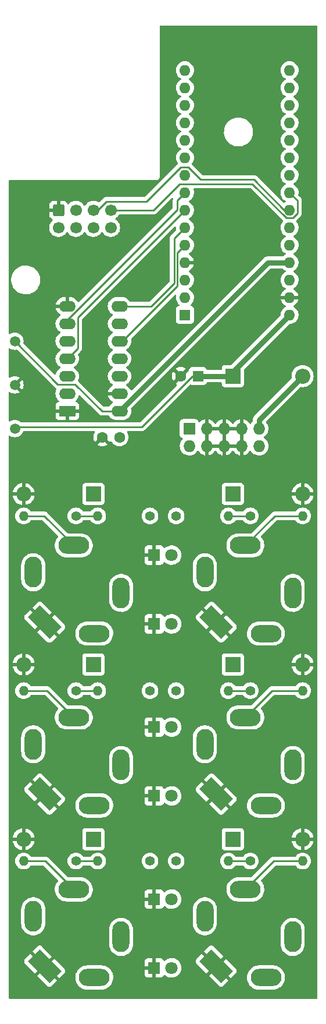
<source format=gbl>
G04 #@! TF.GenerationSoftware,KiCad,Pcbnew,6.0.7-f9a2dced07~116~ubuntu22.04.1*
G04 #@! TF.CreationDate,2022-09-03T08:45:20-04:00*
G04 #@! TF.ProjectId,clock_b1,636c6f63-6b5f-4623-912e-6b696361645f,rev?*
G04 #@! TF.SameCoordinates,Original*
G04 #@! TF.FileFunction,Copper,L2,Bot*
G04 #@! TF.FilePolarity,Positive*
%FSLAX46Y46*%
G04 Gerber Fmt 4.6, Leading zero omitted, Abs format (unit mm)*
G04 Created by KiCad (PCBNEW 6.0.7-f9a2dced07~116~ubuntu22.04.1) date 2022-09-03 08:45:20*
%MOMM*%
%LPD*%
G01*
G04 APERTURE LIST*
G04 Aperture macros list*
%AMRoundRect*
0 Rectangle with rounded corners*
0 $1 Rounding radius*
0 $2 $3 $4 $5 $6 $7 $8 $9 X,Y pos of 4 corners*
0 Add a 4 corners polygon primitive as box body*
4,1,4,$2,$3,$4,$5,$6,$7,$8,$9,$2,$3,0*
0 Add four circle primitives for the rounded corners*
1,1,$1+$1,$2,$3*
1,1,$1+$1,$4,$5*
1,1,$1+$1,$6,$7*
1,1,$1+$1,$8,$9*
0 Add four rect primitives between the rounded corners*
20,1,$1+$1,$2,$3,$4,$5,0*
20,1,$1+$1,$4,$5,$6,$7,0*
20,1,$1+$1,$6,$7,$8,$9,0*
20,1,$1+$1,$8,$9,$2,$3,0*%
%AMRotRect*
0 Rectangle, with rotation*
0 The origin of the aperture is its center*
0 $1 length*
0 $2 width*
0 $3 Rotation angle, in degrees counterclockwise*
0 Add horizontal line*
21,1,$1,$2,0,0,$3*%
G04 Aperture macros list end*
G04 #@! TA.AperFunction,ComponentPad*
%ADD10R,1.800000X1.800000*%
G04 #@! TD*
G04 #@! TA.AperFunction,ComponentPad*
%ADD11C,1.800000*%
G04 #@! TD*
G04 #@! TA.AperFunction,ComponentPad*
%ADD12O,2.500000X4.500001*%
G04 #@! TD*
G04 #@! TA.AperFunction,ComponentPad*
%ADD13O,4.500001X2.500001*%
G04 #@! TD*
G04 #@! TA.AperFunction,ComponentPad*
%ADD14RotRect,4.500001X2.500001X315.000000*%
G04 #@! TD*
G04 #@! TA.AperFunction,ComponentPad*
%ADD15O,4.500000X2.500000*%
G04 #@! TD*
G04 #@! TA.AperFunction,ComponentPad*
%ADD16O,2.500000X4.500000*%
G04 #@! TD*
G04 #@! TA.AperFunction,ComponentPad*
%ADD17R,2.200000X2.200000*%
G04 #@! TD*
G04 #@! TA.AperFunction,ComponentPad*
%ADD18O,2.200000X2.200000*%
G04 #@! TD*
G04 #@! TA.AperFunction,ComponentPad*
%ADD19C,1.500000*%
G04 #@! TD*
G04 #@! TA.AperFunction,ComponentPad*
%ADD20C,1.400000*%
G04 #@! TD*
G04 #@! TA.AperFunction,ComponentPad*
%ADD21O,1.400000X1.400000*%
G04 #@! TD*
G04 #@! TA.AperFunction,ComponentPad*
%ADD22R,1.600000X1.600000*%
G04 #@! TD*
G04 #@! TA.AperFunction,ComponentPad*
%ADD23O,1.600000X1.600000*%
G04 #@! TD*
G04 #@! TA.AperFunction,ComponentPad*
%ADD24R,2.400000X1.600000*%
G04 #@! TD*
G04 #@! TA.AperFunction,ComponentPad*
%ADD25O,2.400000X1.600000*%
G04 #@! TD*
G04 #@! TA.AperFunction,ComponentPad*
%ADD26R,1.727200X1.727200*%
G04 #@! TD*
G04 #@! TA.AperFunction,ComponentPad*
%ADD27O,1.727200X1.727200*%
G04 #@! TD*
G04 #@! TA.AperFunction,ComponentPad*
%ADD28C,1.600000*%
G04 #@! TD*
G04 #@! TA.AperFunction,ComponentPad*
%ADD29RoundRect,0.250000X-0.600000X0.600000X-0.600000X-0.600000X0.600000X-0.600000X0.600000X0.600000X0*%
G04 #@! TD*
G04 #@! TA.AperFunction,ComponentPad*
%ADD30C,1.700000*%
G04 #@! TD*
G04 #@! TA.AperFunction,Conductor*
%ADD31C,0.750000*%
G04 #@! TD*
G04 #@! TA.AperFunction,Conductor*
%ADD32C,0.250000*%
G04 #@! TD*
G04 APERTURE END LIST*
D10*
G04 #@! TO.P,D9,1,K*
G04 #@! TO.N,Board_0-GND*
X36725000Y-102500000D03*
D11*
G04 #@! TO.P,D9,2,A*
G04 #@! TO.N,Board_0-/CLK_L*
X39265000Y-102500000D03*
G04 #@! TD*
D12*
G04 #@! TO.P,J7,R*
G04 #@! TO.N,N/C*
X56900000Y-123000000D03*
D13*
G04 #@! TO.P,J7,RN*
X53000000Y-128900000D03*
D14*
G04 #@! TO.P,J7,S*
G04 #@! TO.N,Board_0-GND*
X45760000Y-127240000D03*
D15*
G04 #@! TO.P,J7,T*
G04 #@! TO.N,Board_0-/DIV_4_J*
X50000000Y-116100000D03*
D16*
G04 #@! TO.P,J7,TN*
G04 #@! TO.N,N/C*
X44100000Y-120000000D03*
G04 #@! TD*
D12*
G04 #@! TO.P,J9,R*
G04 #@! TO.N,N/C*
X56900000Y-148000000D03*
D13*
G04 #@! TO.P,J9,RN*
X53000000Y-153900000D03*
D14*
G04 #@! TO.P,J9,S*
G04 #@! TO.N,Board_0-GND*
X45760000Y-152240000D03*
D15*
G04 #@! TO.P,J9,T*
G04 #@! TO.N,Board_0-/DIV_N_J*
X50000000Y-141100000D03*
D16*
G04 #@! TO.P,J9,TN*
G04 #@! TO.N,N/C*
X44100000Y-145000000D03*
G04 #@! TD*
D12*
G04 #@! TO.P,J4,R*
G04 #@! TO.N,N/C*
X31900000Y-98000000D03*
D13*
G04 #@! TO.P,J4,RN*
X28000000Y-103900000D03*
D14*
G04 #@! TO.P,J4,S*
G04 #@! TO.N,Board_0-GND*
X20760000Y-102240000D03*
D15*
G04 #@! TO.P,J4,T*
G04 #@! TO.N,Board_0-/BEAT_J*
X25000000Y-91100000D03*
D16*
G04 #@! TO.P,J4,TN*
G04 #@! TO.N,N/C*
X19100000Y-95000000D03*
G04 #@! TD*
D12*
G04 #@! TO.P,J8,R*
G04 #@! TO.N,N/C*
X31900000Y-148000000D03*
D13*
G04 #@! TO.P,J8,RN*
X28000000Y-153900000D03*
D14*
G04 #@! TO.P,J8,S*
G04 #@! TO.N,Board_0-GND*
X20760000Y-152240000D03*
D15*
G04 #@! TO.P,J8,T*
G04 #@! TO.N,Board_0-/DIV_8_J*
X25000000Y-141100000D03*
D16*
G04 #@! TO.P,J8,TN*
G04 #@! TO.N,N/C*
X19100000Y-145000000D03*
G04 #@! TD*
D10*
G04 #@! TO.P,D12,1,K*
G04 #@! TO.N,Board_0-GND*
X36725000Y-142500000D03*
D11*
G04 #@! TO.P,D12,2,A*
G04 #@! TO.N,Board_0-/DIV_8_L*
X39265000Y-142500000D03*
G04 #@! TD*
D10*
G04 #@! TO.P,D11,1,K*
G04 #@! TO.N,Board_0-GND*
X36725000Y-127500000D03*
D11*
G04 #@! TO.P,D11,2,A*
G04 #@! TO.N,Board_0-/DIV_4_L*
X39265000Y-127500000D03*
G04 #@! TD*
D10*
G04 #@! TO.P,D13,1,K*
G04 #@! TO.N,Board_0-GND*
X36725000Y-152500000D03*
D11*
G04 #@! TO.P,D13,2,A*
G04 #@! TO.N,Board_0-/DIV_N_L*
X39265000Y-152500000D03*
G04 #@! TD*
D12*
G04 #@! TO.P,J5,R*
G04 #@! TO.N,N/C*
X56900000Y-98000000D03*
D13*
G04 #@! TO.P,J5,RN*
X53000000Y-103900000D03*
D14*
G04 #@! TO.P,J5,S*
G04 #@! TO.N,Board_0-GND*
X45760000Y-102240000D03*
D15*
G04 #@! TO.P,J5,T*
G04 #@! TO.N,Board_0-/CLK_J*
X50000000Y-91100000D03*
D16*
G04 #@! TO.P,J5,TN*
G04 #@! TO.N,N/C*
X44100000Y-95000000D03*
G04 #@! TD*
D12*
G04 #@! TO.P,J6,R*
G04 #@! TO.N,N/C*
X31900000Y-123000000D03*
D13*
G04 #@! TO.P,J6,RN*
X28000000Y-128900000D03*
D14*
G04 #@! TO.P,J6,S*
G04 #@! TO.N,Board_0-GND*
X20760000Y-127240000D03*
D15*
G04 #@! TO.P,J6,T*
G04 #@! TO.N,Board_0-/DIV_2_J*
X25000000Y-116100000D03*
D16*
G04 #@! TO.P,J6,TN*
G04 #@! TO.N,N/C*
X19100000Y-120000000D03*
G04 #@! TD*
D10*
G04 #@! TO.P,D8,1,K*
G04 #@! TO.N,Board_0-GND*
X36725000Y-92500000D03*
D11*
G04 #@! TO.P,D8,2,A*
G04 #@! TO.N,Board_0-/BEAT_L*
X39265000Y-92500000D03*
G04 #@! TD*
D10*
G04 #@! TO.P,D10,1,K*
G04 #@! TO.N,Board_0-GND*
X36725000Y-117500000D03*
D11*
G04 #@! TO.P,D10,2,A*
G04 #@! TO.N,Board_0-/DIV_2_L*
X39265000Y-117500000D03*
G04 #@! TD*
D17*
G04 #@! TO.P,D6,1,K*
G04 #@! TO.N,Board_0-/DIV_8*
X27850000Y-133790000D03*
D18*
G04 #@! TO.P,D6,2,A*
G04 #@! TO.N,Board_0-GND*
X17690000Y-133790000D03*
G04 #@! TD*
D17*
G04 #@! TO.P,D7,1,K*
G04 #@! TO.N,Board_0-/DIV_N*
X48170000Y-133790000D03*
D18*
G04 #@! TO.P,D7,2,A*
G04 #@! TO.N,Board_0-GND*
X58330000Y-133790000D03*
G04 #@! TD*
D19*
G04 #@! TO.P,TP1,1,1*
G04 #@! TO.N,Board_0-+12V*
X16420000Y-74100000D03*
G04 #@! TD*
D17*
G04 #@! TO.P,D2,1,K*
G04 #@! TO.N,Board_0-/BEAT*
X27850000Y-83625000D03*
D18*
G04 #@! TO.P,D2,2,A*
G04 #@! TO.N,Board_0-GND*
X17690000Y-83625000D03*
G04 #@! TD*
D20*
G04 #@! TO.P,R11,1*
G04 #@! TO.N,Board_0-/DIV_2_L*
X36105000Y-112200000D03*
D21*
G04 #@! TO.P,R11,2*
G04 #@! TO.N,Board_0-/DIV_2*
X28485000Y-112200000D03*
G04 #@! TD*
D20*
G04 #@! TO.P,R17,1*
G04 #@! TO.N,Board_0-/DIV_2*
X25310000Y-112200000D03*
D21*
G04 #@! TO.P,R17,2*
G04 #@! TO.N,Board_0-/DIV_2_J*
X17690000Y-112200000D03*
G04 #@! TD*
D20*
G04 #@! TO.P,R19,1*
G04 #@! TO.N,Board_0-/DIV_8*
X25310000Y-136965000D03*
D21*
G04 #@! TO.P,R19,2*
G04 #@! TO.N,Board_0-/DIV_8_J*
X17690000Y-136965000D03*
G04 #@! TD*
D19*
G04 #@! TO.P,TP3,1,1*
G04 #@! TO.N,Board_0-+5V*
X16420000Y-61400000D03*
G04 #@! TD*
D17*
G04 #@! TO.P,D1,1,K*
G04 #@! TO.N,Board_0-+12V*
X48170000Y-66480000D03*
D18*
G04 #@! TO.P,D1,2,A*
G04 #@! TO.N,Board_0-/+12_IN*
X58330000Y-66480000D03*
G04 #@! TD*
D20*
G04 #@! TO.P,R10,1*
G04 #@! TO.N,Board_0-/CLK_L*
X39915000Y-86800000D03*
D21*
G04 #@! TO.P,R10,2*
G04 #@! TO.N,Board_0-/CLOCK*
X47535000Y-86800000D03*
G04 #@! TD*
D20*
G04 #@! TO.P,R15,1*
G04 #@! TO.N,Board_0-/BEAT*
X25310000Y-86800000D03*
D21*
G04 #@! TO.P,R15,2*
G04 #@! TO.N,Board_0-/BEAT_J*
X17690000Y-86800000D03*
G04 #@! TD*
D22*
G04 #@! TO.P,A1,1,D1/TX*
G04 #@! TO.N,Board_0-unconnected-(A1-Pad1)*
X41195000Y-57590000D03*
D23*
G04 #@! TO.P,A1,2,D0/RX*
G04 #@! TO.N,Board_0-unconnected-(A1-Pad2)*
X41195000Y-55050000D03*
G04 #@! TO.P,A1,3,~{RESET}*
G04 #@! TO.N,Board_0-unconnected-(A1-Pad3)*
X41195000Y-52510000D03*
G04 #@! TO.P,A1,4,GND*
G04 #@! TO.N,Board_0-GND*
X41195000Y-49970000D03*
G04 #@! TO.P,A1,5,D2*
G04 #@! TO.N,Board_0-/ENC_A*
X41195000Y-47430000D03*
G04 #@! TO.P,A1,6,D3*
G04 #@! TO.N,Board_0-/ENC_B*
X41195000Y-44890000D03*
G04 #@! TO.P,A1,7,D4*
G04 #@! TO.N,Board_0-/ENC_PUSH*
X41195000Y-42350000D03*
G04 #@! TO.P,A1,8,D5*
G04 #@! TO.N,Board_0-/TACT*
X41195000Y-39810000D03*
G04 #@! TO.P,A1,9,D6*
G04 #@! TO.N,Board_0-/BEAT*
X41195000Y-37270000D03*
G04 #@! TO.P,A1,10,D7*
G04 #@! TO.N,Board_0-/CLOCK*
X41195000Y-34730000D03*
G04 #@! TO.P,A1,11,D8*
G04 #@! TO.N,Board_0-/DIV_2*
X41195000Y-32190000D03*
G04 #@! TO.P,A1,12,D9*
G04 #@! TO.N,Board_0-/DIV_4*
X41195000Y-29650000D03*
G04 #@! TO.P,A1,13,D10*
G04 #@! TO.N,Board_0-/DIV_8*
X41195000Y-27110000D03*
G04 #@! TO.P,A1,14,D11*
G04 #@! TO.N,Board_0-/DIV_N*
X41195000Y-24570000D03*
G04 #@! TO.P,A1,15,D12*
G04 #@! TO.N,Board_0-unconnected-(A1-Pad15)*
X41195000Y-22030000D03*
G04 #@! TO.P,A1,16,D13*
G04 #@! TO.N,Board_0-unconnected-(A1-Pad16)*
X56435000Y-22030000D03*
G04 #@! TO.P,A1,17,3V3*
G04 #@! TO.N,Board_0-unconnected-(A1-Pad17)*
X56435000Y-24570000D03*
G04 #@! TO.P,A1,18,AREF*
G04 #@! TO.N,Board_0-unconnected-(A1-Pad18)*
X56435000Y-27110000D03*
G04 #@! TO.P,A1,19,A0*
G04 #@! TO.N,Board_0-unconnected-(A1-Pad19)*
X56435000Y-29650000D03*
G04 #@! TO.P,A1,20,A1*
G04 #@! TO.N,Board_0-unconnected-(A1-Pad20)*
X56435000Y-32190000D03*
G04 #@! TO.P,A1,21,A2*
G04 #@! TO.N,Board_0-unconnected-(A1-Pad21)*
X56435000Y-34730000D03*
G04 #@! TO.P,A1,22,A3*
G04 #@! TO.N,Board_0-unconnected-(A1-Pad22)*
X56435000Y-37270000D03*
G04 #@! TO.P,A1,23,A4*
G04 #@! TO.N,Board_0-/SDA*
X56435000Y-39810000D03*
G04 #@! TO.P,A1,24,A5*
G04 #@! TO.N,Board_0-/SCL*
X56435000Y-42350000D03*
G04 #@! TO.P,A1,25,A6*
G04 #@! TO.N,Board_0-unconnected-(A1-Pad25)*
X56435000Y-44890000D03*
G04 #@! TO.P,A1,26,A7*
G04 #@! TO.N,Board_0-unconnected-(A1-Pad26)*
X56435000Y-47430000D03*
G04 #@! TO.P,A1,27,+5V*
G04 #@! TO.N,Board_0-+5V*
X56435000Y-49970000D03*
G04 #@! TO.P,A1,28,~{RESET}*
G04 #@! TO.N,Board_0-unconnected-(A1-Pad28)*
X56435000Y-52510000D03*
G04 #@! TO.P,A1,29,GND*
G04 #@! TO.N,Board_0-GND*
X56435000Y-55050000D03*
G04 #@! TO.P,A1,30,VIN*
G04 #@! TO.N,Board_0-+12V*
X56435000Y-57590000D03*
G04 #@! TD*
D20*
G04 #@! TO.P,R16,1*
G04 #@! TO.N,Board_0-/CLOCK*
X50710000Y-86800000D03*
D21*
G04 #@! TO.P,R16,2*
G04 #@! TO.N,Board_0-/CLK_J*
X58330000Y-86800000D03*
G04 #@! TD*
D24*
G04 #@! TO.P,U1,1*
G04 #@! TO.N,Board_0-GND*
X24050000Y-71560000D03*
D25*
G04 #@! TO.P,U1,2*
G04 #@! TO.N,Board_0-unconnected-(U1-Pad2)*
X24050000Y-69020000D03*
G04 #@! TO.P,U1,3*
G04 #@! TO.N,Board_0-/ENC_PUSH_JB*
X24050000Y-66480000D03*
G04 #@! TO.P,U1,4*
G04 #@! TO.N,Board_0-/ENC_PUSH*
X24050000Y-63940000D03*
G04 #@! TO.P,U1,5*
G04 #@! TO.N,Board_0-/TACT_JB*
X24050000Y-61400000D03*
G04 #@! TO.P,U1,6*
G04 #@! TO.N,Board_0-/TACT*
X24050000Y-58860000D03*
G04 #@! TO.P,U1,7,VSS*
G04 #@! TO.N,Board_0-GND*
X24050000Y-56320000D03*
G04 #@! TO.P,U1,8*
G04 #@! TO.N,Board_0-/ENC_B*
X31670000Y-56320000D03*
G04 #@! TO.P,U1,9*
G04 #@! TO.N,Board_0-/ENC_B_JB*
X31670000Y-58860000D03*
G04 #@! TO.P,U1,10*
G04 #@! TO.N,Board_0-/ENC_A*
X31670000Y-61400000D03*
G04 #@! TO.P,U1,11*
G04 #@! TO.N,Board_0-/ENC_A_JB*
X31670000Y-63940000D03*
G04 #@! TO.P,U1,12*
G04 #@! TO.N,Board_0-unconnected-(U1-Pad12)*
X31670000Y-66480000D03*
G04 #@! TO.P,U1,13*
G04 #@! TO.N,Board_0-GND*
X31670000Y-69020000D03*
G04 #@! TO.P,U1,14,VDD*
G04 #@! TO.N,Board_0-+5V*
X31670000Y-71560000D03*
G04 #@! TD*
D26*
G04 #@! TO.P,J2,1,-12V*
G04 #@! TO.N,Board_0-Net-(J2-Pad1)*
X41820000Y-74100000D03*
D27*
G04 #@! TO.P,J2,2,-12V*
X41820000Y-76640000D03*
G04 #@! TO.P,J2,3,GND*
G04 #@! TO.N,Board_0-GND*
X44360000Y-74100000D03*
G04 #@! TO.P,J2,4,GND*
X44360000Y-76640000D03*
G04 #@! TO.P,J2,5,GND*
X46900000Y-74100000D03*
G04 #@! TO.P,J2,6,GND*
X46900000Y-76640000D03*
G04 #@! TO.P,J2,7,GND*
X49440000Y-74100000D03*
G04 #@! TO.P,J2,8,GND*
X49440000Y-76640000D03*
G04 #@! TO.P,J2,9,+12V*
G04 #@! TO.N,Board_0-/+12_IN*
X51980000Y-74100000D03*
G04 #@! TO.P,J2,10,+12V*
X51980000Y-76640000D03*
G04 #@! TD*
D17*
G04 #@! TO.P,D5,1,K*
G04 #@! TO.N,Board_0-/DIV_4*
X48170000Y-108390000D03*
D18*
G04 #@! TO.P,D5,2,A*
G04 #@! TO.N,Board_0-GND*
X58330000Y-108390000D03*
G04 #@! TD*
D19*
G04 #@! TO.P,TP2,1,1*
G04 #@! TO.N,Board_0-GND*
X16420000Y-67750000D03*
G04 #@! TD*
D20*
G04 #@! TO.P,R13,1*
G04 #@! TO.N,Board_0-/DIV_8_L*
X36105000Y-136965000D03*
D21*
G04 #@! TO.P,R13,2*
G04 #@! TO.N,Board_0-/DIV_8*
X28485000Y-136965000D03*
G04 #@! TD*
D20*
G04 #@! TO.P,R20,1*
G04 #@! TO.N,Board_0-/DIV_N*
X50710000Y-136965000D03*
D21*
G04 #@! TO.P,R20,2*
G04 #@! TO.N,Board_0-/DIV_N_J*
X58330000Y-136965000D03*
G04 #@! TD*
D22*
G04 #@! TO.P,C5,1*
G04 #@! TO.N,Board_0-+12V*
X43090000Y-66480000D03*
D28*
G04 #@! TO.P,C5,2*
G04 #@! TO.N,Board_0-GND*
X40590000Y-66480000D03*
G04 #@! TD*
D20*
G04 #@! TO.P,R9,1*
G04 #@! TO.N,Board_0-/BEAT_L*
X36105000Y-86800000D03*
D21*
G04 #@! TO.P,R9,2*
G04 #@! TO.N,Board_0-/BEAT*
X28485000Y-86800000D03*
G04 #@! TD*
D20*
G04 #@! TO.P,R12,1*
G04 #@! TO.N,Board_0-/DIV_4_L*
X39915000Y-112200000D03*
D21*
G04 #@! TO.P,R12,2*
G04 #@! TO.N,Board_0-/DIV_4*
X47535000Y-112200000D03*
G04 #@! TD*
D17*
G04 #@! TO.P,D4,1,K*
G04 #@! TO.N,Board_0-/DIV_2*
X27850000Y-108390000D03*
D18*
G04 #@! TO.P,D4,2,A*
G04 #@! TO.N,Board_0-GND*
X17690000Y-108390000D03*
G04 #@! TD*
D20*
G04 #@! TO.P,R18,1*
G04 #@! TO.N,Board_0-/DIV_4*
X50710000Y-112200000D03*
D21*
G04 #@! TO.P,R18,2*
G04 #@! TO.N,Board_0-/DIV_4_J*
X58330000Y-112200000D03*
G04 #@! TD*
D20*
G04 #@! TO.P,R14,1*
G04 #@! TO.N,Board_0-/DIV_N_L*
X39915000Y-136965000D03*
D21*
G04 #@! TO.P,R14,2*
G04 #@! TO.N,Board_0-/DIV_N*
X47535000Y-136965000D03*
G04 #@! TD*
D28*
G04 #@! TO.P,C6,1*
G04 #@! TO.N,Board_0-+5V*
X31660000Y-75370000D03*
G04 #@! TO.P,C6,2*
G04 #@! TO.N,Board_0-GND*
X29160000Y-75370000D03*
G04 #@! TD*
D17*
G04 #@! TO.P,D3,1,K*
G04 #@! TO.N,Board_0-/CLOCK*
X48170000Y-83625000D03*
D18*
G04 #@! TO.P,D3,2,A*
G04 #@! TO.N,Board_0-GND*
X58330000Y-83625000D03*
G04 #@! TD*
D29*
G04 #@! TO.P,J3,1,Pin_1*
G04 #@! TO.N,Board_0-GND*
X22770000Y-42350000D03*
D30*
G04 #@! TO.P,J3,2,Pin_2*
G04 #@! TO.N,Board_0-/TACT_JB*
X22770000Y-44890000D03*
G04 #@! TO.P,J3,3,Pin_3*
G04 #@! TO.N,Board_0-+5V*
X25310000Y-42350000D03*
G04 #@! TO.P,J3,4,Pin_4*
G04 #@! TO.N,Board_0-/ENC_PUSH_JB*
X25310000Y-44890000D03*
G04 #@! TO.P,J3,5,Pin_5*
G04 #@! TO.N,Board_0-/SCL*
X27850000Y-42350000D03*
G04 #@! TO.P,J3,6,Pin_6*
G04 #@! TO.N,Board_0-/ENC_B_JB*
X27850000Y-44890000D03*
G04 #@! TO.P,J3,7,Pin_7*
G04 #@! TO.N,Board_0-/SDA*
X30390000Y-42350000D03*
G04 #@! TO.P,J3,8,Pin_8*
G04 #@! TO.N,Board_0-/ENC_A_JB*
X30390000Y-44890000D03*
G04 #@! TD*
D31*
G04 #@! TO.N,Board_0-+12V*
X48170000Y-65855000D02*
X56435000Y-57590000D01*
D32*
X42251010Y-66480000D02*
X43090000Y-66480000D01*
D31*
X43090000Y-66480000D02*
X48170000Y-66480000D01*
D32*
X16674000Y-73846000D02*
X34885010Y-73846000D01*
X34885010Y-73846000D02*
X42251010Y-66480000D01*
G04 #@! TO.N,Board_0-+5V*
X25214520Y-67654520D02*
X29120000Y-71560000D01*
X29120000Y-71560000D02*
X31670000Y-71560000D01*
X22674520Y-67654520D02*
X25214520Y-67654520D01*
X16420000Y-61400000D02*
X22674520Y-67654520D01*
D31*
X31670000Y-71560000D02*
X53260000Y-49970000D01*
X53260000Y-49970000D02*
X56435000Y-49970000D01*
G04 #@! TO.N,Board_0-/+12_IN*
X51980000Y-74100000D02*
X51980000Y-72830000D01*
X51980000Y-72830000D02*
X58330000Y-66480000D01*
D32*
G04 #@! TO.N,Board_0-/BEAT*
X25310000Y-86800000D02*
X28485000Y-86800000D01*
G04 #@! TO.N,Board_0-/BEAT_J*
X17690000Y-86800000D02*
X20700000Y-86800000D01*
X20700000Y-86800000D02*
X25000000Y-91100000D01*
G04 #@! TO.N,Board_0-/CLK_J*
X58330000Y-86800000D02*
X54300000Y-86800000D01*
X54300000Y-86800000D02*
X50000000Y-91100000D01*
G04 #@! TO.N,Board_0-/CLOCK*
X50710000Y-86800000D02*
X47535000Y-86800000D01*
G04 #@! TO.N,Board_0-/DIV_2*
X28485000Y-112200000D02*
X25310000Y-112200000D01*
G04 #@! TO.N,Board_0-/DIV_2_J*
X25000000Y-116100000D02*
X21100000Y-112200000D01*
X21100000Y-112200000D02*
X17690000Y-112200000D01*
G04 #@! TO.N,Board_0-/DIV_4*
X50710000Y-112200000D02*
X47535000Y-112200000D01*
G04 #@! TO.N,Board_0-/DIV_4_J*
X53900000Y-112200000D02*
X50000000Y-116100000D01*
X58330000Y-112200000D02*
X53900000Y-112200000D01*
G04 #@! TO.N,Board_0-/DIV_8*
X25310000Y-136965000D02*
X28485000Y-136965000D01*
G04 #@! TO.N,Board_0-/DIV_8_J*
X20865000Y-136965000D02*
X17690000Y-136965000D01*
X25000000Y-141100000D02*
X20865000Y-136965000D01*
G04 #@! TO.N,Board_0-/DIV_N*
X50710000Y-136965000D02*
X47535000Y-136965000D01*
G04 #@! TO.N,Board_0-/DIV_N_J*
X54135000Y-136965000D02*
X58330000Y-136965000D01*
X50000000Y-141100000D02*
X54135000Y-136965000D01*
G04 #@! TO.N,Board_0-/ENC_A*
X32070000Y-61400000D02*
X40070489Y-53399511D01*
X40070489Y-53399511D02*
X40070489Y-48554511D01*
X40070489Y-48554511D02*
X41195000Y-47430000D01*
G04 #@! TO.N,Board_0-/ENC_B*
X39620978Y-52931022D02*
X39620978Y-46464022D01*
X36232000Y-56320000D02*
X39620978Y-52931022D01*
X39620978Y-46464022D02*
X41195000Y-44890000D01*
X31670000Y-56320000D02*
X36232000Y-56320000D01*
G04 #@! TO.N,Board_0-/ENC_PUSH*
X25574520Y-62415480D02*
X25574520Y-57970480D01*
X25574520Y-57970480D02*
X41195000Y-42350000D01*
X24050000Y-63940000D02*
X25574520Y-62415480D01*
G04 #@! TO.N,Board_0-/SCL*
X55663000Y-42350000D02*
X56435000Y-42350000D01*
X29755000Y-41080000D02*
X35597000Y-41080000D01*
X43471000Y-37905000D02*
X51218000Y-37905000D01*
X35597000Y-41080000D02*
X40550000Y-36127000D01*
X41693000Y-36127000D02*
X43471000Y-37905000D01*
X40550000Y-36127000D02*
X41693000Y-36127000D01*
X51218000Y-37905000D02*
X55663000Y-42350000D01*
X28485000Y-42350000D02*
X29755000Y-41080000D01*
G04 #@! TO.N,Board_0-/SDA*
X57559511Y-40934511D02*
X57559511Y-42815789D01*
X55969211Y-43474511D02*
X51034700Y-38540000D01*
X40423000Y-38540000D02*
X36613000Y-42350000D01*
X57559511Y-42815789D02*
X56900789Y-43474511D01*
X56435000Y-39810000D02*
X57559511Y-40934511D01*
X51034700Y-38540000D02*
X40423000Y-38540000D01*
X36613000Y-42350000D02*
X30390000Y-42350000D01*
X56900789Y-43474511D02*
X55969211Y-43474511D01*
G04 #@! TO.N,Board_0-/TACT*
X40070489Y-40934511D02*
X41195000Y-39810000D01*
X40070489Y-42289822D02*
X40070489Y-40934511D01*
X24050000Y-58310311D02*
X40070489Y-42289822D01*
G04 #@! TD*
G04 #@! TA.AperFunction,Conductor*
G04 #@! TO.N,Board_0-GND*
G36*
X60433621Y-15528502D02*
G01*
X60480114Y-15582158D01*
X60491500Y-15634500D01*
X60491500Y-156865500D01*
X60471498Y-156933621D01*
X60417842Y-156980114D01*
X60365500Y-156991500D01*
X15634500Y-156991500D01*
X15566379Y-156971498D01*
X15519886Y-156917842D01*
X15508500Y-156865500D01*
X15508500Y-153663830D01*
X19701710Y-153663830D01*
X19701841Y-153665663D01*
X19706092Y-153672278D01*
X21139481Y-155105667D01*
X21144565Y-155110229D01*
X21184438Y-155142290D01*
X21197789Y-155150511D01*
X21314889Y-155203752D01*
X21331950Y-155208741D01*
X21458218Y-155226824D01*
X21475996Y-155226824D01*
X21602264Y-155208741D01*
X21619325Y-155203752D01*
X21736420Y-155150513D01*
X21749777Y-155142288D01*
X21789661Y-155110221D01*
X21794720Y-155105681D01*
X22517787Y-154382613D01*
X22525398Y-154368675D01*
X22525266Y-154366839D01*
X22521017Y-154360227D01*
X22168445Y-154007655D01*
X25239858Y-154007655D01*
X25275104Y-154266638D01*
X25276412Y-154271124D01*
X25276412Y-154271126D01*
X25296098Y-154338664D01*
X25348243Y-154517567D01*
X25457668Y-154754928D01*
X25460231Y-154758837D01*
X25598410Y-154969596D01*
X25598414Y-154969601D01*
X25600976Y-154973509D01*
X25775018Y-155168506D01*
X25975970Y-155335637D01*
X25979973Y-155338066D01*
X26195422Y-155468804D01*
X26195426Y-155468806D01*
X26199419Y-155471229D01*
X26440455Y-155572303D01*
X26693783Y-155636641D01*
X26698434Y-155637109D01*
X26698438Y-155637110D01*
X26891308Y-155656531D01*
X26910867Y-155658500D01*
X29066354Y-155658500D01*
X29068679Y-155658327D01*
X29068685Y-155658327D01*
X29256000Y-155644407D01*
X29256004Y-155644406D01*
X29260652Y-155644061D01*
X29265200Y-155643032D01*
X29265206Y-155643031D01*
X29451601Y-155600853D01*
X29515577Y-155586377D01*
X29551769Y-155572303D01*
X29754824Y-155493340D01*
X29754827Y-155493339D01*
X29759177Y-155491647D01*
X29986098Y-155361951D01*
X30191357Y-155200138D01*
X30370443Y-155009763D01*
X30519424Y-154795009D01*
X30635025Y-154560593D01*
X30714707Y-154311665D01*
X30756721Y-154053693D01*
X30758753Y-153898478D01*
X30760081Y-153797022D01*
X30760081Y-153797019D01*
X30760142Y-153792345D01*
X30724896Y-153533362D01*
X30715858Y-153502352D01*
X30699045Y-153444669D01*
X35317001Y-153444669D01*
X35317371Y-153451490D01*
X35322895Y-153502352D01*
X35326521Y-153517604D01*
X35371676Y-153638054D01*
X35380214Y-153653649D01*
X35456715Y-153755724D01*
X35469276Y-153768285D01*
X35571351Y-153844786D01*
X35586946Y-153853324D01*
X35707394Y-153898478D01*
X35722649Y-153902105D01*
X35773514Y-153907631D01*
X35780328Y-153908000D01*
X36452885Y-153908000D01*
X36468124Y-153903525D01*
X36469329Y-153902135D01*
X36471000Y-153894452D01*
X36471000Y-153889884D01*
X36979000Y-153889884D01*
X36983475Y-153905123D01*
X36984865Y-153906328D01*
X36992548Y-153907999D01*
X37669669Y-153907999D01*
X37676490Y-153907629D01*
X37727352Y-153902105D01*
X37742604Y-153898479D01*
X37863054Y-153853324D01*
X37878649Y-153844786D01*
X37980724Y-153768285D01*
X37993285Y-153755724D01*
X38069786Y-153653649D01*
X38078324Y-153638054D01*
X38099773Y-153580840D01*
X38142415Y-153524075D01*
X38208977Y-153499376D01*
X38278325Y-153514584D01*
X38298240Y-153528126D01*
X38454349Y-153657730D01*
X38654322Y-153774584D01*
X38870694Y-153857209D01*
X38875760Y-153858240D01*
X38875761Y-153858240D01*
X38928846Y-153869040D01*
X39097656Y-153903385D01*
X39228324Y-153908176D01*
X39323949Y-153911683D01*
X39323953Y-153911683D01*
X39329113Y-153911872D01*
X39334233Y-153911216D01*
X39334235Y-153911216D01*
X39433668Y-153898478D01*
X39558847Y-153882442D01*
X39563795Y-153880957D01*
X39563802Y-153880956D01*
X39775747Y-153817369D01*
X39780690Y-153815886D01*
X39785324Y-153813616D01*
X39984049Y-153716262D01*
X39984052Y-153716260D01*
X39988684Y-153713991D01*
X40059008Y-153663830D01*
X44701710Y-153663830D01*
X44701841Y-153665663D01*
X44706092Y-153672278D01*
X46139481Y-155105667D01*
X46144565Y-155110229D01*
X46184438Y-155142290D01*
X46197789Y-155150511D01*
X46314889Y-155203752D01*
X46331950Y-155208741D01*
X46458218Y-155226824D01*
X46475996Y-155226824D01*
X46602264Y-155208741D01*
X46619325Y-155203752D01*
X46736420Y-155150513D01*
X46749777Y-155142288D01*
X46789661Y-155110221D01*
X46794720Y-155105681D01*
X47517787Y-154382613D01*
X47525398Y-154368675D01*
X47525266Y-154366839D01*
X47521017Y-154360227D01*
X47168445Y-154007655D01*
X50239858Y-154007655D01*
X50275104Y-154266638D01*
X50276412Y-154271124D01*
X50276412Y-154271126D01*
X50296098Y-154338664D01*
X50348243Y-154517567D01*
X50457668Y-154754928D01*
X50460231Y-154758837D01*
X50598410Y-154969596D01*
X50598414Y-154969601D01*
X50600976Y-154973509D01*
X50775018Y-155168506D01*
X50975970Y-155335637D01*
X50979973Y-155338066D01*
X51195422Y-155468804D01*
X51195426Y-155468806D01*
X51199419Y-155471229D01*
X51440455Y-155572303D01*
X51693783Y-155636641D01*
X51698434Y-155637109D01*
X51698438Y-155637110D01*
X51891308Y-155656531D01*
X51910867Y-155658500D01*
X54066354Y-155658500D01*
X54068679Y-155658327D01*
X54068685Y-155658327D01*
X54256000Y-155644407D01*
X54256004Y-155644406D01*
X54260652Y-155644061D01*
X54265200Y-155643032D01*
X54265206Y-155643031D01*
X54451601Y-155600853D01*
X54515577Y-155586377D01*
X54551769Y-155572303D01*
X54754824Y-155493340D01*
X54754827Y-155493339D01*
X54759177Y-155491647D01*
X54986098Y-155361951D01*
X55191357Y-155200138D01*
X55370443Y-155009763D01*
X55519424Y-154795009D01*
X55635025Y-154560593D01*
X55714707Y-154311665D01*
X55756721Y-154053693D01*
X55758753Y-153898478D01*
X55760081Y-153797022D01*
X55760081Y-153797019D01*
X55760142Y-153792345D01*
X55724896Y-153533362D01*
X55715858Y-153502352D01*
X55656379Y-153298290D01*
X55651757Y-153282433D01*
X55542332Y-153045072D01*
X55483931Y-152955996D01*
X55401590Y-152830404D01*
X55401586Y-152830399D01*
X55399024Y-152826491D01*
X55224982Y-152631494D01*
X55024030Y-152464363D01*
X54976844Y-152435730D01*
X54804578Y-152331196D01*
X54804574Y-152331194D01*
X54800581Y-152328771D01*
X54559545Y-152227697D01*
X54306217Y-152163359D01*
X54301566Y-152162891D01*
X54301562Y-152162890D01*
X54092271Y-152141816D01*
X54089133Y-152141500D01*
X51933646Y-152141500D01*
X51931321Y-152141673D01*
X51931315Y-152141673D01*
X51744000Y-152155593D01*
X51743996Y-152155594D01*
X51739348Y-152155939D01*
X51734800Y-152156968D01*
X51734794Y-152156969D01*
X51548399Y-152199147D01*
X51484423Y-152213623D01*
X51480071Y-152215315D01*
X51480069Y-152215316D01*
X51245176Y-152306660D01*
X51245173Y-152306661D01*
X51240823Y-152308353D01*
X51013902Y-152438049D01*
X50808643Y-152599862D01*
X50629557Y-152790237D01*
X50480576Y-153004991D01*
X50478510Y-153009181D01*
X50478508Y-153009184D01*
X50368571Y-153232116D01*
X50364975Y-153239407D01*
X50363553Y-153243850D01*
X50363552Y-153243852D01*
X50297087Y-153451490D01*
X50285293Y-153488335D01*
X50243279Y-153746307D01*
X50239858Y-154007655D01*
X47168445Y-154007655D01*
X45772812Y-152612022D01*
X45758868Y-152604408D01*
X45757035Y-152604539D01*
X45750420Y-152608790D01*
X44709324Y-153649886D01*
X44701710Y-153663830D01*
X40059008Y-153663830D01*
X40177243Y-153579494D01*
X40341303Y-153416005D01*
X40476458Y-153227917D01*
X40579078Y-153020280D01*
X40646408Y-152798671D01*
X40676640Y-152569041D01*
X40678327Y-152500000D01*
X40664449Y-152331196D01*
X40659773Y-152274318D01*
X40659772Y-152274312D01*
X40659349Y-152269167D01*
X40602925Y-152044533D01*
X40588771Y-152011981D01*
X40512630Y-151836868D01*
X40512628Y-151836865D01*
X40510570Y-151832131D01*
X40384764Y-151637665D01*
X40297517Y-151541782D01*
X42773176Y-151541782D01*
X42791259Y-151668050D01*
X42796248Y-151685111D01*
X42849488Y-151802209D01*
X42857711Y-151815563D01*
X42889771Y-151855437D01*
X42894332Y-151860519D01*
X44324490Y-153290676D01*
X44338434Y-153298290D01*
X44340268Y-153298159D01*
X44346880Y-153293910D01*
X45387978Y-152252812D01*
X45394356Y-152241132D01*
X46124408Y-152241132D01*
X46124539Y-152242965D01*
X46128790Y-152249580D01*
X47876993Y-153997783D01*
X47890937Y-154005397D01*
X47892770Y-154005266D01*
X47899385Y-154001015D01*
X48625667Y-153274733D01*
X48630228Y-153269650D01*
X48662289Y-153229776D01*
X48670512Y-153216422D01*
X48723752Y-153099325D01*
X48728741Y-153082264D01*
X48746824Y-152955996D01*
X48746824Y-152938218D01*
X48728741Y-152811950D01*
X48723752Y-152794889D01*
X48670512Y-152677791D01*
X48662289Y-152664437D01*
X48630229Y-152624563D01*
X48625668Y-152619481D01*
X47195510Y-151189324D01*
X47181566Y-151181710D01*
X47179732Y-151181841D01*
X47173120Y-151186090D01*
X46132022Y-152227188D01*
X46124408Y-152241132D01*
X45394356Y-152241132D01*
X45395592Y-152238868D01*
X45395461Y-152237035D01*
X45391210Y-152230420D01*
X43643007Y-150482217D01*
X43629063Y-150474603D01*
X43627230Y-150474734D01*
X43620615Y-150478985D01*
X42894333Y-151205267D01*
X42889772Y-151210350D01*
X42857711Y-151250224D01*
X42849488Y-151263578D01*
X42796248Y-151380675D01*
X42791259Y-151397736D01*
X42773176Y-151524004D01*
X42773176Y-151541782D01*
X40297517Y-151541782D01*
X40228887Y-151466358D01*
X40224836Y-151463159D01*
X40224832Y-151463155D01*
X40051177Y-151326011D01*
X40051172Y-151326008D01*
X40047123Y-151322810D01*
X40042607Y-151320317D01*
X40042604Y-151320315D01*
X39848879Y-151213373D01*
X39848875Y-151213371D01*
X39844355Y-151210876D01*
X39839486Y-151209152D01*
X39839482Y-151209150D01*
X39630903Y-151135288D01*
X39630899Y-151135287D01*
X39626028Y-151133562D01*
X39620935Y-151132655D01*
X39620932Y-151132654D01*
X39403095Y-151093851D01*
X39403089Y-151093850D01*
X39398006Y-151092945D01*
X39320644Y-151092000D01*
X39171581Y-151090179D01*
X39171579Y-151090179D01*
X39166411Y-151090116D01*
X38937464Y-151125150D01*
X38717314Y-151197106D01*
X38712726Y-151199494D01*
X38712722Y-151199496D01*
X38589622Y-151263578D01*
X38511872Y-151304052D01*
X38507739Y-151307155D01*
X38507736Y-151307157D01*
X38330790Y-151440012D01*
X38326655Y-151443117D01*
X38323083Y-151446855D01*
X38308787Y-151461815D01*
X38247263Y-151497245D01*
X38176351Y-151493788D01*
X38118564Y-151452543D01*
X38099711Y-151418994D01*
X38078324Y-151361946D01*
X38069786Y-151346351D01*
X37993285Y-151244276D01*
X37980724Y-151231715D01*
X37878649Y-151155214D01*
X37863054Y-151146676D01*
X37742606Y-151101522D01*
X37727351Y-151097895D01*
X37676486Y-151092369D01*
X37669672Y-151092000D01*
X36997115Y-151092000D01*
X36981876Y-151096475D01*
X36980671Y-151097865D01*
X36979000Y-151105548D01*
X36979000Y-153889884D01*
X36471000Y-153889884D01*
X36471000Y-152772115D01*
X36466525Y-152756876D01*
X36465135Y-152755671D01*
X36457452Y-152754000D01*
X35335116Y-152754000D01*
X35319877Y-152758475D01*
X35318672Y-152759865D01*
X35317001Y-152767548D01*
X35317001Y-153444669D01*
X30699045Y-153444669D01*
X30656379Y-153298290D01*
X30651757Y-153282433D01*
X30542332Y-153045072D01*
X30483931Y-152955996D01*
X30401590Y-152830404D01*
X30401586Y-152830399D01*
X30399024Y-152826491D01*
X30224982Y-152631494D01*
X30024030Y-152464363D01*
X29976844Y-152435730D01*
X29804578Y-152331196D01*
X29804574Y-152331194D01*
X29800581Y-152328771D01*
X29559993Y-152227885D01*
X35317000Y-152227885D01*
X35321475Y-152243124D01*
X35322865Y-152244329D01*
X35330548Y-152246000D01*
X36452885Y-152246000D01*
X36468124Y-152241525D01*
X36469329Y-152240135D01*
X36471000Y-152232452D01*
X36471000Y-151110116D01*
X36466525Y-151094877D01*
X36465135Y-151093672D01*
X36457452Y-151092001D01*
X35780331Y-151092001D01*
X35773510Y-151092371D01*
X35722648Y-151097895D01*
X35707396Y-151101521D01*
X35586946Y-151146676D01*
X35571351Y-151155214D01*
X35469276Y-151231715D01*
X35456715Y-151244276D01*
X35380214Y-151346351D01*
X35371676Y-151361946D01*
X35326522Y-151482394D01*
X35322895Y-151497649D01*
X35317369Y-151548514D01*
X35317000Y-151555328D01*
X35317000Y-152227885D01*
X29559993Y-152227885D01*
X29559545Y-152227697D01*
X29306217Y-152163359D01*
X29301566Y-152162891D01*
X29301562Y-152162890D01*
X29092271Y-152141816D01*
X29089133Y-152141500D01*
X26933646Y-152141500D01*
X26931321Y-152141673D01*
X26931315Y-152141673D01*
X26744000Y-152155593D01*
X26743996Y-152155594D01*
X26739348Y-152155939D01*
X26734800Y-152156968D01*
X26734794Y-152156969D01*
X26548399Y-152199147D01*
X26484423Y-152213623D01*
X26480071Y-152215315D01*
X26480069Y-152215316D01*
X26245176Y-152306660D01*
X26245173Y-152306661D01*
X26240823Y-152308353D01*
X26013902Y-152438049D01*
X25808643Y-152599862D01*
X25629557Y-152790237D01*
X25480576Y-153004991D01*
X25478510Y-153009181D01*
X25478508Y-153009184D01*
X25368571Y-153232116D01*
X25364975Y-153239407D01*
X25363553Y-153243850D01*
X25363552Y-153243852D01*
X25297087Y-153451490D01*
X25285293Y-153488335D01*
X25243279Y-153746307D01*
X25239858Y-154007655D01*
X22168445Y-154007655D01*
X20772812Y-152612022D01*
X20758868Y-152604408D01*
X20757035Y-152604539D01*
X20750420Y-152608790D01*
X19709324Y-153649886D01*
X19701710Y-153663830D01*
X15508500Y-153663830D01*
X15508500Y-151541782D01*
X17773176Y-151541782D01*
X17791259Y-151668050D01*
X17796248Y-151685111D01*
X17849488Y-151802209D01*
X17857711Y-151815563D01*
X17889771Y-151855437D01*
X17894332Y-151860519D01*
X19324490Y-153290676D01*
X19338434Y-153298290D01*
X19340268Y-153298159D01*
X19346880Y-153293910D01*
X20387978Y-152252812D01*
X20394356Y-152241132D01*
X21124408Y-152241132D01*
X21124539Y-152242965D01*
X21128790Y-152249580D01*
X22876993Y-153997783D01*
X22890937Y-154005397D01*
X22892770Y-154005266D01*
X22899385Y-154001015D01*
X23625667Y-153274733D01*
X23630228Y-153269650D01*
X23662289Y-153229776D01*
X23670512Y-153216422D01*
X23723752Y-153099325D01*
X23728741Y-153082264D01*
X23746824Y-152955996D01*
X23746824Y-152938218D01*
X23728741Y-152811950D01*
X23723752Y-152794889D01*
X23670512Y-152677791D01*
X23662289Y-152664437D01*
X23630229Y-152624563D01*
X23625668Y-152619481D01*
X22195510Y-151189324D01*
X22181566Y-151181710D01*
X22179732Y-151181841D01*
X22173120Y-151186090D01*
X21132022Y-152227188D01*
X21124408Y-152241132D01*
X20394356Y-152241132D01*
X20395592Y-152238868D01*
X20395461Y-152237035D01*
X20391210Y-152230420D01*
X18643007Y-150482217D01*
X18629063Y-150474603D01*
X18627230Y-150474734D01*
X18620615Y-150478985D01*
X17894333Y-151205267D01*
X17889772Y-151210350D01*
X17857711Y-151250224D01*
X17849488Y-151263578D01*
X17796248Y-151380675D01*
X17791259Y-151397736D01*
X17773176Y-151524004D01*
X17773176Y-151541782D01*
X15508500Y-151541782D01*
X15508500Y-150111325D01*
X18994602Y-150111325D01*
X18994734Y-150113161D01*
X18998983Y-150119773D01*
X20747188Y-151867978D01*
X20761132Y-151875592D01*
X20762965Y-151875461D01*
X20769580Y-151871210D01*
X21810676Y-150830114D01*
X21818290Y-150816170D01*
X21818159Y-150814337D01*
X21813908Y-150807722D01*
X20380519Y-149374333D01*
X20375435Y-149369771D01*
X20335562Y-149337710D01*
X20322211Y-149329489D01*
X20205111Y-149276248D01*
X20188050Y-149271259D01*
X20061782Y-149253176D01*
X20044004Y-149253176D01*
X19917736Y-149271259D01*
X19900675Y-149276248D01*
X19783580Y-149329487D01*
X19770223Y-149337712D01*
X19730339Y-149369779D01*
X19725280Y-149374319D01*
X19002213Y-150097387D01*
X18994602Y-150111325D01*
X15508500Y-150111325D01*
X15508500Y-149066354D01*
X30141500Y-149066354D01*
X30155939Y-149260652D01*
X30156968Y-149265200D01*
X30156969Y-149265206D01*
X30199147Y-149451601D01*
X30213623Y-149515577D01*
X30308353Y-149759177D01*
X30438049Y-149986098D01*
X30599862Y-150191357D01*
X30790237Y-150370443D01*
X31004991Y-150519424D01*
X31009181Y-150521490D01*
X31009184Y-150521492D01*
X31235219Y-150632960D01*
X31235222Y-150632961D01*
X31239407Y-150635025D01*
X31243850Y-150636447D01*
X31243852Y-150636448D01*
X31483877Y-150713280D01*
X31488335Y-150714707D01*
X31746307Y-150756721D01*
X31860058Y-150758210D01*
X32002978Y-150760081D01*
X32002981Y-150760081D01*
X32007655Y-150760142D01*
X32266638Y-150724896D01*
X32517567Y-150651757D01*
X32553862Y-150635025D01*
X32572112Y-150626611D01*
X32754928Y-150542332D01*
X32858232Y-150474603D01*
X32969596Y-150401590D01*
X32969601Y-150401586D01*
X32973509Y-150399024D01*
X33168506Y-150224982D01*
X33263034Y-150111325D01*
X43994602Y-150111325D01*
X43994734Y-150113161D01*
X43998983Y-150119773D01*
X45747188Y-151867978D01*
X45761132Y-151875592D01*
X45762965Y-151875461D01*
X45769580Y-151871210D01*
X46810676Y-150830114D01*
X46818290Y-150816170D01*
X46818159Y-150814337D01*
X46813908Y-150807722D01*
X45380519Y-149374333D01*
X45375435Y-149369771D01*
X45335562Y-149337710D01*
X45322211Y-149329489D01*
X45205111Y-149276248D01*
X45188050Y-149271259D01*
X45061782Y-149253176D01*
X45044004Y-149253176D01*
X44917736Y-149271259D01*
X44900675Y-149276248D01*
X44783580Y-149329487D01*
X44770223Y-149337712D01*
X44730339Y-149369779D01*
X44725280Y-149374319D01*
X44002213Y-150097387D01*
X43994602Y-150111325D01*
X33263034Y-150111325D01*
X33335637Y-150024030D01*
X33471229Y-149800581D01*
X33572303Y-149559545D01*
X33636641Y-149306217D01*
X33658500Y-149089133D01*
X33658500Y-149066354D01*
X55141500Y-149066354D01*
X55155939Y-149260652D01*
X55156968Y-149265200D01*
X55156969Y-149265206D01*
X55199147Y-149451601D01*
X55213623Y-149515577D01*
X55308353Y-149759177D01*
X55438049Y-149986098D01*
X55599862Y-150191357D01*
X55790237Y-150370443D01*
X56004991Y-150519424D01*
X56009181Y-150521490D01*
X56009184Y-150521492D01*
X56235219Y-150632960D01*
X56235222Y-150632961D01*
X56239407Y-150635025D01*
X56243850Y-150636447D01*
X56243852Y-150636448D01*
X56483877Y-150713280D01*
X56488335Y-150714707D01*
X56746307Y-150756721D01*
X56860058Y-150758210D01*
X57002978Y-150760081D01*
X57002981Y-150760081D01*
X57007655Y-150760142D01*
X57266638Y-150724896D01*
X57517567Y-150651757D01*
X57553862Y-150635025D01*
X57572112Y-150626611D01*
X57754928Y-150542332D01*
X57858232Y-150474603D01*
X57969596Y-150401590D01*
X57969601Y-150401586D01*
X57973509Y-150399024D01*
X58168506Y-150224982D01*
X58335637Y-150024030D01*
X58471229Y-149800581D01*
X58572303Y-149559545D01*
X58636641Y-149306217D01*
X58658500Y-149089133D01*
X58658500Y-146933646D01*
X58656574Y-146907729D01*
X58644407Y-146744000D01*
X58644406Y-146743996D01*
X58644061Y-146739348D01*
X58632725Y-146689248D01*
X58587408Y-146488980D01*
X58586377Y-146484423D01*
X58491647Y-146240823D01*
X58361951Y-146013902D01*
X58200138Y-145808643D01*
X58009763Y-145629557D01*
X57795009Y-145480576D01*
X57790816Y-145478508D01*
X57564781Y-145367040D01*
X57564778Y-145367039D01*
X57560593Y-145364975D01*
X57514449Y-145350204D01*
X57316123Y-145286720D01*
X57311665Y-145285293D01*
X57053693Y-145243279D01*
X56939942Y-145241790D01*
X56797022Y-145239919D01*
X56797019Y-145239919D01*
X56792345Y-145239858D01*
X56533362Y-145275104D01*
X56282433Y-145348243D01*
X56278180Y-145350203D01*
X56278179Y-145350204D01*
X56241659Y-145367040D01*
X56045072Y-145457668D01*
X56006067Y-145483241D01*
X55830404Y-145598410D01*
X55830399Y-145598414D01*
X55826491Y-145600976D01*
X55631494Y-145775018D01*
X55464363Y-145975970D01*
X55328771Y-146199419D01*
X55227697Y-146440455D01*
X55163359Y-146693783D01*
X55162891Y-146698434D01*
X55162890Y-146698438D01*
X55152605Y-146800581D01*
X55141500Y-146910867D01*
X55141500Y-149066354D01*
X33658500Y-149066354D01*
X33658500Y-146933646D01*
X33656574Y-146907729D01*
X33644407Y-146744000D01*
X33644406Y-146743996D01*
X33644061Y-146739348D01*
X33632725Y-146689248D01*
X33587408Y-146488980D01*
X33586377Y-146484423D01*
X33491647Y-146240823D01*
X33391930Y-146066354D01*
X42341500Y-146066354D01*
X42341673Y-146068679D01*
X42341673Y-146068685D01*
X42351389Y-146199419D01*
X42355939Y-146260652D01*
X42356968Y-146265200D01*
X42356969Y-146265206D01*
X42397648Y-146444980D01*
X42413623Y-146515577D01*
X42508353Y-146759177D01*
X42638049Y-146986098D01*
X42799862Y-147191357D01*
X42990237Y-147370443D01*
X43204991Y-147519424D01*
X43209181Y-147521490D01*
X43209184Y-147521492D01*
X43435219Y-147632960D01*
X43435222Y-147632961D01*
X43439407Y-147635025D01*
X43443850Y-147636447D01*
X43443852Y-147636448D01*
X43683877Y-147713280D01*
X43688335Y-147714707D01*
X43946307Y-147756721D01*
X44060058Y-147758210D01*
X44202978Y-147760081D01*
X44202981Y-147760081D01*
X44207655Y-147760142D01*
X44466638Y-147724896D01*
X44717567Y-147651757D01*
X44753862Y-147635025D01*
X44772112Y-147626611D01*
X44954928Y-147542332D01*
X45004976Y-147509519D01*
X45169596Y-147401590D01*
X45169601Y-147401586D01*
X45173509Y-147399024D01*
X45368506Y-147224982D01*
X45535637Y-147024030D01*
X45671229Y-146800581D01*
X45772303Y-146559545D01*
X45836641Y-146306217D01*
X45842788Y-146245176D01*
X45858184Y-146092271D01*
X45858500Y-146089133D01*
X45858500Y-143933646D01*
X45856470Y-143906328D01*
X45844407Y-143744000D01*
X45844406Y-143743996D01*
X45844061Y-143739348D01*
X45838838Y-143716262D01*
X45790434Y-143502352D01*
X45786377Y-143484423D01*
X45691647Y-143240823D01*
X45561951Y-143013902D01*
X45400138Y-142808643D01*
X45209763Y-142629557D01*
X45027859Y-142503365D01*
X44998851Y-142483241D01*
X44998848Y-142483239D01*
X44995009Y-142480576D01*
X44964375Y-142465469D01*
X44764781Y-142367040D01*
X44764778Y-142367039D01*
X44760593Y-142364975D01*
X44714449Y-142350204D01*
X44516123Y-142286720D01*
X44511665Y-142285293D01*
X44253693Y-142243279D01*
X44139942Y-142241790D01*
X43997022Y-142239919D01*
X43997019Y-142239919D01*
X43992345Y-142239858D01*
X43733362Y-142275104D01*
X43482433Y-142348243D01*
X43478180Y-142350203D01*
X43478179Y-142350204D01*
X43441659Y-142367040D01*
X43245072Y-142457668D01*
X43206067Y-142483241D01*
X43030404Y-142598410D01*
X43030399Y-142598414D01*
X43026491Y-142600976D01*
X42831494Y-142775018D01*
X42664363Y-142975970D01*
X42528771Y-143199419D01*
X42427697Y-143440455D01*
X42363359Y-143693783D01*
X42362891Y-143698434D01*
X42362890Y-143698438D01*
X42351064Y-143815886D01*
X42341500Y-143910867D01*
X42341500Y-146066354D01*
X33391930Y-146066354D01*
X33361951Y-146013902D01*
X33200138Y-145808643D01*
X33009763Y-145629557D01*
X32795009Y-145480576D01*
X32790816Y-145478508D01*
X32564781Y-145367040D01*
X32564778Y-145367039D01*
X32560593Y-145364975D01*
X32514449Y-145350204D01*
X32316123Y-145286720D01*
X32311665Y-145285293D01*
X32053693Y-145243279D01*
X31939942Y-145241790D01*
X31797022Y-145239919D01*
X31797019Y-145239919D01*
X31792345Y-145239858D01*
X31533362Y-145275104D01*
X31282433Y-145348243D01*
X31278180Y-145350203D01*
X31278179Y-145350204D01*
X31241659Y-145367040D01*
X31045072Y-145457668D01*
X31006067Y-145483241D01*
X30830404Y-145598410D01*
X30830399Y-145598414D01*
X30826491Y-145600976D01*
X30631494Y-145775018D01*
X30464363Y-145975970D01*
X30328771Y-146199419D01*
X30227697Y-146440455D01*
X30163359Y-146693783D01*
X30162891Y-146698434D01*
X30162890Y-146698438D01*
X30152605Y-146800581D01*
X30141500Y-146910867D01*
X30141500Y-149066354D01*
X15508500Y-149066354D01*
X15508500Y-146066354D01*
X17341500Y-146066354D01*
X17341673Y-146068679D01*
X17341673Y-146068685D01*
X17351389Y-146199419D01*
X17355939Y-146260652D01*
X17356968Y-146265200D01*
X17356969Y-146265206D01*
X17397648Y-146444980D01*
X17413623Y-146515577D01*
X17508353Y-146759177D01*
X17638049Y-146986098D01*
X17799862Y-147191357D01*
X17990237Y-147370443D01*
X18204991Y-147519424D01*
X18209181Y-147521490D01*
X18209184Y-147521492D01*
X18435219Y-147632960D01*
X18435222Y-147632961D01*
X18439407Y-147635025D01*
X18443850Y-147636447D01*
X18443852Y-147636448D01*
X18683877Y-147713280D01*
X18688335Y-147714707D01*
X18946307Y-147756721D01*
X19060058Y-147758210D01*
X19202978Y-147760081D01*
X19202981Y-147760081D01*
X19207655Y-147760142D01*
X19466638Y-147724896D01*
X19717567Y-147651757D01*
X19753862Y-147635025D01*
X19772112Y-147626611D01*
X19954928Y-147542332D01*
X20004976Y-147509519D01*
X20169596Y-147401590D01*
X20169601Y-147401586D01*
X20173509Y-147399024D01*
X20368506Y-147224982D01*
X20535637Y-147024030D01*
X20671229Y-146800581D01*
X20772303Y-146559545D01*
X20836641Y-146306217D01*
X20842788Y-146245176D01*
X20858184Y-146092271D01*
X20858500Y-146089133D01*
X20858500Y-143933646D01*
X20856470Y-143906328D01*
X20844407Y-143744000D01*
X20844406Y-143743996D01*
X20844061Y-143739348D01*
X20838838Y-143716262D01*
X20790434Y-143502352D01*
X20786377Y-143484423D01*
X20770918Y-143444669D01*
X35317001Y-143444669D01*
X35317371Y-143451490D01*
X35322895Y-143502352D01*
X35326521Y-143517604D01*
X35371676Y-143638054D01*
X35380214Y-143653649D01*
X35456715Y-143755724D01*
X35469276Y-143768285D01*
X35571351Y-143844786D01*
X35586946Y-143853324D01*
X35707394Y-143898478D01*
X35722649Y-143902105D01*
X35773514Y-143907631D01*
X35780328Y-143908000D01*
X36452885Y-143908000D01*
X36468124Y-143903525D01*
X36469329Y-143902135D01*
X36471000Y-143894452D01*
X36471000Y-143889884D01*
X36979000Y-143889884D01*
X36983475Y-143905123D01*
X36984865Y-143906328D01*
X36992548Y-143907999D01*
X37669669Y-143907999D01*
X37676490Y-143907629D01*
X37727352Y-143902105D01*
X37742604Y-143898479D01*
X37863054Y-143853324D01*
X37878649Y-143844786D01*
X37980724Y-143768285D01*
X37993285Y-143755724D01*
X38069786Y-143653649D01*
X38078324Y-143638054D01*
X38099773Y-143580840D01*
X38142415Y-143524075D01*
X38208977Y-143499376D01*
X38278325Y-143514584D01*
X38298240Y-143528126D01*
X38454349Y-143657730D01*
X38654322Y-143774584D01*
X38870694Y-143857209D01*
X38875760Y-143858240D01*
X38875761Y-143858240D01*
X38928846Y-143869040D01*
X39097656Y-143903385D01*
X39228324Y-143908176D01*
X39323949Y-143911683D01*
X39323953Y-143911683D01*
X39329113Y-143911872D01*
X39334233Y-143911216D01*
X39334235Y-143911216D01*
X39433668Y-143898478D01*
X39558847Y-143882442D01*
X39563795Y-143880957D01*
X39563802Y-143880956D01*
X39775747Y-143817369D01*
X39780690Y-143815886D01*
X39861236Y-143776427D01*
X39984049Y-143716262D01*
X39984052Y-143716260D01*
X39988684Y-143713991D01*
X40177243Y-143579494D01*
X40341303Y-143416005D01*
X40476458Y-143227917D01*
X40488411Y-143203733D01*
X40576784Y-143024922D01*
X40576785Y-143024920D01*
X40579078Y-143020280D01*
X40646408Y-142798671D01*
X40676640Y-142569041D01*
X40677456Y-142535637D01*
X40678245Y-142503365D01*
X40678245Y-142503361D01*
X40678327Y-142500000D01*
X40667109Y-142363552D01*
X40659773Y-142274318D01*
X40659772Y-142274312D01*
X40659349Y-142269167D01*
X40602925Y-142044533D01*
X40583062Y-141998851D01*
X40512630Y-141836868D01*
X40512628Y-141836865D01*
X40510570Y-141832131D01*
X40384764Y-141637665D01*
X40228887Y-141466358D01*
X40224836Y-141463159D01*
X40224832Y-141463155D01*
X40051177Y-141326011D01*
X40051172Y-141326008D01*
X40047123Y-141322810D01*
X40042607Y-141320317D01*
X40042604Y-141320315D01*
X39848879Y-141213373D01*
X39848875Y-141213371D01*
X39844355Y-141210876D01*
X39839486Y-141209152D01*
X39839482Y-141209150D01*
X39835260Y-141207655D01*
X47239858Y-141207655D01*
X47275104Y-141466638D01*
X47276412Y-141471124D01*
X47276412Y-141471126D01*
X47296098Y-141538664D01*
X47348243Y-141717567D01*
X47457668Y-141954928D01*
X47460231Y-141958837D01*
X47598410Y-142169596D01*
X47598414Y-142169601D01*
X47600976Y-142173509D01*
X47775018Y-142368506D01*
X47975970Y-142535637D01*
X47979973Y-142538066D01*
X48195422Y-142668804D01*
X48195426Y-142668806D01*
X48199419Y-142671229D01*
X48440455Y-142772303D01*
X48693783Y-142836641D01*
X48698434Y-142837109D01*
X48698438Y-142837110D01*
X48891308Y-142856531D01*
X48910867Y-142858500D01*
X51066354Y-142858500D01*
X51068679Y-142858327D01*
X51068685Y-142858327D01*
X51256000Y-142844407D01*
X51256004Y-142844406D01*
X51260652Y-142844061D01*
X51265200Y-142843032D01*
X51265206Y-142843031D01*
X51461246Y-142798671D01*
X51515577Y-142786377D01*
X51519931Y-142784684D01*
X51754824Y-142693340D01*
X51754827Y-142693339D01*
X51759177Y-142691647D01*
X51986098Y-142561951D01*
X52191357Y-142400138D01*
X52370443Y-142209763D01*
X52519424Y-141995009D01*
X52541284Y-141950682D01*
X52632960Y-141764781D01*
X52632961Y-141764778D01*
X52635025Y-141760593D01*
X52714707Y-141511665D01*
X52756721Y-141253693D01*
X52758271Y-141135288D01*
X52760081Y-140997022D01*
X52760081Y-140997019D01*
X52760142Y-140992345D01*
X52724896Y-140733362D01*
X52710473Y-140683877D01*
X52653068Y-140486932D01*
X52651757Y-140482433D01*
X52542332Y-140245072D01*
X52509519Y-140195024D01*
X52401590Y-140030404D01*
X52401586Y-140030399D01*
X52399024Y-140026491D01*
X52275685Y-139888302D01*
X52245249Y-139824165D01*
X52254320Y-139753750D01*
X52280595Y-139715309D01*
X54360500Y-137635405D01*
X54422812Y-137601379D01*
X54449595Y-137598500D01*
X57232685Y-137598500D01*
X57300806Y-137618502D01*
X57335898Y-137652230D01*
X57400699Y-137744776D01*
X57550224Y-137894301D01*
X57723442Y-138015589D01*
X57728420Y-138017910D01*
X57728423Y-138017912D01*
X57910108Y-138102633D01*
X57915090Y-138104956D01*
X57920398Y-138106378D01*
X57920400Y-138106379D01*
X58114030Y-138158262D01*
X58114032Y-138158262D01*
X58119345Y-138159686D01*
X58330000Y-138178116D01*
X58540655Y-138159686D01*
X58545968Y-138158262D01*
X58545970Y-138158262D01*
X58739600Y-138106379D01*
X58739602Y-138106378D01*
X58744910Y-138104956D01*
X58749892Y-138102633D01*
X58931577Y-138017912D01*
X58931580Y-138017910D01*
X58936558Y-138015589D01*
X59109776Y-137894301D01*
X59259301Y-137744776D01*
X59380589Y-137571558D01*
X59469956Y-137379910D01*
X59524686Y-137175655D01*
X59543116Y-136965000D01*
X59524686Y-136754345D01*
X59469956Y-136550090D01*
X59462269Y-136533605D01*
X59382912Y-136363423D01*
X59382910Y-136363420D01*
X59380589Y-136358442D01*
X59259301Y-136185224D01*
X59109776Y-136035699D01*
X58936558Y-135914411D01*
X58931580Y-135912090D01*
X58931577Y-135912088D01*
X58749892Y-135827367D01*
X58749891Y-135827366D01*
X58744910Y-135825044D01*
X58739602Y-135823622D01*
X58739600Y-135823621D01*
X58545970Y-135771738D01*
X58545968Y-135771738D01*
X58540655Y-135770314D01*
X58330000Y-135751884D01*
X58119345Y-135770314D01*
X58114032Y-135771738D01*
X58114030Y-135771738D01*
X57920400Y-135823621D01*
X57920398Y-135823622D01*
X57915090Y-135825044D01*
X57910109Y-135827366D01*
X57910108Y-135827367D01*
X57728423Y-135912088D01*
X57728420Y-135912090D01*
X57723442Y-135914411D01*
X57550224Y-136035699D01*
X57400699Y-136185224D01*
X57397540Y-136189736D01*
X57335898Y-136277770D01*
X57280441Y-136322099D01*
X57232685Y-136331500D01*
X54213767Y-136331500D01*
X54202584Y-136330973D01*
X54195091Y-136329298D01*
X54187165Y-136329547D01*
X54187164Y-136329547D01*
X54127014Y-136331438D01*
X54123055Y-136331500D01*
X54095144Y-136331500D01*
X54091210Y-136331997D01*
X54091209Y-136331997D01*
X54091144Y-136332005D01*
X54079307Y-136332938D01*
X54047049Y-136333952D01*
X54043030Y-136334078D01*
X54035111Y-136334327D01*
X54015657Y-136339979D01*
X53996300Y-136343987D01*
X53984070Y-136345532D01*
X53984069Y-136345532D01*
X53976203Y-136346526D01*
X53968832Y-136349445D01*
X53968830Y-136349445D01*
X53935088Y-136362804D01*
X53923858Y-136366649D01*
X53889017Y-136376771D01*
X53889016Y-136376771D01*
X53881407Y-136378982D01*
X53874588Y-136383015D01*
X53874583Y-136383017D01*
X53863972Y-136389293D01*
X53846224Y-136397988D01*
X53827383Y-136405448D01*
X53820967Y-136410110D01*
X53820966Y-136410110D01*
X53791613Y-136431436D01*
X53781693Y-136437952D01*
X53750465Y-136456420D01*
X53750462Y-136456422D01*
X53743638Y-136460458D01*
X53729317Y-136474779D01*
X53714284Y-136487619D01*
X53697893Y-136499528D01*
X53689217Y-136510016D01*
X53669702Y-136533605D01*
X53661712Y-136542384D01*
X50899500Y-139304595D01*
X50837188Y-139338621D01*
X50810405Y-139341500D01*
X48933646Y-139341500D01*
X48931321Y-139341673D01*
X48931315Y-139341673D01*
X48744000Y-139355593D01*
X48743996Y-139355594D01*
X48739348Y-139355939D01*
X48734800Y-139356968D01*
X48734794Y-139356969D01*
X48548399Y-139399147D01*
X48484423Y-139413623D01*
X48480071Y-139415315D01*
X48480069Y-139415316D01*
X48245176Y-139506660D01*
X48245173Y-139506661D01*
X48240823Y-139508353D01*
X48013902Y-139638049D01*
X47808643Y-139799862D01*
X47629557Y-139990237D01*
X47480576Y-140204991D01*
X47364975Y-140439407D01*
X47285293Y-140688335D01*
X47243279Y-140946307D01*
X47243218Y-140950980D01*
X47241195Y-141105548D01*
X47239858Y-141207655D01*
X39835260Y-141207655D01*
X39630903Y-141135288D01*
X39630899Y-141135287D01*
X39626028Y-141133562D01*
X39620935Y-141132655D01*
X39620932Y-141132654D01*
X39403095Y-141093851D01*
X39403089Y-141093850D01*
X39398006Y-141092945D01*
X39320644Y-141092000D01*
X39171581Y-141090179D01*
X39171579Y-141090179D01*
X39166411Y-141090116D01*
X38937464Y-141125150D01*
X38717314Y-141197106D01*
X38712726Y-141199494D01*
X38712722Y-141199496D01*
X38516461Y-141301663D01*
X38511872Y-141304052D01*
X38507739Y-141307155D01*
X38507736Y-141307157D01*
X38330790Y-141440012D01*
X38326655Y-141443117D01*
X38323083Y-141446855D01*
X38308787Y-141461815D01*
X38247263Y-141497245D01*
X38176351Y-141493788D01*
X38118564Y-141452543D01*
X38099711Y-141418994D01*
X38078324Y-141361946D01*
X38069786Y-141346351D01*
X37993285Y-141244276D01*
X37980724Y-141231715D01*
X37878649Y-141155214D01*
X37863054Y-141146676D01*
X37742606Y-141101522D01*
X37727351Y-141097895D01*
X37676486Y-141092369D01*
X37669672Y-141092000D01*
X36997115Y-141092000D01*
X36981876Y-141096475D01*
X36980671Y-141097865D01*
X36979000Y-141105548D01*
X36979000Y-143889884D01*
X36471000Y-143889884D01*
X36471000Y-142772115D01*
X36466525Y-142756876D01*
X36465135Y-142755671D01*
X36457452Y-142754000D01*
X35335116Y-142754000D01*
X35319877Y-142758475D01*
X35318672Y-142759865D01*
X35317001Y-142767548D01*
X35317001Y-143444669D01*
X20770918Y-143444669D01*
X20691647Y-143240823D01*
X20561951Y-143013902D01*
X20400138Y-142808643D01*
X20209763Y-142629557D01*
X20027859Y-142503365D01*
X19998851Y-142483241D01*
X19998848Y-142483239D01*
X19995009Y-142480576D01*
X19964375Y-142465469D01*
X19764781Y-142367040D01*
X19764778Y-142367039D01*
X19760593Y-142364975D01*
X19714449Y-142350204D01*
X19516123Y-142286720D01*
X19511665Y-142285293D01*
X19253693Y-142243279D01*
X19139942Y-142241790D01*
X18997022Y-142239919D01*
X18997019Y-142239919D01*
X18992345Y-142239858D01*
X18733362Y-142275104D01*
X18482433Y-142348243D01*
X18478180Y-142350203D01*
X18478179Y-142350204D01*
X18441659Y-142367040D01*
X18245072Y-142457668D01*
X18206067Y-142483241D01*
X18030404Y-142598410D01*
X18030399Y-142598414D01*
X18026491Y-142600976D01*
X17831494Y-142775018D01*
X17664363Y-142975970D01*
X17528771Y-143199419D01*
X17427697Y-143440455D01*
X17363359Y-143693783D01*
X17362891Y-143698434D01*
X17362890Y-143698438D01*
X17351064Y-143815886D01*
X17341500Y-143910867D01*
X17341500Y-146066354D01*
X15508500Y-146066354D01*
X15508500Y-136965000D01*
X16476884Y-136965000D01*
X16495314Y-137175655D01*
X16550044Y-137379910D01*
X16639411Y-137571558D01*
X16760699Y-137744776D01*
X16910224Y-137894301D01*
X17083442Y-138015589D01*
X17088420Y-138017910D01*
X17088423Y-138017912D01*
X17270108Y-138102633D01*
X17275090Y-138104956D01*
X17280398Y-138106378D01*
X17280400Y-138106379D01*
X17474030Y-138158262D01*
X17474032Y-138158262D01*
X17479345Y-138159686D01*
X17690000Y-138178116D01*
X17900655Y-138159686D01*
X17905968Y-138158262D01*
X17905970Y-138158262D01*
X18099600Y-138106379D01*
X18099602Y-138106378D01*
X18104910Y-138104956D01*
X18109892Y-138102633D01*
X18291577Y-138017912D01*
X18291580Y-138017910D01*
X18296558Y-138015589D01*
X18469776Y-137894301D01*
X18619301Y-137744776D01*
X18684102Y-137652230D01*
X18739559Y-137607901D01*
X18787315Y-137598500D01*
X20550406Y-137598500D01*
X20618527Y-137618502D01*
X20639501Y-137635405D01*
X22719957Y-139715861D01*
X22753983Y-139778173D01*
X22748918Y-139848988D01*
X22722637Y-139891289D01*
X22632763Y-139986828D01*
X22632758Y-139986834D01*
X22629557Y-139990237D01*
X22480576Y-140204991D01*
X22364975Y-140439407D01*
X22285293Y-140688335D01*
X22243279Y-140946307D01*
X22243218Y-140950980D01*
X22241195Y-141105548D01*
X22239858Y-141207655D01*
X22275104Y-141466638D01*
X22276412Y-141471124D01*
X22276412Y-141471126D01*
X22296098Y-141538664D01*
X22348243Y-141717567D01*
X22457668Y-141954928D01*
X22460231Y-141958837D01*
X22598410Y-142169596D01*
X22598414Y-142169601D01*
X22600976Y-142173509D01*
X22775018Y-142368506D01*
X22975970Y-142535637D01*
X22979973Y-142538066D01*
X23195422Y-142668804D01*
X23195426Y-142668806D01*
X23199419Y-142671229D01*
X23440455Y-142772303D01*
X23693783Y-142836641D01*
X23698434Y-142837109D01*
X23698438Y-142837110D01*
X23891308Y-142856531D01*
X23910867Y-142858500D01*
X26066354Y-142858500D01*
X26068679Y-142858327D01*
X26068685Y-142858327D01*
X26256000Y-142844407D01*
X26256004Y-142844406D01*
X26260652Y-142844061D01*
X26265200Y-142843032D01*
X26265206Y-142843031D01*
X26461246Y-142798671D01*
X26515577Y-142786377D01*
X26519931Y-142784684D01*
X26754824Y-142693340D01*
X26754827Y-142693339D01*
X26759177Y-142691647D01*
X26986098Y-142561951D01*
X27191357Y-142400138D01*
X27353396Y-142227885D01*
X35317000Y-142227885D01*
X35321475Y-142243124D01*
X35322865Y-142244329D01*
X35330548Y-142246000D01*
X36452885Y-142246000D01*
X36468124Y-142241525D01*
X36469329Y-142240135D01*
X36471000Y-142232452D01*
X36471000Y-141110116D01*
X36466525Y-141094877D01*
X36465135Y-141093672D01*
X36457452Y-141092001D01*
X35780331Y-141092001D01*
X35773510Y-141092371D01*
X35722648Y-141097895D01*
X35707396Y-141101521D01*
X35586946Y-141146676D01*
X35571351Y-141155214D01*
X35469276Y-141231715D01*
X35456715Y-141244276D01*
X35380214Y-141346351D01*
X35371676Y-141361946D01*
X35326522Y-141482394D01*
X35322895Y-141497649D01*
X35317369Y-141548514D01*
X35317000Y-141555328D01*
X35317000Y-142227885D01*
X27353396Y-142227885D01*
X27370443Y-142209763D01*
X27519424Y-141995009D01*
X27541284Y-141950682D01*
X27632960Y-141764781D01*
X27632961Y-141764778D01*
X27635025Y-141760593D01*
X27714707Y-141511665D01*
X27756721Y-141253693D01*
X27758271Y-141135288D01*
X27760081Y-140997022D01*
X27760081Y-140997019D01*
X27760142Y-140992345D01*
X27724896Y-140733362D01*
X27710473Y-140683877D01*
X27653068Y-140486932D01*
X27651757Y-140482433D01*
X27542332Y-140245072D01*
X27509519Y-140195024D01*
X27401590Y-140030404D01*
X27401586Y-140030399D01*
X27399024Y-140026491D01*
X27224982Y-139831494D01*
X27024030Y-139664363D01*
X26976844Y-139635730D01*
X26804578Y-139531196D01*
X26804574Y-139531194D01*
X26800581Y-139528771D01*
X26559545Y-139427697D01*
X26306217Y-139363359D01*
X26301566Y-139362891D01*
X26301562Y-139362890D01*
X26092271Y-139341816D01*
X26089133Y-139341500D01*
X24189594Y-139341500D01*
X24121473Y-139321498D01*
X24100499Y-139304595D01*
X21760905Y-136965000D01*
X24096884Y-136965000D01*
X24115314Y-137175655D01*
X24170044Y-137379910D01*
X24259411Y-137571558D01*
X24380699Y-137744776D01*
X24530224Y-137894301D01*
X24703442Y-138015589D01*
X24708420Y-138017910D01*
X24708423Y-138017912D01*
X24890108Y-138102633D01*
X24895090Y-138104956D01*
X24900398Y-138106378D01*
X24900400Y-138106379D01*
X25094030Y-138158262D01*
X25094032Y-138158262D01*
X25099345Y-138159686D01*
X25310000Y-138178116D01*
X25520655Y-138159686D01*
X25525968Y-138158262D01*
X25525970Y-138158262D01*
X25719600Y-138106379D01*
X25719602Y-138106378D01*
X25724910Y-138104956D01*
X25729892Y-138102633D01*
X25911577Y-138017912D01*
X25911580Y-138017910D01*
X25916558Y-138015589D01*
X26089776Y-137894301D01*
X26239301Y-137744776D01*
X26304102Y-137652230D01*
X26359559Y-137607901D01*
X26407315Y-137598500D01*
X27387685Y-137598500D01*
X27455806Y-137618502D01*
X27490898Y-137652230D01*
X27555699Y-137744776D01*
X27705224Y-137894301D01*
X27878442Y-138015589D01*
X27883420Y-138017910D01*
X27883423Y-138017912D01*
X28065108Y-138102633D01*
X28070090Y-138104956D01*
X28075398Y-138106378D01*
X28075400Y-138106379D01*
X28269030Y-138158262D01*
X28269032Y-138158262D01*
X28274345Y-138159686D01*
X28485000Y-138178116D01*
X28695655Y-138159686D01*
X28700968Y-138158262D01*
X28700970Y-138158262D01*
X28894600Y-138106379D01*
X28894602Y-138106378D01*
X28899910Y-138104956D01*
X28904892Y-138102633D01*
X29086577Y-138017912D01*
X29086580Y-138017910D01*
X29091558Y-138015589D01*
X29264776Y-137894301D01*
X29414301Y-137744776D01*
X29535589Y-137571558D01*
X29624956Y-137379910D01*
X29679686Y-137175655D01*
X29698116Y-136965000D01*
X34891884Y-136965000D01*
X34910314Y-137175655D01*
X34965044Y-137379910D01*
X35054411Y-137571558D01*
X35175699Y-137744776D01*
X35325224Y-137894301D01*
X35498442Y-138015589D01*
X35503420Y-138017910D01*
X35503423Y-138017912D01*
X35685108Y-138102633D01*
X35690090Y-138104956D01*
X35695398Y-138106378D01*
X35695400Y-138106379D01*
X35889030Y-138158262D01*
X35889032Y-138158262D01*
X35894345Y-138159686D01*
X36105000Y-138178116D01*
X36315655Y-138159686D01*
X36320968Y-138158262D01*
X36320970Y-138158262D01*
X36514600Y-138106379D01*
X36514602Y-138106378D01*
X36519910Y-138104956D01*
X36524892Y-138102633D01*
X36706577Y-138017912D01*
X36706580Y-138017910D01*
X36711558Y-138015589D01*
X36884776Y-137894301D01*
X37034301Y-137744776D01*
X37155589Y-137571558D01*
X37244956Y-137379910D01*
X37299686Y-137175655D01*
X37318116Y-136965000D01*
X38701884Y-136965000D01*
X38720314Y-137175655D01*
X38775044Y-137379910D01*
X38864411Y-137571558D01*
X38985699Y-137744776D01*
X39135224Y-137894301D01*
X39308442Y-138015589D01*
X39313420Y-138017910D01*
X39313423Y-138017912D01*
X39495108Y-138102633D01*
X39500090Y-138104956D01*
X39505398Y-138106378D01*
X39505400Y-138106379D01*
X39699030Y-138158262D01*
X39699032Y-138158262D01*
X39704345Y-138159686D01*
X39915000Y-138178116D01*
X40125655Y-138159686D01*
X40130968Y-138158262D01*
X40130970Y-138158262D01*
X40324600Y-138106379D01*
X40324602Y-138106378D01*
X40329910Y-138104956D01*
X40334892Y-138102633D01*
X40516577Y-138017912D01*
X40516580Y-138017910D01*
X40521558Y-138015589D01*
X40694776Y-137894301D01*
X40844301Y-137744776D01*
X40965589Y-137571558D01*
X41054956Y-137379910D01*
X41109686Y-137175655D01*
X41128116Y-136965000D01*
X46321884Y-136965000D01*
X46340314Y-137175655D01*
X46395044Y-137379910D01*
X46484411Y-137571558D01*
X46605699Y-137744776D01*
X46755224Y-137894301D01*
X46928442Y-138015589D01*
X46933420Y-138017910D01*
X46933423Y-138017912D01*
X47115108Y-138102633D01*
X47120090Y-138104956D01*
X47125398Y-138106378D01*
X47125400Y-138106379D01*
X47319030Y-138158262D01*
X47319032Y-138158262D01*
X47324345Y-138159686D01*
X47535000Y-138178116D01*
X47745655Y-138159686D01*
X47750968Y-138158262D01*
X47750970Y-138158262D01*
X47944600Y-138106379D01*
X47944602Y-138106378D01*
X47949910Y-138104956D01*
X47954892Y-138102633D01*
X48136577Y-138017912D01*
X48136580Y-138017910D01*
X48141558Y-138015589D01*
X48314776Y-137894301D01*
X48464301Y-137744776D01*
X48529102Y-137652230D01*
X48584559Y-137607901D01*
X48632315Y-137598500D01*
X49612685Y-137598500D01*
X49680806Y-137618502D01*
X49715898Y-137652230D01*
X49780699Y-137744776D01*
X49930224Y-137894301D01*
X50103442Y-138015589D01*
X50108420Y-138017910D01*
X50108423Y-138017912D01*
X50290108Y-138102633D01*
X50295090Y-138104956D01*
X50300398Y-138106378D01*
X50300400Y-138106379D01*
X50494030Y-138158262D01*
X50494032Y-138158262D01*
X50499345Y-138159686D01*
X50710000Y-138178116D01*
X50920655Y-138159686D01*
X50925968Y-138158262D01*
X50925970Y-138158262D01*
X51119600Y-138106379D01*
X51119602Y-138106378D01*
X51124910Y-138104956D01*
X51129892Y-138102633D01*
X51311577Y-138017912D01*
X51311580Y-138017910D01*
X51316558Y-138015589D01*
X51489776Y-137894301D01*
X51639301Y-137744776D01*
X51760589Y-137571558D01*
X51849956Y-137379910D01*
X51904686Y-137175655D01*
X51923116Y-136965000D01*
X51904686Y-136754345D01*
X51849956Y-136550090D01*
X51842269Y-136533605D01*
X51762912Y-136363423D01*
X51762910Y-136363420D01*
X51760589Y-136358442D01*
X51639301Y-136185224D01*
X51489776Y-136035699D01*
X51316558Y-135914411D01*
X51311580Y-135912090D01*
X51311577Y-135912088D01*
X51129892Y-135827367D01*
X51129891Y-135827366D01*
X51124910Y-135825044D01*
X51119602Y-135823622D01*
X51119600Y-135823621D01*
X50925970Y-135771738D01*
X50925968Y-135771738D01*
X50920655Y-135770314D01*
X50710000Y-135751884D01*
X50499345Y-135770314D01*
X50494032Y-135771738D01*
X50494030Y-135771738D01*
X50300400Y-135823621D01*
X50300398Y-135823622D01*
X50295090Y-135825044D01*
X50290109Y-135827366D01*
X50290108Y-135827367D01*
X50108423Y-135912088D01*
X50108420Y-135912090D01*
X50103442Y-135914411D01*
X49930224Y-136035699D01*
X49780699Y-136185224D01*
X49777540Y-136189736D01*
X49715898Y-136277770D01*
X49660441Y-136322099D01*
X49612685Y-136331500D01*
X48632315Y-136331500D01*
X48564194Y-136311498D01*
X48529102Y-136277770D01*
X48467460Y-136189736D01*
X48464301Y-136185224D01*
X48314776Y-136035699D01*
X48141558Y-135914411D01*
X48136580Y-135912090D01*
X48136577Y-135912088D01*
X47954892Y-135827367D01*
X47954891Y-135827366D01*
X47949910Y-135825044D01*
X47944602Y-135823622D01*
X47944600Y-135823621D01*
X47750970Y-135771738D01*
X47750968Y-135771738D01*
X47745655Y-135770314D01*
X47535000Y-135751884D01*
X47324345Y-135770314D01*
X47319032Y-135771738D01*
X47319030Y-135771738D01*
X47125400Y-135823621D01*
X47125398Y-135823622D01*
X47120090Y-135825044D01*
X47115109Y-135827366D01*
X47115108Y-135827367D01*
X46933423Y-135912088D01*
X46933420Y-135912090D01*
X46928442Y-135914411D01*
X46755224Y-136035699D01*
X46605699Y-136185224D01*
X46484411Y-136358442D01*
X46482090Y-136363420D01*
X46482088Y-136363423D01*
X46402731Y-136533605D01*
X46395044Y-136550090D01*
X46340314Y-136754345D01*
X46321884Y-136965000D01*
X41128116Y-136965000D01*
X41109686Y-136754345D01*
X41054956Y-136550090D01*
X41047269Y-136533605D01*
X40967912Y-136363423D01*
X40967910Y-136363420D01*
X40965589Y-136358442D01*
X40844301Y-136185224D01*
X40694776Y-136035699D01*
X40521558Y-135914411D01*
X40516580Y-135912090D01*
X40516577Y-135912088D01*
X40334892Y-135827367D01*
X40334891Y-135827366D01*
X40329910Y-135825044D01*
X40324602Y-135823622D01*
X40324600Y-135823621D01*
X40130970Y-135771738D01*
X40130968Y-135771738D01*
X40125655Y-135770314D01*
X39915000Y-135751884D01*
X39704345Y-135770314D01*
X39699032Y-135771738D01*
X39699030Y-135771738D01*
X39505400Y-135823621D01*
X39505398Y-135823622D01*
X39500090Y-135825044D01*
X39495109Y-135827366D01*
X39495108Y-135827367D01*
X39313423Y-135912088D01*
X39313420Y-135912090D01*
X39308442Y-135914411D01*
X39135224Y-136035699D01*
X38985699Y-136185224D01*
X38864411Y-136358442D01*
X38862090Y-136363420D01*
X38862088Y-136363423D01*
X38782731Y-136533605D01*
X38775044Y-136550090D01*
X38720314Y-136754345D01*
X38701884Y-136965000D01*
X37318116Y-136965000D01*
X37299686Y-136754345D01*
X37244956Y-136550090D01*
X37237269Y-136533605D01*
X37157912Y-136363423D01*
X37157910Y-136363420D01*
X37155589Y-136358442D01*
X37034301Y-136185224D01*
X36884776Y-136035699D01*
X36711558Y-135914411D01*
X36706580Y-135912090D01*
X36706577Y-135912088D01*
X36524892Y-135827367D01*
X36524891Y-135827366D01*
X36519910Y-135825044D01*
X36514602Y-135823622D01*
X36514600Y-135823621D01*
X36320970Y-135771738D01*
X36320968Y-135771738D01*
X36315655Y-135770314D01*
X36105000Y-135751884D01*
X35894345Y-135770314D01*
X35889032Y-135771738D01*
X35889030Y-135771738D01*
X35695400Y-135823621D01*
X35695398Y-135823622D01*
X35690090Y-135825044D01*
X35685109Y-135827366D01*
X35685108Y-135827367D01*
X35503423Y-135912088D01*
X35503420Y-135912090D01*
X35498442Y-135914411D01*
X35325224Y-136035699D01*
X35175699Y-136185224D01*
X35054411Y-136358442D01*
X35052090Y-136363420D01*
X35052088Y-136363423D01*
X34972731Y-136533605D01*
X34965044Y-136550090D01*
X34910314Y-136754345D01*
X34891884Y-136965000D01*
X29698116Y-136965000D01*
X29679686Y-136754345D01*
X29624956Y-136550090D01*
X29617269Y-136533605D01*
X29537912Y-136363423D01*
X29537910Y-136363420D01*
X29535589Y-136358442D01*
X29414301Y-136185224D01*
X29264776Y-136035699D01*
X29091558Y-135914411D01*
X29086580Y-135912090D01*
X29086577Y-135912088D01*
X28904892Y-135827367D01*
X28904891Y-135827366D01*
X28899910Y-135825044D01*
X28894602Y-135823622D01*
X28894600Y-135823621D01*
X28700970Y-135771738D01*
X28700968Y-135771738D01*
X28695655Y-135770314D01*
X28485000Y-135751884D01*
X28274345Y-135770314D01*
X28269032Y-135771738D01*
X28269030Y-135771738D01*
X28075400Y-135823621D01*
X28075398Y-135823622D01*
X28070090Y-135825044D01*
X28065109Y-135827366D01*
X28065108Y-135827367D01*
X27883423Y-135912088D01*
X27883420Y-135912090D01*
X27878442Y-135914411D01*
X27705224Y-136035699D01*
X27555699Y-136185224D01*
X27552540Y-136189736D01*
X27490898Y-136277770D01*
X27435441Y-136322099D01*
X27387685Y-136331500D01*
X26407315Y-136331500D01*
X26339194Y-136311498D01*
X26304102Y-136277770D01*
X26242460Y-136189736D01*
X26239301Y-136185224D01*
X26089776Y-136035699D01*
X25916558Y-135914411D01*
X25911580Y-135912090D01*
X25911577Y-135912088D01*
X25729892Y-135827367D01*
X25729891Y-135827366D01*
X25724910Y-135825044D01*
X25719602Y-135823622D01*
X25719600Y-135823621D01*
X25525970Y-135771738D01*
X25525968Y-135771738D01*
X25520655Y-135770314D01*
X25310000Y-135751884D01*
X25099345Y-135770314D01*
X25094032Y-135771738D01*
X25094030Y-135771738D01*
X24900400Y-135823621D01*
X24900398Y-135823622D01*
X24895090Y-135825044D01*
X24890109Y-135827366D01*
X24890108Y-135827367D01*
X24708423Y-135912088D01*
X24708420Y-135912090D01*
X24703442Y-135914411D01*
X24530224Y-136035699D01*
X24380699Y-136185224D01*
X24259411Y-136358442D01*
X24257090Y-136363420D01*
X24257088Y-136363423D01*
X24177731Y-136533605D01*
X24170044Y-136550090D01*
X24115314Y-136754345D01*
X24096884Y-136965000D01*
X21760905Y-136965000D01*
X21368652Y-136572747D01*
X21361112Y-136564461D01*
X21357000Y-136557982D01*
X21343291Y-136545108D01*
X21307349Y-136511357D01*
X21304507Y-136508602D01*
X21284770Y-136488865D01*
X21281573Y-136486385D01*
X21272551Y-136478680D01*
X21259122Y-136466069D01*
X21240321Y-136448414D01*
X21233375Y-136444595D01*
X21233372Y-136444593D01*
X21222566Y-136438652D01*
X21206047Y-136427801D01*
X21205583Y-136427441D01*
X21190041Y-136415386D01*
X21182772Y-136412241D01*
X21182768Y-136412238D01*
X21149463Y-136397826D01*
X21138813Y-136392609D01*
X21100060Y-136371305D01*
X21080437Y-136366267D01*
X21061734Y-136359863D01*
X21050420Y-136354967D01*
X21050419Y-136354967D01*
X21043145Y-136351819D01*
X21035322Y-136350580D01*
X21035312Y-136350577D01*
X20999476Y-136344901D01*
X20987856Y-136342495D01*
X20952711Y-136333472D01*
X20952710Y-136333472D01*
X20945030Y-136331500D01*
X20924776Y-136331500D01*
X20905065Y-136329949D01*
X20892886Y-136328020D01*
X20885057Y-136326780D01*
X20855786Y-136329547D01*
X20841039Y-136330941D01*
X20829181Y-136331500D01*
X18787315Y-136331500D01*
X18719194Y-136311498D01*
X18684102Y-136277770D01*
X18622460Y-136189736D01*
X18619301Y-136185224D01*
X18469776Y-136035699D01*
X18296558Y-135914411D01*
X18291580Y-135912090D01*
X18291577Y-135912088D01*
X18109892Y-135827367D01*
X18109891Y-135827366D01*
X18104910Y-135825044D01*
X18099602Y-135823622D01*
X18099600Y-135823621D01*
X17905970Y-135771738D01*
X17905968Y-135771738D01*
X17900655Y-135770314D01*
X17690000Y-135751884D01*
X17479345Y-135770314D01*
X17474032Y-135771738D01*
X17474030Y-135771738D01*
X17280400Y-135823621D01*
X17280398Y-135823622D01*
X17275090Y-135825044D01*
X17270109Y-135827366D01*
X17270108Y-135827367D01*
X17088423Y-135912088D01*
X17088420Y-135912090D01*
X17083442Y-135914411D01*
X16910224Y-136035699D01*
X16760699Y-136185224D01*
X16639411Y-136358442D01*
X16637090Y-136363420D01*
X16637088Y-136363423D01*
X16557731Y-136533605D01*
X16550044Y-136550090D01*
X16495314Y-136754345D01*
X16476884Y-136965000D01*
X15508500Y-136965000D01*
X15508500Y-134057431D01*
X16100512Y-134057431D01*
X16154817Y-134283624D01*
X16157866Y-134293009D01*
X16250936Y-134517700D01*
X16255417Y-134526494D01*
X16382496Y-134733867D01*
X16388289Y-134741840D01*
X16546249Y-134926787D01*
X16553213Y-134933751D01*
X16738160Y-135091711D01*
X16746133Y-135097504D01*
X16953506Y-135224583D01*
X16962300Y-135229064D01*
X17186991Y-135322134D01*
X17196376Y-135325183D01*
X17418385Y-135378483D01*
X17432470Y-135377778D01*
X17436000Y-135368899D01*
X17436000Y-135364597D01*
X17944000Y-135364597D01*
X17947973Y-135378128D01*
X17957431Y-135379488D01*
X18183624Y-135325183D01*
X18193009Y-135322134D01*
X18417700Y-135229064D01*
X18426494Y-135224583D01*
X18633867Y-135097504D01*
X18641840Y-135091711D01*
X18821655Y-134938134D01*
X26241500Y-134938134D01*
X26248255Y-135000316D01*
X26299385Y-135136705D01*
X26386739Y-135253261D01*
X26503295Y-135340615D01*
X26639684Y-135391745D01*
X26701866Y-135398500D01*
X28998134Y-135398500D01*
X29060316Y-135391745D01*
X29196705Y-135340615D01*
X29313261Y-135253261D01*
X29400615Y-135136705D01*
X29451745Y-135000316D01*
X29458500Y-134938134D01*
X46561500Y-134938134D01*
X46568255Y-135000316D01*
X46619385Y-135136705D01*
X46706739Y-135253261D01*
X46823295Y-135340615D01*
X46959684Y-135391745D01*
X47021866Y-135398500D01*
X49318134Y-135398500D01*
X49380316Y-135391745D01*
X49516705Y-135340615D01*
X49633261Y-135253261D01*
X49720615Y-135136705D01*
X49771745Y-135000316D01*
X49778500Y-134938134D01*
X49778500Y-134057431D01*
X56740512Y-134057431D01*
X56794817Y-134283624D01*
X56797866Y-134293009D01*
X56890936Y-134517700D01*
X56895417Y-134526494D01*
X57022496Y-134733867D01*
X57028289Y-134741840D01*
X57186249Y-134926787D01*
X57193213Y-134933751D01*
X57378160Y-135091711D01*
X57386133Y-135097504D01*
X57593506Y-135224583D01*
X57602300Y-135229064D01*
X57826991Y-135322134D01*
X57836376Y-135325183D01*
X58058385Y-135378483D01*
X58072470Y-135377778D01*
X58076000Y-135368899D01*
X58076000Y-135364597D01*
X58584000Y-135364597D01*
X58587973Y-135378128D01*
X58597431Y-135379488D01*
X58823624Y-135325183D01*
X58833009Y-135322134D01*
X59057700Y-135229064D01*
X59066494Y-135224583D01*
X59273867Y-135097504D01*
X59281840Y-135091711D01*
X59466787Y-134933751D01*
X59473751Y-134926787D01*
X59631711Y-134741840D01*
X59637504Y-134733867D01*
X59764583Y-134526494D01*
X59769064Y-134517700D01*
X59862134Y-134293009D01*
X59865183Y-134283624D01*
X59918483Y-134061615D01*
X59917778Y-134047530D01*
X59908899Y-134044000D01*
X58602115Y-134044000D01*
X58586876Y-134048475D01*
X58585671Y-134049865D01*
X58584000Y-134057548D01*
X58584000Y-135364597D01*
X58076000Y-135364597D01*
X58076000Y-134062115D01*
X58071525Y-134046876D01*
X58070135Y-134045671D01*
X58062452Y-134044000D01*
X56755403Y-134044000D01*
X56741872Y-134047973D01*
X56740512Y-134057431D01*
X49778500Y-134057431D01*
X49778500Y-133518385D01*
X56741517Y-133518385D01*
X56742222Y-133532470D01*
X56751101Y-133536000D01*
X58057885Y-133536000D01*
X58073124Y-133531525D01*
X58074329Y-133530135D01*
X58076000Y-133522452D01*
X58076000Y-133517885D01*
X58584000Y-133517885D01*
X58588475Y-133533124D01*
X58589865Y-133534329D01*
X58597548Y-133536000D01*
X59904597Y-133536000D01*
X59918128Y-133532027D01*
X59919488Y-133522569D01*
X59865183Y-133296376D01*
X59862134Y-133286991D01*
X59769064Y-133062300D01*
X59764583Y-133053506D01*
X59637504Y-132846133D01*
X59631711Y-132838160D01*
X59473751Y-132653213D01*
X59466787Y-132646249D01*
X59281840Y-132488289D01*
X59273867Y-132482496D01*
X59066494Y-132355417D01*
X59057700Y-132350936D01*
X58833009Y-132257866D01*
X58823624Y-132254817D01*
X58601615Y-132201517D01*
X58587530Y-132202222D01*
X58584000Y-132211101D01*
X58584000Y-133517885D01*
X58076000Y-133517885D01*
X58076000Y-132215403D01*
X58072027Y-132201872D01*
X58062569Y-132200512D01*
X57836376Y-132254817D01*
X57826991Y-132257866D01*
X57602300Y-132350936D01*
X57593506Y-132355417D01*
X57386133Y-132482496D01*
X57378160Y-132488289D01*
X57193213Y-132646249D01*
X57186249Y-132653213D01*
X57028289Y-132838160D01*
X57022496Y-132846133D01*
X56895417Y-133053506D01*
X56890936Y-133062300D01*
X56797866Y-133286991D01*
X56794817Y-133296376D01*
X56741517Y-133518385D01*
X49778500Y-133518385D01*
X49778500Y-132641866D01*
X49771745Y-132579684D01*
X49720615Y-132443295D01*
X49633261Y-132326739D01*
X49516705Y-132239385D01*
X49380316Y-132188255D01*
X49318134Y-132181500D01*
X47021866Y-132181500D01*
X46959684Y-132188255D01*
X46823295Y-132239385D01*
X46706739Y-132326739D01*
X46619385Y-132443295D01*
X46568255Y-132579684D01*
X46561500Y-132641866D01*
X46561500Y-134938134D01*
X29458500Y-134938134D01*
X29458500Y-132641866D01*
X29451745Y-132579684D01*
X29400615Y-132443295D01*
X29313261Y-132326739D01*
X29196705Y-132239385D01*
X29060316Y-132188255D01*
X28998134Y-132181500D01*
X26701866Y-132181500D01*
X26639684Y-132188255D01*
X26503295Y-132239385D01*
X26386739Y-132326739D01*
X26299385Y-132443295D01*
X26248255Y-132579684D01*
X26241500Y-132641866D01*
X26241500Y-134938134D01*
X18821655Y-134938134D01*
X18826787Y-134933751D01*
X18833751Y-134926787D01*
X18991711Y-134741840D01*
X18997504Y-134733867D01*
X19124583Y-134526494D01*
X19129064Y-134517700D01*
X19222134Y-134293009D01*
X19225183Y-134283624D01*
X19278483Y-134061615D01*
X19277778Y-134047530D01*
X19268899Y-134044000D01*
X17962115Y-134044000D01*
X17946876Y-134048475D01*
X17945671Y-134049865D01*
X17944000Y-134057548D01*
X17944000Y-135364597D01*
X17436000Y-135364597D01*
X17436000Y-134062115D01*
X17431525Y-134046876D01*
X17430135Y-134045671D01*
X17422452Y-134044000D01*
X16115403Y-134044000D01*
X16101872Y-134047973D01*
X16100512Y-134057431D01*
X15508500Y-134057431D01*
X15508500Y-133518385D01*
X16101517Y-133518385D01*
X16102222Y-133532470D01*
X16111101Y-133536000D01*
X17417885Y-133536000D01*
X17433124Y-133531525D01*
X17434329Y-133530135D01*
X17436000Y-133522452D01*
X17436000Y-133517885D01*
X17944000Y-133517885D01*
X17948475Y-133533124D01*
X17949865Y-133534329D01*
X17957548Y-133536000D01*
X19264597Y-133536000D01*
X19278128Y-133532027D01*
X19279488Y-133522569D01*
X19225183Y-133296376D01*
X19222134Y-133286991D01*
X19129064Y-133062300D01*
X19124583Y-133053506D01*
X18997504Y-132846133D01*
X18991711Y-132838160D01*
X18833751Y-132653213D01*
X18826787Y-132646249D01*
X18641840Y-132488289D01*
X18633867Y-132482496D01*
X18426494Y-132355417D01*
X18417700Y-132350936D01*
X18193009Y-132257866D01*
X18183624Y-132254817D01*
X17961615Y-132201517D01*
X17947530Y-132202222D01*
X17944000Y-132211101D01*
X17944000Y-133517885D01*
X17436000Y-133517885D01*
X17436000Y-132215403D01*
X17432027Y-132201872D01*
X17422569Y-132200512D01*
X17196376Y-132254817D01*
X17186991Y-132257866D01*
X16962300Y-132350936D01*
X16953506Y-132355417D01*
X16746133Y-132482496D01*
X16738160Y-132488289D01*
X16553213Y-132646249D01*
X16546249Y-132653213D01*
X16388289Y-132838160D01*
X16382496Y-132846133D01*
X16255417Y-133053506D01*
X16250936Y-133062300D01*
X16157866Y-133286991D01*
X16154817Y-133296376D01*
X16101517Y-133518385D01*
X15508500Y-133518385D01*
X15508500Y-128663830D01*
X19701710Y-128663830D01*
X19701841Y-128665663D01*
X19706092Y-128672278D01*
X21139481Y-130105667D01*
X21144565Y-130110229D01*
X21184438Y-130142290D01*
X21197789Y-130150511D01*
X21314889Y-130203752D01*
X21331950Y-130208741D01*
X21458218Y-130226824D01*
X21475996Y-130226824D01*
X21602264Y-130208741D01*
X21619325Y-130203752D01*
X21736420Y-130150513D01*
X21749777Y-130142288D01*
X21789661Y-130110221D01*
X21794720Y-130105681D01*
X22517787Y-129382613D01*
X22525398Y-129368675D01*
X22525266Y-129366839D01*
X22521017Y-129360227D01*
X22168445Y-129007655D01*
X25239858Y-129007655D01*
X25275104Y-129266638D01*
X25276412Y-129271124D01*
X25276412Y-129271126D01*
X25296098Y-129338664D01*
X25348243Y-129517567D01*
X25457668Y-129754928D01*
X25460231Y-129758837D01*
X25598410Y-129969596D01*
X25598414Y-129969601D01*
X25600976Y-129973509D01*
X25775018Y-130168506D01*
X25975970Y-130335637D01*
X25979973Y-130338066D01*
X26195422Y-130468804D01*
X26195426Y-130468806D01*
X26199419Y-130471229D01*
X26440455Y-130572303D01*
X26693783Y-130636641D01*
X26698434Y-130637109D01*
X26698438Y-130637110D01*
X26891308Y-130656531D01*
X26910867Y-130658500D01*
X29066354Y-130658500D01*
X29068679Y-130658327D01*
X29068685Y-130658327D01*
X29256000Y-130644407D01*
X29256004Y-130644406D01*
X29260652Y-130644061D01*
X29265200Y-130643032D01*
X29265206Y-130643031D01*
X29451601Y-130600853D01*
X29515577Y-130586377D01*
X29551769Y-130572303D01*
X29754824Y-130493340D01*
X29754827Y-130493339D01*
X29759177Y-130491647D01*
X29986098Y-130361951D01*
X30191357Y-130200138D01*
X30370443Y-130009763D01*
X30519424Y-129795009D01*
X30635025Y-129560593D01*
X30714707Y-129311665D01*
X30756721Y-129053693D01*
X30758753Y-128898478D01*
X30760081Y-128797022D01*
X30760081Y-128797019D01*
X30760142Y-128792345D01*
X30724896Y-128533362D01*
X30715858Y-128502352D01*
X30699045Y-128444669D01*
X35317001Y-128444669D01*
X35317371Y-128451490D01*
X35322895Y-128502352D01*
X35326521Y-128517604D01*
X35371676Y-128638054D01*
X35380214Y-128653649D01*
X35456715Y-128755724D01*
X35469276Y-128768285D01*
X35571351Y-128844786D01*
X35586946Y-128853324D01*
X35707394Y-128898478D01*
X35722649Y-128902105D01*
X35773514Y-128907631D01*
X35780328Y-128908000D01*
X36452885Y-128908000D01*
X36468124Y-128903525D01*
X36469329Y-128902135D01*
X36471000Y-128894452D01*
X36471000Y-128889884D01*
X36979000Y-128889884D01*
X36983475Y-128905123D01*
X36984865Y-128906328D01*
X36992548Y-128907999D01*
X37669669Y-128907999D01*
X37676490Y-128907629D01*
X37727352Y-128902105D01*
X37742604Y-128898479D01*
X37863054Y-128853324D01*
X37878649Y-128844786D01*
X37980724Y-128768285D01*
X37993285Y-128755724D01*
X38069786Y-128653649D01*
X38078324Y-128638054D01*
X38099773Y-128580840D01*
X38142415Y-128524075D01*
X38208977Y-128499376D01*
X38278325Y-128514584D01*
X38298240Y-128528126D01*
X38454349Y-128657730D01*
X38654322Y-128774584D01*
X38870694Y-128857209D01*
X38875760Y-128858240D01*
X38875761Y-128858240D01*
X38928846Y-128869040D01*
X39097656Y-128903385D01*
X39228324Y-128908176D01*
X39323949Y-128911683D01*
X39323953Y-128911683D01*
X39329113Y-128911872D01*
X39334233Y-128911216D01*
X39334235Y-128911216D01*
X39433668Y-128898478D01*
X39558847Y-128882442D01*
X39563795Y-128880957D01*
X39563802Y-128880956D01*
X39775747Y-128817369D01*
X39780690Y-128815886D01*
X39785324Y-128813616D01*
X39984049Y-128716262D01*
X39984052Y-128716260D01*
X39988684Y-128713991D01*
X40059008Y-128663830D01*
X44701710Y-128663830D01*
X44701841Y-128665663D01*
X44706092Y-128672278D01*
X46139481Y-130105667D01*
X46144565Y-130110229D01*
X46184438Y-130142290D01*
X46197789Y-130150511D01*
X46314889Y-130203752D01*
X46331950Y-130208741D01*
X46458218Y-130226824D01*
X46475996Y-130226824D01*
X46602264Y-130208741D01*
X46619325Y-130203752D01*
X46736420Y-130150513D01*
X46749777Y-130142288D01*
X46789661Y-130110221D01*
X46794720Y-130105681D01*
X47517787Y-129382613D01*
X47525398Y-129368675D01*
X47525266Y-129366839D01*
X47521017Y-129360227D01*
X47168445Y-129007655D01*
X50239858Y-129007655D01*
X50275104Y-129266638D01*
X50276412Y-129271124D01*
X50276412Y-129271126D01*
X50296098Y-129338664D01*
X50348243Y-129517567D01*
X50457668Y-129754928D01*
X50460231Y-129758837D01*
X50598410Y-129969596D01*
X50598414Y-129969601D01*
X50600976Y-129973509D01*
X50775018Y-130168506D01*
X50975970Y-130335637D01*
X50979973Y-130338066D01*
X51195422Y-130468804D01*
X51195426Y-130468806D01*
X51199419Y-130471229D01*
X51440455Y-130572303D01*
X51693783Y-130636641D01*
X51698434Y-130637109D01*
X51698438Y-130637110D01*
X51891308Y-130656531D01*
X51910867Y-130658500D01*
X54066354Y-130658500D01*
X54068679Y-130658327D01*
X54068685Y-130658327D01*
X54256000Y-130644407D01*
X54256004Y-130644406D01*
X54260652Y-130644061D01*
X54265200Y-130643032D01*
X54265206Y-130643031D01*
X54451601Y-130600853D01*
X54515577Y-130586377D01*
X54551769Y-130572303D01*
X54754824Y-130493340D01*
X54754827Y-130493339D01*
X54759177Y-130491647D01*
X54986098Y-130361951D01*
X55191357Y-130200138D01*
X55370443Y-130009763D01*
X55519424Y-129795009D01*
X55635025Y-129560593D01*
X55714707Y-129311665D01*
X55756721Y-129053693D01*
X55758753Y-128898478D01*
X55760081Y-128797022D01*
X55760081Y-128797019D01*
X55760142Y-128792345D01*
X55724896Y-128533362D01*
X55715858Y-128502352D01*
X55656379Y-128298290D01*
X55651757Y-128282433D01*
X55542332Y-128045072D01*
X55483931Y-127955996D01*
X55401590Y-127830404D01*
X55401586Y-127830399D01*
X55399024Y-127826491D01*
X55224982Y-127631494D01*
X55024030Y-127464363D01*
X54976844Y-127435730D01*
X54804578Y-127331196D01*
X54804574Y-127331194D01*
X54800581Y-127328771D01*
X54559545Y-127227697D01*
X54306217Y-127163359D01*
X54301566Y-127162891D01*
X54301562Y-127162890D01*
X54092271Y-127141816D01*
X54089133Y-127141500D01*
X51933646Y-127141500D01*
X51931321Y-127141673D01*
X51931315Y-127141673D01*
X51744000Y-127155593D01*
X51743996Y-127155594D01*
X51739348Y-127155939D01*
X51734800Y-127156968D01*
X51734794Y-127156969D01*
X51548399Y-127199147D01*
X51484423Y-127213623D01*
X51480071Y-127215315D01*
X51480069Y-127215316D01*
X51245176Y-127306660D01*
X51245173Y-127306661D01*
X51240823Y-127308353D01*
X51013902Y-127438049D01*
X50808643Y-127599862D01*
X50629557Y-127790237D01*
X50480576Y-128004991D01*
X50478510Y-128009181D01*
X50478508Y-128009184D01*
X50368571Y-128232116D01*
X50364975Y-128239407D01*
X50363553Y-128243850D01*
X50363552Y-128243852D01*
X50297087Y-128451490D01*
X50285293Y-128488335D01*
X50243279Y-128746307D01*
X50239858Y-129007655D01*
X47168445Y-129007655D01*
X45772812Y-127612022D01*
X45758868Y-127604408D01*
X45757035Y-127604539D01*
X45750420Y-127608790D01*
X44709324Y-128649886D01*
X44701710Y-128663830D01*
X40059008Y-128663830D01*
X40177243Y-128579494D01*
X40341303Y-128416005D01*
X40476458Y-128227917D01*
X40579078Y-128020280D01*
X40646408Y-127798671D01*
X40676640Y-127569041D01*
X40678327Y-127500000D01*
X40664449Y-127331196D01*
X40659773Y-127274318D01*
X40659772Y-127274312D01*
X40659349Y-127269167D01*
X40602925Y-127044533D01*
X40588771Y-127011981D01*
X40512630Y-126836868D01*
X40512628Y-126836865D01*
X40510570Y-126832131D01*
X40384764Y-126637665D01*
X40297517Y-126541782D01*
X42773176Y-126541782D01*
X42791259Y-126668050D01*
X42796248Y-126685111D01*
X42849488Y-126802209D01*
X42857711Y-126815563D01*
X42889771Y-126855437D01*
X42894332Y-126860519D01*
X44324490Y-128290676D01*
X44338434Y-128298290D01*
X44340268Y-128298159D01*
X44346880Y-128293910D01*
X45387978Y-127252812D01*
X45394356Y-127241132D01*
X46124408Y-127241132D01*
X46124539Y-127242965D01*
X46128790Y-127249580D01*
X47876993Y-128997783D01*
X47890937Y-129005397D01*
X47892770Y-129005266D01*
X47899385Y-129001015D01*
X48625667Y-128274733D01*
X48630228Y-128269650D01*
X48662289Y-128229776D01*
X48670512Y-128216422D01*
X48723752Y-128099325D01*
X48728741Y-128082264D01*
X48746824Y-127955996D01*
X48746824Y-127938218D01*
X48728741Y-127811950D01*
X48723752Y-127794889D01*
X48670512Y-127677791D01*
X48662289Y-127664437D01*
X48630229Y-127624563D01*
X48625668Y-127619481D01*
X47195510Y-126189324D01*
X47181566Y-126181710D01*
X47179732Y-126181841D01*
X47173120Y-126186090D01*
X46132022Y-127227188D01*
X46124408Y-127241132D01*
X45394356Y-127241132D01*
X45395592Y-127238868D01*
X45395461Y-127237035D01*
X45391210Y-127230420D01*
X43643007Y-125482217D01*
X43629063Y-125474603D01*
X43627230Y-125474734D01*
X43620615Y-125478985D01*
X42894333Y-126205267D01*
X42889772Y-126210350D01*
X42857711Y-126250224D01*
X42849488Y-126263578D01*
X42796248Y-126380675D01*
X42791259Y-126397736D01*
X42773176Y-126524004D01*
X42773176Y-126541782D01*
X40297517Y-126541782D01*
X40228887Y-126466358D01*
X40224836Y-126463159D01*
X40224832Y-126463155D01*
X40051177Y-126326011D01*
X40051172Y-126326008D01*
X40047123Y-126322810D01*
X40042607Y-126320317D01*
X40042604Y-126320315D01*
X39848879Y-126213373D01*
X39848875Y-126213371D01*
X39844355Y-126210876D01*
X39839486Y-126209152D01*
X39839482Y-126209150D01*
X39630903Y-126135288D01*
X39630899Y-126135287D01*
X39626028Y-126133562D01*
X39620935Y-126132655D01*
X39620932Y-126132654D01*
X39403095Y-126093851D01*
X39403089Y-126093850D01*
X39398006Y-126092945D01*
X39320644Y-126092000D01*
X39171581Y-126090179D01*
X39171579Y-126090179D01*
X39166411Y-126090116D01*
X38937464Y-126125150D01*
X38717314Y-126197106D01*
X38712726Y-126199494D01*
X38712722Y-126199496D01*
X38589622Y-126263578D01*
X38511872Y-126304052D01*
X38507739Y-126307155D01*
X38507736Y-126307157D01*
X38330790Y-126440012D01*
X38326655Y-126443117D01*
X38323083Y-126446855D01*
X38308787Y-126461815D01*
X38247263Y-126497245D01*
X38176351Y-126493788D01*
X38118564Y-126452543D01*
X38099711Y-126418994D01*
X38078324Y-126361946D01*
X38069786Y-126346351D01*
X37993285Y-126244276D01*
X37980724Y-126231715D01*
X37878649Y-126155214D01*
X37863054Y-126146676D01*
X37742606Y-126101522D01*
X37727351Y-126097895D01*
X37676486Y-126092369D01*
X37669672Y-126092000D01*
X36997115Y-126092000D01*
X36981876Y-126096475D01*
X36980671Y-126097865D01*
X36979000Y-126105548D01*
X36979000Y-128889884D01*
X36471000Y-128889884D01*
X36471000Y-127772115D01*
X36466525Y-127756876D01*
X36465135Y-127755671D01*
X36457452Y-127754000D01*
X35335116Y-127754000D01*
X35319877Y-127758475D01*
X35318672Y-127759865D01*
X35317001Y-127767548D01*
X35317001Y-128444669D01*
X30699045Y-128444669D01*
X30656379Y-128298290D01*
X30651757Y-128282433D01*
X30542332Y-128045072D01*
X30483931Y-127955996D01*
X30401590Y-127830404D01*
X30401586Y-127830399D01*
X30399024Y-127826491D01*
X30224982Y-127631494D01*
X30024030Y-127464363D01*
X29976844Y-127435730D01*
X29804578Y-127331196D01*
X29804574Y-127331194D01*
X29800581Y-127328771D01*
X29559993Y-127227885D01*
X35317000Y-127227885D01*
X35321475Y-127243124D01*
X35322865Y-127244329D01*
X35330548Y-127246000D01*
X36452885Y-127246000D01*
X36468124Y-127241525D01*
X36469329Y-127240135D01*
X36471000Y-127232452D01*
X36471000Y-126110116D01*
X36466525Y-126094877D01*
X36465135Y-126093672D01*
X36457452Y-126092001D01*
X35780331Y-126092001D01*
X35773510Y-126092371D01*
X35722648Y-126097895D01*
X35707396Y-126101521D01*
X35586946Y-126146676D01*
X35571351Y-126155214D01*
X35469276Y-126231715D01*
X35456715Y-126244276D01*
X35380214Y-126346351D01*
X35371676Y-126361946D01*
X35326522Y-126482394D01*
X35322895Y-126497649D01*
X35317369Y-126548514D01*
X35317000Y-126555328D01*
X35317000Y-127227885D01*
X29559993Y-127227885D01*
X29559545Y-127227697D01*
X29306217Y-127163359D01*
X29301566Y-127162891D01*
X29301562Y-127162890D01*
X29092271Y-127141816D01*
X29089133Y-127141500D01*
X26933646Y-127141500D01*
X26931321Y-127141673D01*
X26931315Y-127141673D01*
X26744000Y-127155593D01*
X26743996Y-127155594D01*
X26739348Y-127155939D01*
X26734800Y-127156968D01*
X26734794Y-127156969D01*
X26548399Y-127199147D01*
X26484423Y-127213623D01*
X26480071Y-127215315D01*
X26480069Y-127215316D01*
X26245176Y-127306660D01*
X26245173Y-127306661D01*
X26240823Y-127308353D01*
X26013902Y-127438049D01*
X25808643Y-127599862D01*
X25629557Y-127790237D01*
X25480576Y-128004991D01*
X25478510Y-128009181D01*
X25478508Y-128009184D01*
X25368571Y-128232116D01*
X25364975Y-128239407D01*
X25363553Y-128243850D01*
X25363552Y-128243852D01*
X25297087Y-128451490D01*
X25285293Y-128488335D01*
X25243279Y-128746307D01*
X25239858Y-129007655D01*
X22168445Y-129007655D01*
X20772812Y-127612022D01*
X20758868Y-127604408D01*
X20757035Y-127604539D01*
X20750420Y-127608790D01*
X19709324Y-128649886D01*
X19701710Y-128663830D01*
X15508500Y-128663830D01*
X15508500Y-126541782D01*
X17773176Y-126541782D01*
X17791259Y-126668050D01*
X17796248Y-126685111D01*
X17849488Y-126802209D01*
X17857711Y-126815563D01*
X17889771Y-126855437D01*
X17894332Y-126860519D01*
X19324490Y-128290676D01*
X19338434Y-128298290D01*
X19340268Y-128298159D01*
X19346880Y-128293910D01*
X20387978Y-127252812D01*
X20394356Y-127241132D01*
X21124408Y-127241132D01*
X21124539Y-127242965D01*
X21128790Y-127249580D01*
X22876993Y-128997783D01*
X22890937Y-129005397D01*
X22892770Y-129005266D01*
X22899385Y-129001015D01*
X23625667Y-128274733D01*
X23630228Y-128269650D01*
X23662289Y-128229776D01*
X23670512Y-128216422D01*
X23723752Y-128099325D01*
X23728741Y-128082264D01*
X23746824Y-127955996D01*
X23746824Y-127938218D01*
X23728741Y-127811950D01*
X23723752Y-127794889D01*
X23670512Y-127677791D01*
X23662289Y-127664437D01*
X23630229Y-127624563D01*
X23625668Y-127619481D01*
X22195510Y-126189324D01*
X22181566Y-126181710D01*
X22179732Y-126181841D01*
X22173120Y-126186090D01*
X21132022Y-127227188D01*
X21124408Y-127241132D01*
X20394356Y-127241132D01*
X20395592Y-127238868D01*
X20395461Y-127237035D01*
X20391210Y-127230420D01*
X18643007Y-125482217D01*
X18629063Y-125474603D01*
X18627230Y-125474734D01*
X18620615Y-125478985D01*
X17894333Y-126205267D01*
X17889772Y-126210350D01*
X17857711Y-126250224D01*
X17849488Y-126263578D01*
X17796248Y-126380675D01*
X17791259Y-126397736D01*
X17773176Y-126524004D01*
X17773176Y-126541782D01*
X15508500Y-126541782D01*
X15508500Y-125111325D01*
X18994602Y-125111325D01*
X18994734Y-125113161D01*
X18998983Y-125119773D01*
X20747188Y-126867978D01*
X20761132Y-126875592D01*
X20762965Y-126875461D01*
X20769580Y-126871210D01*
X21810676Y-125830114D01*
X21818290Y-125816170D01*
X21818159Y-125814337D01*
X21813908Y-125807722D01*
X20380519Y-124374333D01*
X20375435Y-124369771D01*
X20335562Y-124337710D01*
X20322211Y-124329489D01*
X20205111Y-124276248D01*
X20188050Y-124271259D01*
X20061782Y-124253176D01*
X20044004Y-124253176D01*
X19917736Y-124271259D01*
X19900675Y-124276248D01*
X19783580Y-124329487D01*
X19770223Y-124337712D01*
X19730339Y-124369779D01*
X19725280Y-124374319D01*
X19002213Y-125097387D01*
X18994602Y-125111325D01*
X15508500Y-125111325D01*
X15508500Y-124066354D01*
X30141500Y-124066354D01*
X30155939Y-124260652D01*
X30156968Y-124265200D01*
X30156969Y-124265206D01*
X30199147Y-124451601D01*
X30213623Y-124515577D01*
X30308353Y-124759177D01*
X30438049Y-124986098D01*
X30599862Y-125191357D01*
X30790237Y-125370443D01*
X31004991Y-125519424D01*
X31009181Y-125521490D01*
X31009184Y-125521492D01*
X31235219Y-125632960D01*
X31235222Y-125632961D01*
X31239407Y-125635025D01*
X31243850Y-125636447D01*
X31243852Y-125636448D01*
X31483877Y-125713280D01*
X31488335Y-125714707D01*
X31746307Y-125756721D01*
X31860058Y-125758210D01*
X32002978Y-125760081D01*
X32002981Y-125760081D01*
X32007655Y-125760142D01*
X32266638Y-125724896D01*
X32517567Y-125651757D01*
X32553862Y-125635025D01*
X32572112Y-125626611D01*
X32754928Y-125542332D01*
X32858232Y-125474603D01*
X32969596Y-125401590D01*
X32969601Y-125401586D01*
X32973509Y-125399024D01*
X33168506Y-125224982D01*
X33263034Y-125111325D01*
X43994602Y-125111325D01*
X43994734Y-125113161D01*
X43998983Y-125119773D01*
X45747188Y-126867978D01*
X45761132Y-126875592D01*
X45762965Y-126875461D01*
X45769580Y-126871210D01*
X46810676Y-125830114D01*
X46818290Y-125816170D01*
X46818159Y-125814337D01*
X46813908Y-125807722D01*
X45380519Y-124374333D01*
X45375435Y-124369771D01*
X45335562Y-124337710D01*
X45322211Y-124329489D01*
X45205111Y-124276248D01*
X45188050Y-124271259D01*
X45061782Y-124253176D01*
X45044004Y-124253176D01*
X44917736Y-124271259D01*
X44900675Y-124276248D01*
X44783580Y-124329487D01*
X44770223Y-124337712D01*
X44730339Y-124369779D01*
X44725280Y-124374319D01*
X44002213Y-125097387D01*
X43994602Y-125111325D01*
X33263034Y-125111325D01*
X33335637Y-125024030D01*
X33471229Y-124800581D01*
X33572303Y-124559545D01*
X33636641Y-124306217D01*
X33658500Y-124089133D01*
X33658500Y-124066354D01*
X55141500Y-124066354D01*
X55155939Y-124260652D01*
X55156968Y-124265200D01*
X55156969Y-124265206D01*
X55199147Y-124451601D01*
X55213623Y-124515577D01*
X55308353Y-124759177D01*
X55438049Y-124986098D01*
X55599862Y-125191357D01*
X55790237Y-125370443D01*
X56004991Y-125519424D01*
X56009181Y-125521490D01*
X56009184Y-125521492D01*
X56235219Y-125632960D01*
X56235222Y-125632961D01*
X56239407Y-125635025D01*
X56243850Y-125636447D01*
X56243852Y-125636448D01*
X56483877Y-125713280D01*
X56488335Y-125714707D01*
X56746307Y-125756721D01*
X56860058Y-125758210D01*
X57002978Y-125760081D01*
X57002981Y-125760081D01*
X57007655Y-125760142D01*
X57266638Y-125724896D01*
X57517567Y-125651757D01*
X57553862Y-125635025D01*
X57572112Y-125626611D01*
X57754928Y-125542332D01*
X57858232Y-125474603D01*
X57969596Y-125401590D01*
X57969601Y-125401586D01*
X57973509Y-125399024D01*
X58168506Y-125224982D01*
X58335637Y-125024030D01*
X58471229Y-124800581D01*
X58572303Y-124559545D01*
X58636641Y-124306217D01*
X58658500Y-124089133D01*
X58658500Y-121933646D01*
X58656574Y-121907729D01*
X58644407Y-121744000D01*
X58644406Y-121743996D01*
X58644061Y-121739348D01*
X58632725Y-121689248D01*
X58587408Y-121488980D01*
X58586377Y-121484423D01*
X58491647Y-121240823D01*
X58361951Y-121013902D01*
X58200138Y-120808643D01*
X58009763Y-120629557D01*
X57795009Y-120480576D01*
X57790816Y-120478508D01*
X57564781Y-120367040D01*
X57564778Y-120367039D01*
X57560593Y-120364975D01*
X57514449Y-120350204D01*
X57316123Y-120286720D01*
X57311665Y-120285293D01*
X57053693Y-120243279D01*
X56939942Y-120241790D01*
X56797022Y-120239919D01*
X56797019Y-120239919D01*
X56792345Y-120239858D01*
X56533362Y-120275104D01*
X56282433Y-120348243D01*
X56278180Y-120350203D01*
X56278179Y-120350204D01*
X56241659Y-120367040D01*
X56045072Y-120457668D01*
X56006067Y-120483241D01*
X55830404Y-120598410D01*
X55830399Y-120598414D01*
X55826491Y-120600976D01*
X55631494Y-120775018D01*
X55464363Y-120975970D01*
X55328771Y-121199419D01*
X55227697Y-121440455D01*
X55163359Y-121693783D01*
X55162891Y-121698434D01*
X55162890Y-121698438D01*
X55152605Y-121800581D01*
X55141500Y-121910867D01*
X55141500Y-124066354D01*
X33658500Y-124066354D01*
X33658500Y-121933646D01*
X33656574Y-121907729D01*
X33644407Y-121744000D01*
X33644406Y-121743996D01*
X33644061Y-121739348D01*
X33632725Y-121689248D01*
X33587408Y-121488980D01*
X33586377Y-121484423D01*
X33491647Y-121240823D01*
X33391930Y-121066354D01*
X42341500Y-121066354D01*
X42341673Y-121068679D01*
X42341673Y-121068685D01*
X42351389Y-121199419D01*
X42355939Y-121260652D01*
X42356968Y-121265200D01*
X42356969Y-121265206D01*
X42397648Y-121444980D01*
X42413623Y-121515577D01*
X42508353Y-121759177D01*
X42638049Y-121986098D01*
X42799862Y-122191357D01*
X42990237Y-122370443D01*
X43204991Y-122519424D01*
X43209181Y-122521490D01*
X43209184Y-122521492D01*
X43435219Y-122632960D01*
X43435222Y-122632961D01*
X43439407Y-122635025D01*
X43443850Y-122636447D01*
X43443852Y-122636448D01*
X43683877Y-122713280D01*
X43688335Y-122714707D01*
X43946307Y-122756721D01*
X44060058Y-122758210D01*
X44202978Y-122760081D01*
X44202981Y-122760081D01*
X44207655Y-122760142D01*
X44466638Y-122724896D01*
X44717567Y-122651757D01*
X44753862Y-122635025D01*
X44772112Y-122626611D01*
X44954928Y-122542332D01*
X45004976Y-122509519D01*
X45169596Y-122401590D01*
X45169601Y-122401586D01*
X45173509Y-122399024D01*
X45368506Y-122224982D01*
X45535637Y-122024030D01*
X45671229Y-121800581D01*
X45772303Y-121559545D01*
X45836641Y-121306217D01*
X45842788Y-121245176D01*
X45858184Y-121092271D01*
X45858500Y-121089133D01*
X45858500Y-118933646D01*
X45856470Y-118906328D01*
X45844407Y-118744000D01*
X45844406Y-118743996D01*
X45844061Y-118739348D01*
X45838838Y-118716262D01*
X45790434Y-118502352D01*
X45786377Y-118484423D01*
X45691647Y-118240823D01*
X45561951Y-118013902D01*
X45400138Y-117808643D01*
X45209763Y-117629557D01*
X45027859Y-117503365D01*
X44998851Y-117483241D01*
X44998848Y-117483239D01*
X44995009Y-117480576D01*
X44964375Y-117465469D01*
X44764781Y-117367040D01*
X44764778Y-117367039D01*
X44760593Y-117364975D01*
X44714449Y-117350204D01*
X44516123Y-117286720D01*
X44511665Y-117285293D01*
X44253693Y-117243279D01*
X44139942Y-117241790D01*
X43997022Y-117239919D01*
X43997019Y-117239919D01*
X43992345Y-117239858D01*
X43733362Y-117275104D01*
X43482433Y-117348243D01*
X43478180Y-117350203D01*
X43478179Y-117350204D01*
X43441659Y-117367040D01*
X43245072Y-117457668D01*
X43206067Y-117483241D01*
X43030404Y-117598410D01*
X43030399Y-117598414D01*
X43026491Y-117600976D01*
X42831494Y-117775018D01*
X42664363Y-117975970D01*
X42528771Y-118199419D01*
X42427697Y-118440455D01*
X42363359Y-118693783D01*
X42362891Y-118698434D01*
X42362890Y-118698438D01*
X42351064Y-118815886D01*
X42341500Y-118910867D01*
X42341500Y-121066354D01*
X33391930Y-121066354D01*
X33361951Y-121013902D01*
X33200138Y-120808643D01*
X33009763Y-120629557D01*
X32795009Y-120480576D01*
X32790816Y-120478508D01*
X32564781Y-120367040D01*
X32564778Y-120367039D01*
X32560593Y-120364975D01*
X32514449Y-120350204D01*
X32316123Y-120286720D01*
X32311665Y-120285293D01*
X32053693Y-120243279D01*
X31939942Y-120241790D01*
X31797022Y-120239919D01*
X31797019Y-120239919D01*
X31792345Y-120239858D01*
X31533362Y-120275104D01*
X31282433Y-120348243D01*
X31278180Y-120350203D01*
X31278179Y-120350204D01*
X31241659Y-120367040D01*
X31045072Y-120457668D01*
X31006067Y-120483241D01*
X30830404Y-120598410D01*
X30830399Y-120598414D01*
X30826491Y-120600976D01*
X30631494Y-120775018D01*
X30464363Y-120975970D01*
X30328771Y-121199419D01*
X30227697Y-121440455D01*
X30163359Y-121693783D01*
X30162891Y-121698434D01*
X30162890Y-121698438D01*
X30152605Y-121800581D01*
X30141500Y-121910867D01*
X30141500Y-124066354D01*
X15508500Y-124066354D01*
X15508500Y-121066354D01*
X17341500Y-121066354D01*
X17341673Y-121068679D01*
X17341673Y-121068685D01*
X17351389Y-121199419D01*
X17355939Y-121260652D01*
X17356968Y-121265200D01*
X17356969Y-121265206D01*
X17397648Y-121444980D01*
X17413623Y-121515577D01*
X17508353Y-121759177D01*
X17638049Y-121986098D01*
X17799862Y-122191357D01*
X17990237Y-122370443D01*
X18204991Y-122519424D01*
X18209181Y-122521490D01*
X18209184Y-122521492D01*
X18435219Y-122632960D01*
X18435222Y-122632961D01*
X18439407Y-122635025D01*
X18443850Y-122636447D01*
X18443852Y-122636448D01*
X18683877Y-122713280D01*
X18688335Y-122714707D01*
X18946307Y-122756721D01*
X19060058Y-122758210D01*
X19202978Y-122760081D01*
X19202981Y-122760081D01*
X19207655Y-122760142D01*
X19466638Y-122724896D01*
X19717567Y-122651757D01*
X19753862Y-122635025D01*
X19772112Y-122626611D01*
X19954928Y-122542332D01*
X20004976Y-122509519D01*
X20169596Y-122401590D01*
X20169601Y-122401586D01*
X20173509Y-122399024D01*
X20368506Y-122224982D01*
X20535637Y-122024030D01*
X20671229Y-121800581D01*
X20772303Y-121559545D01*
X20836641Y-121306217D01*
X20842788Y-121245176D01*
X20858184Y-121092271D01*
X20858500Y-121089133D01*
X20858500Y-118933646D01*
X20856470Y-118906328D01*
X20844407Y-118744000D01*
X20844406Y-118743996D01*
X20844061Y-118739348D01*
X20838838Y-118716262D01*
X20790434Y-118502352D01*
X20786377Y-118484423D01*
X20770918Y-118444669D01*
X35317001Y-118444669D01*
X35317371Y-118451490D01*
X35322895Y-118502352D01*
X35326521Y-118517604D01*
X35371676Y-118638054D01*
X35380214Y-118653649D01*
X35456715Y-118755724D01*
X35469276Y-118768285D01*
X35571351Y-118844786D01*
X35586946Y-118853324D01*
X35707394Y-118898478D01*
X35722649Y-118902105D01*
X35773514Y-118907631D01*
X35780328Y-118908000D01*
X36452885Y-118908000D01*
X36468124Y-118903525D01*
X36469329Y-118902135D01*
X36471000Y-118894452D01*
X36471000Y-118889884D01*
X36979000Y-118889884D01*
X36983475Y-118905123D01*
X36984865Y-118906328D01*
X36992548Y-118907999D01*
X37669669Y-118907999D01*
X37676490Y-118907629D01*
X37727352Y-118902105D01*
X37742604Y-118898479D01*
X37863054Y-118853324D01*
X37878649Y-118844786D01*
X37980724Y-118768285D01*
X37993285Y-118755724D01*
X38069786Y-118653649D01*
X38078324Y-118638054D01*
X38099773Y-118580840D01*
X38142415Y-118524075D01*
X38208977Y-118499376D01*
X38278325Y-118514584D01*
X38298240Y-118528126D01*
X38454349Y-118657730D01*
X38654322Y-118774584D01*
X38870694Y-118857209D01*
X38875760Y-118858240D01*
X38875761Y-118858240D01*
X38928846Y-118869040D01*
X39097656Y-118903385D01*
X39228324Y-118908176D01*
X39323949Y-118911683D01*
X39323953Y-118911683D01*
X39329113Y-118911872D01*
X39334233Y-118911216D01*
X39334235Y-118911216D01*
X39433668Y-118898478D01*
X39558847Y-118882442D01*
X39563795Y-118880957D01*
X39563802Y-118880956D01*
X39775747Y-118817369D01*
X39780690Y-118815886D01*
X39861236Y-118776427D01*
X39984049Y-118716262D01*
X39984052Y-118716260D01*
X39988684Y-118713991D01*
X40177243Y-118579494D01*
X40341303Y-118416005D01*
X40476458Y-118227917D01*
X40488411Y-118203733D01*
X40576784Y-118024922D01*
X40576785Y-118024920D01*
X40579078Y-118020280D01*
X40646408Y-117798671D01*
X40676640Y-117569041D01*
X40677456Y-117535637D01*
X40678245Y-117503365D01*
X40678245Y-117503361D01*
X40678327Y-117500000D01*
X40667109Y-117363552D01*
X40659773Y-117274318D01*
X40659772Y-117274312D01*
X40659349Y-117269167D01*
X40602925Y-117044533D01*
X40583062Y-116998851D01*
X40512630Y-116836868D01*
X40512628Y-116836865D01*
X40510570Y-116832131D01*
X40384764Y-116637665D01*
X40228887Y-116466358D01*
X40224836Y-116463159D01*
X40224832Y-116463155D01*
X40051177Y-116326011D01*
X40051172Y-116326008D01*
X40047123Y-116322810D01*
X40042607Y-116320317D01*
X40042604Y-116320315D01*
X39848879Y-116213373D01*
X39848875Y-116213371D01*
X39844355Y-116210876D01*
X39839486Y-116209152D01*
X39839482Y-116209150D01*
X39835260Y-116207655D01*
X47239858Y-116207655D01*
X47275104Y-116466638D01*
X47276412Y-116471124D01*
X47276412Y-116471126D01*
X47296098Y-116538664D01*
X47348243Y-116717567D01*
X47457668Y-116954928D01*
X47460231Y-116958837D01*
X47598410Y-117169596D01*
X47598414Y-117169601D01*
X47600976Y-117173509D01*
X47775018Y-117368506D01*
X47975970Y-117535637D01*
X47979973Y-117538066D01*
X48195422Y-117668804D01*
X48195426Y-117668806D01*
X48199419Y-117671229D01*
X48440455Y-117772303D01*
X48693783Y-117836641D01*
X48698434Y-117837109D01*
X48698438Y-117837110D01*
X48891308Y-117856531D01*
X48910867Y-117858500D01*
X51066354Y-117858500D01*
X51068679Y-117858327D01*
X51068685Y-117858327D01*
X51256000Y-117844407D01*
X51256004Y-117844406D01*
X51260652Y-117844061D01*
X51265200Y-117843032D01*
X51265206Y-117843031D01*
X51461246Y-117798671D01*
X51515577Y-117786377D01*
X51519931Y-117784684D01*
X51754824Y-117693340D01*
X51754827Y-117693339D01*
X51759177Y-117691647D01*
X51986098Y-117561951D01*
X52191357Y-117400138D01*
X52370443Y-117209763D01*
X52519424Y-116995009D01*
X52541284Y-116950682D01*
X52632960Y-116764781D01*
X52632961Y-116764778D01*
X52635025Y-116760593D01*
X52714707Y-116511665D01*
X52756721Y-116253693D01*
X52758271Y-116135288D01*
X52760081Y-115997022D01*
X52760081Y-115997019D01*
X52760142Y-115992345D01*
X52724896Y-115733362D01*
X52710473Y-115683877D01*
X52653068Y-115486932D01*
X52651757Y-115482433D01*
X52542332Y-115245072D01*
X52509519Y-115195024D01*
X52401590Y-115030404D01*
X52401586Y-115030399D01*
X52399024Y-115026491D01*
X52275688Y-114888305D01*
X52245250Y-114824164D01*
X52254321Y-114753750D01*
X52280596Y-114715309D01*
X54125500Y-112870405D01*
X54187812Y-112836379D01*
X54214595Y-112833500D01*
X57232685Y-112833500D01*
X57300806Y-112853502D01*
X57335898Y-112887230D01*
X57400699Y-112979776D01*
X57550224Y-113129301D01*
X57723442Y-113250589D01*
X57728420Y-113252910D01*
X57728423Y-113252912D01*
X57910108Y-113337633D01*
X57915090Y-113339956D01*
X57920398Y-113341378D01*
X57920400Y-113341379D01*
X58114030Y-113393262D01*
X58114032Y-113393262D01*
X58119345Y-113394686D01*
X58330000Y-113413116D01*
X58540655Y-113394686D01*
X58545968Y-113393262D01*
X58545970Y-113393262D01*
X58739600Y-113341379D01*
X58739602Y-113341378D01*
X58744910Y-113339956D01*
X58749892Y-113337633D01*
X58931577Y-113252912D01*
X58931580Y-113252910D01*
X58936558Y-113250589D01*
X59109776Y-113129301D01*
X59259301Y-112979776D01*
X59380589Y-112806558D01*
X59469956Y-112614910D01*
X59524686Y-112410655D01*
X59543116Y-112200000D01*
X59524686Y-111989345D01*
X59469956Y-111785090D01*
X59462269Y-111768605D01*
X59382912Y-111598423D01*
X59382910Y-111598420D01*
X59380589Y-111593442D01*
X59259301Y-111420224D01*
X59109776Y-111270699D01*
X58936558Y-111149411D01*
X58931580Y-111147090D01*
X58931577Y-111147088D01*
X58749892Y-111062367D01*
X58749891Y-111062366D01*
X58744910Y-111060044D01*
X58739602Y-111058622D01*
X58739600Y-111058621D01*
X58545970Y-111006738D01*
X58545968Y-111006738D01*
X58540655Y-111005314D01*
X58330000Y-110986884D01*
X58119345Y-111005314D01*
X58114032Y-111006738D01*
X58114030Y-111006738D01*
X57920400Y-111058621D01*
X57920398Y-111058622D01*
X57915090Y-111060044D01*
X57910109Y-111062366D01*
X57910108Y-111062367D01*
X57728423Y-111147088D01*
X57728420Y-111147090D01*
X57723442Y-111149411D01*
X57550224Y-111270699D01*
X57400699Y-111420224D01*
X57397540Y-111424736D01*
X57335898Y-111512770D01*
X57280441Y-111557099D01*
X57232685Y-111566500D01*
X53978767Y-111566500D01*
X53967584Y-111565973D01*
X53960091Y-111564298D01*
X53952165Y-111564547D01*
X53952164Y-111564547D01*
X53892001Y-111566438D01*
X53888043Y-111566500D01*
X53860144Y-111566500D01*
X53856154Y-111567004D01*
X53844320Y-111567936D01*
X53800111Y-111569326D01*
X53792497Y-111571538D01*
X53792492Y-111571539D01*
X53780659Y-111574977D01*
X53761296Y-111578988D01*
X53741203Y-111581526D01*
X53733836Y-111584443D01*
X53733831Y-111584444D01*
X53700092Y-111597802D01*
X53688865Y-111601646D01*
X53646407Y-111613982D01*
X53639581Y-111618019D01*
X53628972Y-111624293D01*
X53611224Y-111632988D01*
X53592383Y-111640448D01*
X53585967Y-111645110D01*
X53585966Y-111645110D01*
X53556613Y-111666436D01*
X53546693Y-111672952D01*
X53515465Y-111691420D01*
X53515462Y-111691422D01*
X53508638Y-111695458D01*
X53494317Y-111709779D01*
X53479284Y-111722619D01*
X53462893Y-111734528D01*
X53454217Y-111745016D01*
X53434702Y-111768605D01*
X53426712Y-111777384D01*
X50899500Y-114304595D01*
X50837188Y-114338621D01*
X50810405Y-114341500D01*
X48933646Y-114341500D01*
X48931321Y-114341673D01*
X48931315Y-114341673D01*
X48744000Y-114355593D01*
X48743996Y-114355594D01*
X48739348Y-114355939D01*
X48734800Y-114356968D01*
X48734794Y-114356969D01*
X48548399Y-114399147D01*
X48484423Y-114413623D01*
X48480071Y-114415315D01*
X48480069Y-114415316D01*
X48245176Y-114506660D01*
X48245173Y-114506661D01*
X48240823Y-114508353D01*
X48013902Y-114638049D01*
X47808643Y-114799862D01*
X47629557Y-114990237D01*
X47480576Y-115204991D01*
X47364975Y-115439407D01*
X47285293Y-115688335D01*
X47243279Y-115946307D01*
X47243218Y-115950980D01*
X47241195Y-116105548D01*
X47239858Y-116207655D01*
X39835260Y-116207655D01*
X39630903Y-116135288D01*
X39630899Y-116135287D01*
X39626028Y-116133562D01*
X39620935Y-116132655D01*
X39620932Y-116132654D01*
X39403095Y-116093851D01*
X39403089Y-116093850D01*
X39398006Y-116092945D01*
X39320644Y-116092000D01*
X39171581Y-116090179D01*
X39171579Y-116090179D01*
X39166411Y-116090116D01*
X38937464Y-116125150D01*
X38717314Y-116197106D01*
X38712726Y-116199494D01*
X38712722Y-116199496D01*
X38516461Y-116301663D01*
X38511872Y-116304052D01*
X38507739Y-116307155D01*
X38507736Y-116307157D01*
X38330790Y-116440012D01*
X38326655Y-116443117D01*
X38323083Y-116446855D01*
X38308787Y-116461815D01*
X38247263Y-116497245D01*
X38176351Y-116493788D01*
X38118564Y-116452543D01*
X38099711Y-116418994D01*
X38078324Y-116361946D01*
X38069786Y-116346351D01*
X37993285Y-116244276D01*
X37980724Y-116231715D01*
X37878649Y-116155214D01*
X37863054Y-116146676D01*
X37742606Y-116101522D01*
X37727351Y-116097895D01*
X37676486Y-116092369D01*
X37669672Y-116092000D01*
X36997115Y-116092000D01*
X36981876Y-116096475D01*
X36980671Y-116097865D01*
X36979000Y-116105548D01*
X36979000Y-118889884D01*
X36471000Y-118889884D01*
X36471000Y-117772115D01*
X36466525Y-117756876D01*
X36465135Y-117755671D01*
X36457452Y-117754000D01*
X35335116Y-117754000D01*
X35319877Y-117758475D01*
X35318672Y-117759865D01*
X35317001Y-117767548D01*
X35317001Y-118444669D01*
X20770918Y-118444669D01*
X20691647Y-118240823D01*
X20561951Y-118013902D01*
X20400138Y-117808643D01*
X20209763Y-117629557D01*
X20027859Y-117503365D01*
X19998851Y-117483241D01*
X19998848Y-117483239D01*
X19995009Y-117480576D01*
X19964375Y-117465469D01*
X19764781Y-117367040D01*
X19764778Y-117367039D01*
X19760593Y-117364975D01*
X19714449Y-117350204D01*
X19516123Y-117286720D01*
X19511665Y-117285293D01*
X19253693Y-117243279D01*
X19139942Y-117241790D01*
X18997022Y-117239919D01*
X18997019Y-117239919D01*
X18992345Y-117239858D01*
X18733362Y-117275104D01*
X18482433Y-117348243D01*
X18478180Y-117350203D01*
X18478179Y-117350204D01*
X18441659Y-117367040D01*
X18245072Y-117457668D01*
X18206067Y-117483241D01*
X18030404Y-117598410D01*
X18030399Y-117598414D01*
X18026491Y-117600976D01*
X17831494Y-117775018D01*
X17664363Y-117975970D01*
X17528771Y-118199419D01*
X17427697Y-118440455D01*
X17363359Y-118693783D01*
X17362891Y-118698434D01*
X17362890Y-118698438D01*
X17351064Y-118815886D01*
X17341500Y-118910867D01*
X17341500Y-121066354D01*
X15508500Y-121066354D01*
X15508500Y-112200000D01*
X16476884Y-112200000D01*
X16495314Y-112410655D01*
X16550044Y-112614910D01*
X16639411Y-112806558D01*
X16760699Y-112979776D01*
X16910224Y-113129301D01*
X17083442Y-113250589D01*
X17088420Y-113252910D01*
X17088423Y-113252912D01*
X17270108Y-113337633D01*
X17275090Y-113339956D01*
X17280398Y-113341378D01*
X17280400Y-113341379D01*
X17474030Y-113393262D01*
X17474032Y-113393262D01*
X17479345Y-113394686D01*
X17690000Y-113413116D01*
X17900655Y-113394686D01*
X17905968Y-113393262D01*
X17905970Y-113393262D01*
X18099600Y-113341379D01*
X18099602Y-113341378D01*
X18104910Y-113339956D01*
X18109892Y-113337633D01*
X18291577Y-113252912D01*
X18291580Y-113252910D01*
X18296558Y-113250589D01*
X18469776Y-113129301D01*
X18619301Y-112979776D01*
X18684102Y-112887230D01*
X18739559Y-112842901D01*
X18787315Y-112833500D01*
X20785406Y-112833500D01*
X20853527Y-112853502D01*
X20874501Y-112870405D01*
X22719957Y-114715861D01*
X22753983Y-114778173D01*
X22748918Y-114848988D01*
X22722637Y-114891289D01*
X22632763Y-114986828D01*
X22632758Y-114986834D01*
X22629557Y-114990237D01*
X22480576Y-115204991D01*
X22364975Y-115439407D01*
X22285293Y-115688335D01*
X22243279Y-115946307D01*
X22243218Y-115950980D01*
X22241195Y-116105548D01*
X22239858Y-116207655D01*
X22275104Y-116466638D01*
X22276412Y-116471124D01*
X22276412Y-116471126D01*
X22296098Y-116538664D01*
X22348243Y-116717567D01*
X22457668Y-116954928D01*
X22460231Y-116958837D01*
X22598410Y-117169596D01*
X22598414Y-117169601D01*
X22600976Y-117173509D01*
X22775018Y-117368506D01*
X22975970Y-117535637D01*
X22979973Y-117538066D01*
X23195422Y-117668804D01*
X23195426Y-117668806D01*
X23199419Y-117671229D01*
X23440455Y-117772303D01*
X23693783Y-117836641D01*
X23698434Y-117837109D01*
X23698438Y-117837110D01*
X23891308Y-117856531D01*
X23910867Y-117858500D01*
X26066354Y-117858500D01*
X26068679Y-117858327D01*
X26068685Y-117858327D01*
X26256000Y-117844407D01*
X26256004Y-117844406D01*
X26260652Y-117844061D01*
X26265200Y-117843032D01*
X26265206Y-117843031D01*
X26461246Y-117798671D01*
X26515577Y-117786377D01*
X26519931Y-117784684D01*
X26754824Y-117693340D01*
X26754827Y-117693339D01*
X26759177Y-117691647D01*
X26986098Y-117561951D01*
X27191357Y-117400138D01*
X27353396Y-117227885D01*
X35317000Y-117227885D01*
X35321475Y-117243124D01*
X35322865Y-117244329D01*
X35330548Y-117246000D01*
X36452885Y-117246000D01*
X36468124Y-117241525D01*
X36469329Y-117240135D01*
X36471000Y-117232452D01*
X36471000Y-116110116D01*
X36466525Y-116094877D01*
X36465135Y-116093672D01*
X36457452Y-116092001D01*
X35780331Y-116092001D01*
X35773510Y-116092371D01*
X35722648Y-116097895D01*
X35707396Y-116101521D01*
X35586946Y-116146676D01*
X35571351Y-116155214D01*
X35469276Y-116231715D01*
X35456715Y-116244276D01*
X35380214Y-116346351D01*
X35371676Y-116361946D01*
X35326522Y-116482394D01*
X35322895Y-116497649D01*
X35317369Y-116548514D01*
X35317000Y-116555328D01*
X35317000Y-117227885D01*
X27353396Y-117227885D01*
X27370443Y-117209763D01*
X27519424Y-116995009D01*
X27541284Y-116950682D01*
X27632960Y-116764781D01*
X27632961Y-116764778D01*
X27635025Y-116760593D01*
X27714707Y-116511665D01*
X27756721Y-116253693D01*
X27758271Y-116135288D01*
X27760081Y-115997022D01*
X27760081Y-115997019D01*
X27760142Y-115992345D01*
X27724896Y-115733362D01*
X27710473Y-115683877D01*
X27653068Y-115486932D01*
X27651757Y-115482433D01*
X27542332Y-115245072D01*
X27509519Y-115195024D01*
X27401590Y-115030404D01*
X27401586Y-115030399D01*
X27399024Y-115026491D01*
X27224982Y-114831494D01*
X27024030Y-114664363D01*
X26976844Y-114635730D01*
X26804578Y-114531196D01*
X26804574Y-114531194D01*
X26800581Y-114528771D01*
X26559545Y-114427697D01*
X26306217Y-114363359D01*
X26301566Y-114362891D01*
X26301562Y-114362890D01*
X26092271Y-114341816D01*
X26089133Y-114341500D01*
X24189594Y-114341500D01*
X24121473Y-114321498D01*
X24100499Y-114304595D01*
X21995905Y-112200000D01*
X24096884Y-112200000D01*
X24115314Y-112410655D01*
X24170044Y-112614910D01*
X24259411Y-112806558D01*
X24380699Y-112979776D01*
X24530224Y-113129301D01*
X24703442Y-113250589D01*
X24708420Y-113252910D01*
X24708423Y-113252912D01*
X24890108Y-113337633D01*
X24895090Y-113339956D01*
X24900398Y-113341378D01*
X24900400Y-113341379D01*
X25094030Y-113393262D01*
X25094032Y-113393262D01*
X25099345Y-113394686D01*
X25310000Y-113413116D01*
X25520655Y-113394686D01*
X25525968Y-113393262D01*
X25525970Y-113393262D01*
X25719600Y-113341379D01*
X25719602Y-113341378D01*
X25724910Y-113339956D01*
X25729892Y-113337633D01*
X25911577Y-113252912D01*
X25911580Y-113252910D01*
X25916558Y-113250589D01*
X26089776Y-113129301D01*
X26239301Y-112979776D01*
X26304102Y-112887230D01*
X26359559Y-112842901D01*
X26407315Y-112833500D01*
X27387685Y-112833500D01*
X27455806Y-112853502D01*
X27490898Y-112887230D01*
X27555699Y-112979776D01*
X27705224Y-113129301D01*
X27878442Y-113250589D01*
X27883420Y-113252910D01*
X27883423Y-113252912D01*
X28065108Y-113337633D01*
X28070090Y-113339956D01*
X28075398Y-113341378D01*
X28075400Y-113341379D01*
X28269030Y-113393262D01*
X28269032Y-113393262D01*
X28274345Y-113394686D01*
X28485000Y-113413116D01*
X28695655Y-113394686D01*
X28700968Y-113393262D01*
X28700970Y-113393262D01*
X28894600Y-113341379D01*
X28894602Y-113341378D01*
X28899910Y-113339956D01*
X28904892Y-113337633D01*
X29086577Y-113252912D01*
X29086580Y-113252910D01*
X29091558Y-113250589D01*
X29264776Y-113129301D01*
X29414301Y-112979776D01*
X29535589Y-112806558D01*
X29624956Y-112614910D01*
X29679686Y-112410655D01*
X29698116Y-112200000D01*
X34891884Y-112200000D01*
X34910314Y-112410655D01*
X34965044Y-112614910D01*
X35054411Y-112806558D01*
X35175699Y-112979776D01*
X35325224Y-113129301D01*
X35498442Y-113250589D01*
X35503420Y-113252910D01*
X35503423Y-113252912D01*
X35685108Y-113337633D01*
X35690090Y-113339956D01*
X35695398Y-113341378D01*
X35695400Y-113341379D01*
X35889030Y-113393262D01*
X35889032Y-113393262D01*
X35894345Y-113394686D01*
X36105000Y-113413116D01*
X36315655Y-113394686D01*
X36320968Y-113393262D01*
X36320970Y-113393262D01*
X36514600Y-113341379D01*
X36514602Y-113341378D01*
X36519910Y-113339956D01*
X36524892Y-113337633D01*
X36706577Y-113252912D01*
X36706580Y-113252910D01*
X36711558Y-113250589D01*
X36884776Y-113129301D01*
X37034301Y-112979776D01*
X37155589Y-112806558D01*
X37244956Y-112614910D01*
X37299686Y-112410655D01*
X37318116Y-112200000D01*
X38701884Y-112200000D01*
X38720314Y-112410655D01*
X38775044Y-112614910D01*
X38864411Y-112806558D01*
X38985699Y-112979776D01*
X39135224Y-113129301D01*
X39308442Y-113250589D01*
X39313420Y-113252910D01*
X39313423Y-113252912D01*
X39495108Y-113337633D01*
X39500090Y-113339956D01*
X39505398Y-113341378D01*
X39505400Y-113341379D01*
X39699030Y-113393262D01*
X39699032Y-113393262D01*
X39704345Y-113394686D01*
X39915000Y-113413116D01*
X40125655Y-113394686D01*
X40130968Y-113393262D01*
X40130970Y-113393262D01*
X40324600Y-113341379D01*
X40324602Y-113341378D01*
X40329910Y-113339956D01*
X40334892Y-113337633D01*
X40516577Y-113252912D01*
X40516580Y-113252910D01*
X40521558Y-113250589D01*
X40694776Y-113129301D01*
X40844301Y-112979776D01*
X40965589Y-112806558D01*
X41054956Y-112614910D01*
X41109686Y-112410655D01*
X41128116Y-112200000D01*
X46321884Y-112200000D01*
X46340314Y-112410655D01*
X46395044Y-112614910D01*
X46484411Y-112806558D01*
X46605699Y-112979776D01*
X46755224Y-113129301D01*
X46928442Y-113250589D01*
X46933420Y-113252910D01*
X46933423Y-113252912D01*
X47115108Y-113337633D01*
X47120090Y-113339956D01*
X47125398Y-113341378D01*
X47125400Y-113341379D01*
X47319030Y-113393262D01*
X47319032Y-113393262D01*
X47324345Y-113394686D01*
X47535000Y-113413116D01*
X47745655Y-113394686D01*
X47750968Y-113393262D01*
X47750970Y-113393262D01*
X47944600Y-113341379D01*
X47944602Y-113341378D01*
X47949910Y-113339956D01*
X47954892Y-113337633D01*
X48136577Y-113252912D01*
X48136580Y-113252910D01*
X48141558Y-113250589D01*
X48314776Y-113129301D01*
X48464301Y-112979776D01*
X48529102Y-112887230D01*
X48584559Y-112842901D01*
X48632315Y-112833500D01*
X49612685Y-112833500D01*
X49680806Y-112853502D01*
X49715898Y-112887230D01*
X49780699Y-112979776D01*
X49930224Y-113129301D01*
X50103442Y-113250589D01*
X50108420Y-113252910D01*
X50108423Y-113252912D01*
X50290108Y-113337633D01*
X50295090Y-113339956D01*
X50300398Y-113341378D01*
X50300400Y-113341379D01*
X50494030Y-113393262D01*
X50494032Y-113393262D01*
X50499345Y-113394686D01*
X50710000Y-113413116D01*
X50920655Y-113394686D01*
X50925968Y-113393262D01*
X50925970Y-113393262D01*
X51119600Y-113341379D01*
X51119602Y-113341378D01*
X51124910Y-113339956D01*
X51129892Y-113337633D01*
X51311577Y-113252912D01*
X51311580Y-113252910D01*
X51316558Y-113250589D01*
X51489776Y-113129301D01*
X51639301Y-112979776D01*
X51760589Y-112806558D01*
X51849956Y-112614910D01*
X51904686Y-112410655D01*
X51923116Y-112200000D01*
X51904686Y-111989345D01*
X51849956Y-111785090D01*
X51842269Y-111768605D01*
X51762912Y-111598423D01*
X51762910Y-111598420D01*
X51760589Y-111593442D01*
X51639301Y-111420224D01*
X51489776Y-111270699D01*
X51316558Y-111149411D01*
X51311580Y-111147090D01*
X51311577Y-111147088D01*
X51129892Y-111062367D01*
X51129891Y-111062366D01*
X51124910Y-111060044D01*
X51119602Y-111058622D01*
X51119600Y-111058621D01*
X50925970Y-111006738D01*
X50925968Y-111006738D01*
X50920655Y-111005314D01*
X50710000Y-110986884D01*
X50499345Y-111005314D01*
X50494032Y-111006738D01*
X50494030Y-111006738D01*
X50300400Y-111058621D01*
X50300398Y-111058622D01*
X50295090Y-111060044D01*
X50290109Y-111062366D01*
X50290108Y-111062367D01*
X50108423Y-111147088D01*
X50108420Y-111147090D01*
X50103442Y-111149411D01*
X49930224Y-111270699D01*
X49780699Y-111420224D01*
X49777540Y-111424736D01*
X49715898Y-111512770D01*
X49660441Y-111557099D01*
X49612685Y-111566500D01*
X48632315Y-111566500D01*
X48564194Y-111546498D01*
X48529102Y-111512770D01*
X48467460Y-111424736D01*
X48464301Y-111420224D01*
X48314776Y-111270699D01*
X48141558Y-111149411D01*
X48136580Y-111147090D01*
X48136577Y-111147088D01*
X47954892Y-111062367D01*
X47954891Y-111062366D01*
X47949910Y-111060044D01*
X47944602Y-111058622D01*
X47944600Y-111058621D01*
X47750970Y-111006738D01*
X47750968Y-111006738D01*
X47745655Y-111005314D01*
X47535000Y-110986884D01*
X47324345Y-111005314D01*
X47319032Y-111006738D01*
X47319030Y-111006738D01*
X47125400Y-111058621D01*
X47125398Y-111058622D01*
X47120090Y-111060044D01*
X47115109Y-111062366D01*
X47115108Y-111062367D01*
X46933423Y-111147088D01*
X46933420Y-111147090D01*
X46928442Y-111149411D01*
X46755224Y-111270699D01*
X46605699Y-111420224D01*
X46484411Y-111593442D01*
X46482090Y-111598420D01*
X46482088Y-111598423D01*
X46402731Y-111768605D01*
X46395044Y-111785090D01*
X46340314Y-111989345D01*
X46321884Y-112200000D01*
X41128116Y-112200000D01*
X41109686Y-111989345D01*
X41054956Y-111785090D01*
X41047269Y-111768605D01*
X40967912Y-111598423D01*
X40967910Y-111598420D01*
X40965589Y-111593442D01*
X40844301Y-111420224D01*
X40694776Y-111270699D01*
X40521558Y-111149411D01*
X40516580Y-111147090D01*
X40516577Y-111147088D01*
X40334892Y-111062367D01*
X40334891Y-111062366D01*
X40329910Y-111060044D01*
X40324602Y-111058622D01*
X40324600Y-111058621D01*
X40130970Y-111006738D01*
X40130968Y-111006738D01*
X40125655Y-111005314D01*
X39915000Y-110986884D01*
X39704345Y-111005314D01*
X39699032Y-111006738D01*
X39699030Y-111006738D01*
X39505400Y-111058621D01*
X39505398Y-111058622D01*
X39500090Y-111060044D01*
X39495109Y-111062366D01*
X39495108Y-111062367D01*
X39313423Y-111147088D01*
X39313420Y-111147090D01*
X39308442Y-111149411D01*
X39135224Y-111270699D01*
X38985699Y-111420224D01*
X38864411Y-111593442D01*
X38862090Y-111598420D01*
X38862088Y-111598423D01*
X38782731Y-111768605D01*
X38775044Y-111785090D01*
X38720314Y-111989345D01*
X38701884Y-112200000D01*
X37318116Y-112200000D01*
X37299686Y-111989345D01*
X37244956Y-111785090D01*
X37237269Y-111768605D01*
X37157912Y-111598423D01*
X37157910Y-111598420D01*
X37155589Y-111593442D01*
X37034301Y-111420224D01*
X36884776Y-111270699D01*
X36711558Y-111149411D01*
X36706580Y-111147090D01*
X36706577Y-111147088D01*
X36524892Y-111062367D01*
X36524891Y-111062366D01*
X36519910Y-111060044D01*
X36514602Y-111058622D01*
X36514600Y-111058621D01*
X36320970Y-111006738D01*
X36320968Y-111006738D01*
X36315655Y-111005314D01*
X36105000Y-110986884D01*
X35894345Y-111005314D01*
X35889032Y-111006738D01*
X35889030Y-111006738D01*
X35695400Y-111058621D01*
X35695398Y-111058622D01*
X35690090Y-111060044D01*
X35685109Y-111062366D01*
X35685108Y-111062367D01*
X35503423Y-111147088D01*
X35503420Y-111147090D01*
X35498442Y-111149411D01*
X35325224Y-111270699D01*
X35175699Y-111420224D01*
X35054411Y-111593442D01*
X35052090Y-111598420D01*
X35052088Y-111598423D01*
X34972731Y-111768605D01*
X34965044Y-111785090D01*
X34910314Y-111989345D01*
X34891884Y-112200000D01*
X29698116Y-112200000D01*
X29679686Y-111989345D01*
X29624956Y-111785090D01*
X29617269Y-111768605D01*
X29537912Y-111598423D01*
X29537910Y-111598420D01*
X29535589Y-111593442D01*
X29414301Y-111420224D01*
X29264776Y-111270699D01*
X29091558Y-111149411D01*
X29086580Y-111147090D01*
X29086577Y-111147088D01*
X28904892Y-111062367D01*
X28904891Y-111062366D01*
X28899910Y-111060044D01*
X28894602Y-111058622D01*
X28894600Y-111058621D01*
X28700970Y-111006738D01*
X28700968Y-111006738D01*
X28695655Y-111005314D01*
X28485000Y-110986884D01*
X28274345Y-111005314D01*
X28269032Y-111006738D01*
X28269030Y-111006738D01*
X28075400Y-111058621D01*
X28075398Y-111058622D01*
X28070090Y-111060044D01*
X28065109Y-111062366D01*
X28065108Y-111062367D01*
X27883423Y-111147088D01*
X27883420Y-111147090D01*
X27878442Y-111149411D01*
X27705224Y-111270699D01*
X27555699Y-111420224D01*
X27552540Y-111424736D01*
X27490898Y-111512770D01*
X27435441Y-111557099D01*
X27387685Y-111566500D01*
X26407315Y-111566500D01*
X26339194Y-111546498D01*
X26304102Y-111512770D01*
X26242460Y-111424736D01*
X26239301Y-111420224D01*
X26089776Y-111270699D01*
X25916558Y-111149411D01*
X25911580Y-111147090D01*
X25911577Y-111147088D01*
X25729892Y-111062367D01*
X25729891Y-111062366D01*
X25724910Y-111060044D01*
X25719602Y-111058622D01*
X25719600Y-111058621D01*
X25525970Y-111006738D01*
X25525968Y-111006738D01*
X25520655Y-111005314D01*
X25310000Y-110986884D01*
X25099345Y-111005314D01*
X25094032Y-111006738D01*
X25094030Y-111006738D01*
X24900400Y-111058621D01*
X24900398Y-111058622D01*
X24895090Y-111060044D01*
X24890109Y-111062366D01*
X24890108Y-111062367D01*
X24708423Y-111147088D01*
X24708420Y-111147090D01*
X24703442Y-111149411D01*
X24530224Y-111270699D01*
X24380699Y-111420224D01*
X24259411Y-111593442D01*
X24257090Y-111598420D01*
X24257088Y-111598423D01*
X24177731Y-111768605D01*
X24170044Y-111785090D01*
X24115314Y-111989345D01*
X24096884Y-112200000D01*
X21995905Y-112200000D01*
X21603652Y-111807747D01*
X21596112Y-111799461D01*
X21592000Y-111792982D01*
X21578291Y-111780108D01*
X21542349Y-111746357D01*
X21539507Y-111743602D01*
X21519770Y-111723865D01*
X21516573Y-111721385D01*
X21507551Y-111713680D01*
X21494122Y-111701069D01*
X21475321Y-111683414D01*
X21468375Y-111679595D01*
X21468372Y-111679593D01*
X21457566Y-111673652D01*
X21441047Y-111662801D01*
X21440583Y-111662441D01*
X21425041Y-111650386D01*
X21417772Y-111647241D01*
X21417768Y-111647238D01*
X21384463Y-111632826D01*
X21373813Y-111627609D01*
X21335060Y-111606305D01*
X21315437Y-111601267D01*
X21296734Y-111594863D01*
X21285420Y-111589967D01*
X21285419Y-111589967D01*
X21278145Y-111586819D01*
X21270322Y-111585580D01*
X21270312Y-111585577D01*
X21234476Y-111579901D01*
X21222856Y-111577495D01*
X21187711Y-111568472D01*
X21187710Y-111568472D01*
X21180030Y-111566500D01*
X21159776Y-111566500D01*
X21140065Y-111564949D01*
X21127886Y-111563020D01*
X21120057Y-111561780D01*
X21090786Y-111564547D01*
X21076039Y-111565941D01*
X21064181Y-111566500D01*
X18787315Y-111566500D01*
X18719194Y-111546498D01*
X18684102Y-111512770D01*
X18622460Y-111424736D01*
X18619301Y-111420224D01*
X18469776Y-111270699D01*
X18296558Y-111149411D01*
X18291580Y-111147090D01*
X18291577Y-111147088D01*
X18109892Y-111062367D01*
X18109891Y-111062366D01*
X18104910Y-111060044D01*
X18099602Y-111058622D01*
X18099600Y-111058621D01*
X17905970Y-111006738D01*
X17905968Y-111006738D01*
X17900655Y-111005314D01*
X17690000Y-110986884D01*
X17479345Y-111005314D01*
X17474032Y-111006738D01*
X17474030Y-111006738D01*
X17280400Y-111058621D01*
X17280398Y-111058622D01*
X17275090Y-111060044D01*
X17270109Y-111062366D01*
X17270108Y-111062367D01*
X17088423Y-111147088D01*
X17088420Y-111147090D01*
X17083442Y-111149411D01*
X16910224Y-111270699D01*
X16760699Y-111420224D01*
X16639411Y-111593442D01*
X16637090Y-111598420D01*
X16637088Y-111598423D01*
X16557731Y-111768605D01*
X16550044Y-111785090D01*
X16495314Y-111989345D01*
X16476884Y-112200000D01*
X15508500Y-112200000D01*
X15508500Y-108657431D01*
X16100512Y-108657431D01*
X16154817Y-108883624D01*
X16157866Y-108893009D01*
X16250936Y-109117700D01*
X16255417Y-109126494D01*
X16382496Y-109333867D01*
X16388289Y-109341840D01*
X16546249Y-109526787D01*
X16553213Y-109533751D01*
X16738160Y-109691711D01*
X16746133Y-109697504D01*
X16953506Y-109824583D01*
X16962300Y-109829064D01*
X17186991Y-109922134D01*
X17196376Y-109925183D01*
X17418385Y-109978483D01*
X17432470Y-109977778D01*
X17436000Y-109968899D01*
X17436000Y-109964597D01*
X17944000Y-109964597D01*
X17947973Y-109978128D01*
X17957431Y-109979488D01*
X18183624Y-109925183D01*
X18193009Y-109922134D01*
X18417700Y-109829064D01*
X18426494Y-109824583D01*
X18633867Y-109697504D01*
X18641840Y-109691711D01*
X18821655Y-109538134D01*
X26241500Y-109538134D01*
X26248255Y-109600316D01*
X26299385Y-109736705D01*
X26386739Y-109853261D01*
X26503295Y-109940615D01*
X26639684Y-109991745D01*
X26701866Y-109998500D01*
X28998134Y-109998500D01*
X29060316Y-109991745D01*
X29196705Y-109940615D01*
X29313261Y-109853261D01*
X29400615Y-109736705D01*
X29451745Y-109600316D01*
X29458500Y-109538134D01*
X46561500Y-109538134D01*
X46568255Y-109600316D01*
X46619385Y-109736705D01*
X46706739Y-109853261D01*
X46823295Y-109940615D01*
X46959684Y-109991745D01*
X47021866Y-109998500D01*
X49318134Y-109998500D01*
X49380316Y-109991745D01*
X49516705Y-109940615D01*
X49633261Y-109853261D01*
X49720615Y-109736705D01*
X49771745Y-109600316D01*
X49778500Y-109538134D01*
X49778500Y-108657431D01*
X56740512Y-108657431D01*
X56794817Y-108883624D01*
X56797866Y-108893009D01*
X56890936Y-109117700D01*
X56895417Y-109126494D01*
X57022496Y-109333867D01*
X57028289Y-109341840D01*
X57186249Y-109526787D01*
X57193213Y-109533751D01*
X57378160Y-109691711D01*
X57386133Y-109697504D01*
X57593506Y-109824583D01*
X57602300Y-109829064D01*
X57826991Y-109922134D01*
X57836376Y-109925183D01*
X58058385Y-109978483D01*
X58072470Y-109977778D01*
X58076000Y-109968899D01*
X58076000Y-109964597D01*
X58584000Y-109964597D01*
X58587973Y-109978128D01*
X58597431Y-109979488D01*
X58823624Y-109925183D01*
X58833009Y-109922134D01*
X59057700Y-109829064D01*
X59066494Y-109824583D01*
X59273867Y-109697504D01*
X59281840Y-109691711D01*
X59466787Y-109533751D01*
X59473751Y-109526787D01*
X59631711Y-109341840D01*
X59637504Y-109333867D01*
X59764583Y-109126494D01*
X59769064Y-109117700D01*
X59862134Y-108893009D01*
X59865183Y-108883624D01*
X59918483Y-108661615D01*
X59917778Y-108647530D01*
X59908899Y-108644000D01*
X58602115Y-108644000D01*
X58586876Y-108648475D01*
X58585671Y-108649865D01*
X58584000Y-108657548D01*
X58584000Y-109964597D01*
X58076000Y-109964597D01*
X58076000Y-108662115D01*
X58071525Y-108646876D01*
X58070135Y-108645671D01*
X58062452Y-108644000D01*
X56755403Y-108644000D01*
X56741872Y-108647973D01*
X56740512Y-108657431D01*
X49778500Y-108657431D01*
X49778500Y-108118385D01*
X56741517Y-108118385D01*
X56742222Y-108132470D01*
X56751101Y-108136000D01*
X58057885Y-108136000D01*
X58073124Y-108131525D01*
X58074329Y-108130135D01*
X58076000Y-108122452D01*
X58076000Y-108117885D01*
X58584000Y-108117885D01*
X58588475Y-108133124D01*
X58589865Y-108134329D01*
X58597548Y-108136000D01*
X59904597Y-108136000D01*
X59918128Y-108132027D01*
X59919488Y-108122569D01*
X59865183Y-107896376D01*
X59862134Y-107886991D01*
X59769064Y-107662300D01*
X59764583Y-107653506D01*
X59637504Y-107446133D01*
X59631711Y-107438160D01*
X59473751Y-107253213D01*
X59466787Y-107246249D01*
X59281840Y-107088289D01*
X59273867Y-107082496D01*
X59066494Y-106955417D01*
X59057700Y-106950936D01*
X58833009Y-106857866D01*
X58823624Y-106854817D01*
X58601615Y-106801517D01*
X58587530Y-106802222D01*
X58584000Y-106811101D01*
X58584000Y-108117885D01*
X58076000Y-108117885D01*
X58076000Y-106815403D01*
X58072027Y-106801872D01*
X58062569Y-106800512D01*
X57836376Y-106854817D01*
X57826991Y-106857866D01*
X57602300Y-106950936D01*
X57593506Y-106955417D01*
X57386133Y-107082496D01*
X57378160Y-107088289D01*
X57193213Y-107246249D01*
X57186249Y-107253213D01*
X57028289Y-107438160D01*
X57022496Y-107446133D01*
X56895417Y-107653506D01*
X56890936Y-107662300D01*
X56797866Y-107886991D01*
X56794817Y-107896376D01*
X56741517Y-108118385D01*
X49778500Y-108118385D01*
X49778500Y-107241866D01*
X49771745Y-107179684D01*
X49720615Y-107043295D01*
X49633261Y-106926739D01*
X49516705Y-106839385D01*
X49380316Y-106788255D01*
X49318134Y-106781500D01*
X47021866Y-106781500D01*
X46959684Y-106788255D01*
X46823295Y-106839385D01*
X46706739Y-106926739D01*
X46619385Y-107043295D01*
X46568255Y-107179684D01*
X46561500Y-107241866D01*
X46561500Y-109538134D01*
X29458500Y-109538134D01*
X29458500Y-107241866D01*
X29451745Y-107179684D01*
X29400615Y-107043295D01*
X29313261Y-106926739D01*
X29196705Y-106839385D01*
X29060316Y-106788255D01*
X28998134Y-106781500D01*
X26701866Y-106781500D01*
X26639684Y-106788255D01*
X26503295Y-106839385D01*
X26386739Y-106926739D01*
X26299385Y-107043295D01*
X26248255Y-107179684D01*
X26241500Y-107241866D01*
X26241500Y-109538134D01*
X18821655Y-109538134D01*
X18826787Y-109533751D01*
X18833751Y-109526787D01*
X18991711Y-109341840D01*
X18997504Y-109333867D01*
X19124583Y-109126494D01*
X19129064Y-109117700D01*
X19222134Y-108893009D01*
X19225183Y-108883624D01*
X19278483Y-108661615D01*
X19277778Y-108647530D01*
X19268899Y-108644000D01*
X17962115Y-108644000D01*
X17946876Y-108648475D01*
X17945671Y-108649865D01*
X17944000Y-108657548D01*
X17944000Y-109964597D01*
X17436000Y-109964597D01*
X17436000Y-108662115D01*
X17431525Y-108646876D01*
X17430135Y-108645671D01*
X17422452Y-108644000D01*
X16115403Y-108644000D01*
X16101872Y-108647973D01*
X16100512Y-108657431D01*
X15508500Y-108657431D01*
X15508500Y-108118385D01*
X16101517Y-108118385D01*
X16102222Y-108132470D01*
X16111101Y-108136000D01*
X17417885Y-108136000D01*
X17433124Y-108131525D01*
X17434329Y-108130135D01*
X17436000Y-108122452D01*
X17436000Y-108117885D01*
X17944000Y-108117885D01*
X17948475Y-108133124D01*
X17949865Y-108134329D01*
X17957548Y-108136000D01*
X19264597Y-108136000D01*
X19278128Y-108132027D01*
X19279488Y-108122569D01*
X19225183Y-107896376D01*
X19222134Y-107886991D01*
X19129064Y-107662300D01*
X19124583Y-107653506D01*
X18997504Y-107446133D01*
X18991711Y-107438160D01*
X18833751Y-107253213D01*
X18826787Y-107246249D01*
X18641840Y-107088289D01*
X18633867Y-107082496D01*
X18426494Y-106955417D01*
X18417700Y-106950936D01*
X18193009Y-106857866D01*
X18183624Y-106854817D01*
X17961615Y-106801517D01*
X17947530Y-106802222D01*
X17944000Y-106811101D01*
X17944000Y-108117885D01*
X17436000Y-108117885D01*
X17436000Y-106815403D01*
X17432027Y-106801872D01*
X17422569Y-106800512D01*
X17196376Y-106854817D01*
X17186991Y-106857866D01*
X16962300Y-106950936D01*
X16953506Y-106955417D01*
X16746133Y-107082496D01*
X16738160Y-107088289D01*
X16553213Y-107246249D01*
X16546249Y-107253213D01*
X16388289Y-107438160D01*
X16382496Y-107446133D01*
X16255417Y-107653506D01*
X16250936Y-107662300D01*
X16157866Y-107886991D01*
X16154817Y-107896376D01*
X16101517Y-108118385D01*
X15508500Y-108118385D01*
X15508500Y-103663830D01*
X19701710Y-103663830D01*
X19701841Y-103665663D01*
X19706092Y-103672278D01*
X21139481Y-105105667D01*
X21144565Y-105110229D01*
X21184438Y-105142290D01*
X21197789Y-105150511D01*
X21314889Y-105203752D01*
X21331950Y-105208741D01*
X21458218Y-105226824D01*
X21475996Y-105226824D01*
X21602264Y-105208741D01*
X21619325Y-105203752D01*
X21736420Y-105150513D01*
X21749777Y-105142288D01*
X21789661Y-105110221D01*
X21794720Y-105105681D01*
X22517787Y-104382613D01*
X22525398Y-104368675D01*
X22525266Y-104366839D01*
X22521017Y-104360227D01*
X22168445Y-104007655D01*
X25239858Y-104007655D01*
X25275104Y-104266638D01*
X25276412Y-104271124D01*
X25276412Y-104271126D01*
X25296098Y-104338664D01*
X25348243Y-104517567D01*
X25457668Y-104754928D01*
X25460231Y-104758837D01*
X25598410Y-104969596D01*
X25598414Y-104969601D01*
X25600976Y-104973509D01*
X25775018Y-105168506D01*
X25975970Y-105335637D01*
X25979973Y-105338066D01*
X26195422Y-105468804D01*
X26195426Y-105468806D01*
X26199419Y-105471229D01*
X26440455Y-105572303D01*
X26693783Y-105636641D01*
X26698434Y-105637109D01*
X26698438Y-105637110D01*
X26891308Y-105656531D01*
X26910867Y-105658500D01*
X29066354Y-105658500D01*
X29068679Y-105658327D01*
X29068685Y-105658327D01*
X29256000Y-105644407D01*
X29256004Y-105644406D01*
X29260652Y-105644061D01*
X29265200Y-105643032D01*
X29265206Y-105643031D01*
X29451601Y-105600853D01*
X29515577Y-105586377D01*
X29551769Y-105572303D01*
X29754824Y-105493340D01*
X29754827Y-105493339D01*
X29759177Y-105491647D01*
X29986098Y-105361951D01*
X30191357Y-105200138D01*
X30370443Y-105009763D01*
X30519424Y-104795009D01*
X30635025Y-104560593D01*
X30714707Y-104311665D01*
X30756721Y-104053693D01*
X30758753Y-103898478D01*
X30760081Y-103797022D01*
X30760081Y-103797019D01*
X30760142Y-103792345D01*
X30724896Y-103533362D01*
X30715858Y-103502352D01*
X30699045Y-103444669D01*
X35317001Y-103444669D01*
X35317371Y-103451490D01*
X35322895Y-103502352D01*
X35326521Y-103517604D01*
X35371676Y-103638054D01*
X35380214Y-103653649D01*
X35456715Y-103755724D01*
X35469276Y-103768285D01*
X35571351Y-103844786D01*
X35586946Y-103853324D01*
X35707394Y-103898478D01*
X35722649Y-103902105D01*
X35773514Y-103907631D01*
X35780328Y-103908000D01*
X36452885Y-103908000D01*
X36468124Y-103903525D01*
X36469329Y-103902135D01*
X36471000Y-103894452D01*
X36471000Y-103889884D01*
X36979000Y-103889884D01*
X36983475Y-103905123D01*
X36984865Y-103906328D01*
X36992548Y-103907999D01*
X37669669Y-103907999D01*
X37676490Y-103907629D01*
X37727352Y-103902105D01*
X37742604Y-103898479D01*
X37863054Y-103853324D01*
X37878649Y-103844786D01*
X37980724Y-103768285D01*
X37993285Y-103755724D01*
X38069786Y-103653649D01*
X38078324Y-103638054D01*
X38099773Y-103580840D01*
X38142415Y-103524075D01*
X38208977Y-103499376D01*
X38278325Y-103514584D01*
X38298240Y-103528126D01*
X38454349Y-103657730D01*
X38654322Y-103774584D01*
X38870694Y-103857209D01*
X38875760Y-103858240D01*
X38875761Y-103858240D01*
X38928846Y-103869040D01*
X39097656Y-103903385D01*
X39228324Y-103908176D01*
X39323949Y-103911683D01*
X39323953Y-103911683D01*
X39329113Y-103911872D01*
X39334233Y-103911216D01*
X39334235Y-103911216D01*
X39433668Y-103898478D01*
X39558847Y-103882442D01*
X39563795Y-103880957D01*
X39563802Y-103880956D01*
X39775747Y-103817369D01*
X39780690Y-103815886D01*
X39785324Y-103813616D01*
X39984049Y-103716262D01*
X39984052Y-103716260D01*
X39988684Y-103713991D01*
X40059008Y-103663830D01*
X44701710Y-103663830D01*
X44701841Y-103665663D01*
X44706092Y-103672278D01*
X46139481Y-105105667D01*
X46144565Y-105110229D01*
X46184438Y-105142290D01*
X46197789Y-105150511D01*
X46314889Y-105203752D01*
X46331950Y-105208741D01*
X46458218Y-105226824D01*
X46475996Y-105226824D01*
X46602264Y-105208741D01*
X46619325Y-105203752D01*
X46736420Y-105150513D01*
X46749777Y-105142288D01*
X46789661Y-105110221D01*
X46794720Y-105105681D01*
X47517787Y-104382613D01*
X47525398Y-104368675D01*
X47525266Y-104366839D01*
X47521017Y-104360227D01*
X47168445Y-104007655D01*
X50239858Y-104007655D01*
X50275104Y-104266638D01*
X50276412Y-104271124D01*
X50276412Y-104271126D01*
X50296098Y-104338664D01*
X50348243Y-104517567D01*
X50457668Y-104754928D01*
X50460231Y-104758837D01*
X50598410Y-104969596D01*
X50598414Y-104969601D01*
X50600976Y-104973509D01*
X50775018Y-105168506D01*
X50975970Y-105335637D01*
X50979973Y-105338066D01*
X51195422Y-105468804D01*
X51195426Y-105468806D01*
X51199419Y-105471229D01*
X51440455Y-105572303D01*
X51693783Y-105636641D01*
X51698434Y-105637109D01*
X51698438Y-105637110D01*
X51891308Y-105656531D01*
X51910867Y-105658500D01*
X54066354Y-105658500D01*
X54068679Y-105658327D01*
X54068685Y-105658327D01*
X54256000Y-105644407D01*
X54256004Y-105644406D01*
X54260652Y-105644061D01*
X54265200Y-105643032D01*
X54265206Y-105643031D01*
X54451601Y-105600853D01*
X54515577Y-105586377D01*
X54551769Y-105572303D01*
X54754824Y-105493340D01*
X54754827Y-105493339D01*
X54759177Y-105491647D01*
X54986098Y-105361951D01*
X55191357Y-105200138D01*
X55370443Y-105009763D01*
X55519424Y-104795009D01*
X55635025Y-104560593D01*
X55714707Y-104311665D01*
X55756721Y-104053693D01*
X55758753Y-103898478D01*
X55760081Y-103797022D01*
X55760081Y-103797019D01*
X55760142Y-103792345D01*
X55724896Y-103533362D01*
X55715858Y-103502352D01*
X55656379Y-103298290D01*
X55651757Y-103282433D01*
X55542332Y-103045072D01*
X55483931Y-102955996D01*
X55401590Y-102830404D01*
X55401586Y-102830399D01*
X55399024Y-102826491D01*
X55224982Y-102631494D01*
X55024030Y-102464363D01*
X54976844Y-102435730D01*
X54804578Y-102331196D01*
X54804574Y-102331194D01*
X54800581Y-102328771D01*
X54559545Y-102227697D01*
X54306217Y-102163359D01*
X54301566Y-102162891D01*
X54301562Y-102162890D01*
X54092271Y-102141816D01*
X54089133Y-102141500D01*
X51933646Y-102141500D01*
X51931321Y-102141673D01*
X51931315Y-102141673D01*
X51744000Y-102155593D01*
X51743996Y-102155594D01*
X51739348Y-102155939D01*
X51734800Y-102156968D01*
X51734794Y-102156969D01*
X51548399Y-102199147D01*
X51484423Y-102213623D01*
X51480071Y-102215315D01*
X51480069Y-102215316D01*
X51245176Y-102306660D01*
X51245173Y-102306661D01*
X51240823Y-102308353D01*
X51013902Y-102438049D01*
X50808643Y-102599862D01*
X50629557Y-102790237D01*
X50480576Y-103004991D01*
X50478510Y-103009181D01*
X50478508Y-103009184D01*
X50368571Y-103232116D01*
X50364975Y-103239407D01*
X50363553Y-103243850D01*
X50363552Y-103243852D01*
X50297087Y-103451490D01*
X50285293Y-103488335D01*
X50243279Y-103746307D01*
X50239858Y-104007655D01*
X47168445Y-104007655D01*
X45772812Y-102612022D01*
X45758868Y-102604408D01*
X45757035Y-102604539D01*
X45750420Y-102608790D01*
X44709324Y-103649886D01*
X44701710Y-103663830D01*
X40059008Y-103663830D01*
X40177243Y-103579494D01*
X40341303Y-103416005D01*
X40476458Y-103227917D01*
X40579078Y-103020280D01*
X40646408Y-102798671D01*
X40676640Y-102569041D01*
X40678327Y-102500000D01*
X40664449Y-102331196D01*
X40659773Y-102274318D01*
X40659772Y-102274312D01*
X40659349Y-102269167D01*
X40602925Y-102044533D01*
X40588771Y-102011981D01*
X40512630Y-101836868D01*
X40512628Y-101836865D01*
X40510570Y-101832131D01*
X40384764Y-101637665D01*
X40297517Y-101541782D01*
X42773176Y-101541782D01*
X42791259Y-101668050D01*
X42796248Y-101685111D01*
X42849488Y-101802209D01*
X42857711Y-101815563D01*
X42889771Y-101855437D01*
X42894332Y-101860519D01*
X44324490Y-103290676D01*
X44338434Y-103298290D01*
X44340268Y-103298159D01*
X44346880Y-103293910D01*
X45387978Y-102252812D01*
X45394356Y-102241132D01*
X46124408Y-102241132D01*
X46124539Y-102242965D01*
X46128790Y-102249580D01*
X47876993Y-103997783D01*
X47890937Y-104005397D01*
X47892770Y-104005266D01*
X47899385Y-104001015D01*
X48625667Y-103274733D01*
X48630228Y-103269650D01*
X48662289Y-103229776D01*
X48670512Y-103216422D01*
X48723752Y-103099325D01*
X48728741Y-103082264D01*
X48746824Y-102955996D01*
X48746824Y-102938218D01*
X48728741Y-102811950D01*
X48723752Y-102794889D01*
X48670512Y-102677791D01*
X48662289Y-102664437D01*
X48630229Y-102624563D01*
X48625668Y-102619481D01*
X47195510Y-101189324D01*
X47181566Y-101181710D01*
X47179732Y-101181841D01*
X47173120Y-101186090D01*
X46132022Y-102227188D01*
X46124408Y-102241132D01*
X45394356Y-102241132D01*
X45395592Y-102238868D01*
X45395461Y-102237035D01*
X45391210Y-102230420D01*
X43643007Y-100482217D01*
X43629063Y-100474603D01*
X43627230Y-100474734D01*
X43620615Y-100478985D01*
X42894333Y-101205267D01*
X42889772Y-101210350D01*
X42857711Y-101250224D01*
X42849488Y-101263578D01*
X42796248Y-101380675D01*
X42791259Y-101397736D01*
X42773176Y-101524004D01*
X42773176Y-101541782D01*
X40297517Y-101541782D01*
X40228887Y-101466358D01*
X40224836Y-101463159D01*
X40224832Y-101463155D01*
X40051177Y-101326011D01*
X40051172Y-101326008D01*
X40047123Y-101322810D01*
X40042607Y-101320317D01*
X40042604Y-101320315D01*
X39848879Y-101213373D01*
X39848875Y-101213371D01*
X39844355Y-101210876D01*
X39839486Y-101209152D01*
X39839482Y-101209150D01*
X39630903Y-101135288D01*
X39630899Y-101135287D01*
X39626028Y-101133562D01*
X39620935Y-101132655D01*
X39620932Y-101132654D01*
X39403095Y-101093851D01*
X39403089Y-101093850D01*
X39398006Y-101092945D01*
X39320644Y-101092000D01*
X39171581Y-101090179D01*
X39171579Y-101090179D01*
X39166411Y-101090116D01*
X38937464Y-101125150D01*
X38717314Y-101197106D01*
X38712726Y-101199494D01*
X38712722Y-101199496D01*
X38589622Y-101263578D01*
X38511872Y-101304052D01*
X38507739Y-101307155D01*
X38507736Y-101307157D01*
X38330790Y-101440012D01*
X38326655Y-101443117D01*
X38323083Y-101446855D01*
X38308787Y-101461815D01*
X38247263Y-101497245D01*
X38176351Y-101493788D01*
X38118564Y-101452543D01*
X38099711Y-101418994D01*
X38078324Y-101361946D01*
X38069786Y-101346351D01*
X37993285Y-101244276D01*
X37980724Y-101231715D01*
X37878649Y-101155214D01*
X37863054Y-101146676D01*
X37742606Y-101101522D01*
X37727351Y-101097895D01*
X37676486Y-101092369D01*
X37669672Y-101092000D01*
X36997115Y-101092000D01*
X36981876Y-101096475D01*
X36980671Y-101097865D01*
X36979000Y-101105548D01*
X36979000Y-103889884D01*
X36471000Y-103889884D01*
X36471000Y-102772115D01*
X36466525Y-102756876D01*
X36465135Y-102755671D01*
X36457452Y-102754000D01*
X35335116Y-102754000D01*
X35319877Y-102758475D01*
X35318672Y-102759865D01*
X35317001Y-102767548D01*
X35317001Y-103444669D01*
X30699045Y-103444669D01*
X30656379Y-103298290D01*
X30651757Y-103282433D01*
X30542332Y-103045072D01*
X30483931Y-102955996D01*
X30401590Y-102830404D01*
X30401586Y-102830399D01*
X30399024Y-102826491D01*
X30224982Y-102631494D01*
X30024030Y-102464363D01*
X29976844Y-102435730D01*
X29804578Y-102331196D01*
X29804574Y-102331194D01*
X29800581Y-102328771D01*
X29559993Y-102227885D01*
X35317000Y-102227885D01*
X35321475Y-102243124D01*
X35322865Y-102244329D01*
X35330548Y-102246000D01*
X36452885Y-102246000D01*
X36468124Y-102241525D01*
X36469329Y-102240135D01*
X36471000Y-102232452D01*
X36471000Y-101110116D01*
X36466525Y-101094877D01*
X36465135Y-101093672D01*
X36457452Y-101092001D01*
X35780331Y-101092001D01*
X35773510Y-101092371D01*
X35722648Y-101097895D01*
X35707396Y-101101521D01*
X35586946Y-101146676D01*
X35571351Y-101155214D01*
X35469276Y-101231715D01*
X35456715Y-101244276D01*
X35380214Y-101346351D01*
X35371676Y-101361946D01*
X35326522Y-101482394D01*
X35322895Y-101497649D01*
X35317369Y-101548514D01*
X35317000Y-101555328D01*
X35317000Y-102227885D01*
X29559993Y-102227885D01*
X29559545Y-102227697D01*
X29306217Y-102163359D01*
X29301566Y-102162891D01*
X29301562Y-102162890D01*
X29092271Y-102141816D01*
X29089133Y-102141500D01*
X26933646Y-102141500D01*
X26931321Y-102141673D01*
X26931315Y-102141673D01*
X26744000Y-102155593D01*
X26743996Y-102155594D01*
X26739348Y-102155939D01*
X26734800Y-102156968D01*
X26734794Y-102156969D01*
X26548399Y-102199147D01*
X26484423Y-102213623D01*
X26480071Y-102215315D01*
X26480069Y-102215316D01*
X26245176Y-102306660D01*
X26245173Y-102306661D01*
X26240823Y-102308353D01*
X26013902Y-102438049D01*
X25808643Y-102599862D01*
X25629557Y-102790237D01*
X25480576Y-103004991D01*
X25478510Y-103009181D01*
X25478508Y-103009184D01*
X25368571Y-103232116D01*
X25364975Y-103239407D01*
X25363553Y-103243850D01*
X25363552Y-103243852D01*
X25297087Y-103451490D01*
X25285293Y-103488335D01*
X25243279Y-103746307D01*
X25239858Y-104007655D01*
X22168445Y-104007655D01*
X20772812Y-102612022D01*
X20758868Y-102604408D01*
X20757035Y-102604539D01*
X20750420Y-102608790D01*
X19709324Y-103649886D01*
X19701710Y-103663830D01*
X15508500Y-103663830D01*
X15508500Y-101541782D01*
X17773176Y-101541782D01*
X17791259Y-101668050D01*
X17796248Y-101685111D01*
X17849488Y-101802209D01*
X17857711Y-101815563D01*
X17889771Y-101855437D01*
X17894332Y-101860519D01*
X19324490Y-103290676D01*
X19338434Y-103298290D01*
X19340268Y-103298159D01*
X19346880Y-103293910D01*
X20387978Y-102252812D01*
X20394356Y-102241132D01*
X21124408Y-102241132D01*
X21124539Y-102242965D01*
X21128790Y-102249580D01*
X22876993Y-103997783D01*
X22890937Y-104005397D01*
X22892770Y-104005266D01*
X22899385Y-104001015D01*
X23625667Y-103274733D01*
X23630228Y-103269650D01*
X23662289Y-103229776D01*
X23670512Y-103216422D01*
X23723752Y-103099325D01*
X23728741Y-103082264D01*
X23746824Y-102955996D01*
X23746824Y-102938218D01*
X23728741Y-102811950D01*
X23723752Y-102794889D01*
X23670512Y-102677791D01*
X23662289Y-102664437D01*
X23630229Y-102624563D01*
X23625668Y-102619481D01*
X22195510Y-101189324D01*
X22181566Y-101181710D01*
X22179732Y-101181841D01*
X22173120Y-101186090D01*
X21132022Y-102227188D01*
X21124408Y-102241132D01*
X20394356Y-102241132D01*
X20395592Y-102238868D01*
X20395461Y-102237035D01*
X20391210Y-102230420D01*
X18643007Y-100482217D01*
X18629063Y-100474603D01*
X18627230Y-100474734D01*
X18620615Y-100478985D01*
X17894333Y-101205267D01*
X17889772Y-101210350D01*
X17857711Y-101250224D01*
X17849488Y-101263578D01*
X17796248Y-101380675D01*
X17791259Y-101397736D01*
X17773176Y-101524004D01*
X17773176Y-101541782D01*
X15508500Y-101541782D01*
X15508500Y-100111325D01*
X18994602Y-100111325D01*
X18994734Y-100113161D01*
X18998983Y-100119773D01*
X20747188Y-101867978D01*
X20761132Y-101875592D01*
X20762965Y-101875461D01*
X20769580Y-101871210D01*
X21810676Y-100830114D01*
X21818290Y-100816170D01*
X21818159Y-100814337D01*
X21813908Y-100807722D01*
X20380519Y-99374333D01*
X20375435Y-99369771D01*
X20335562Y-99337710D01*
X20322211Y-99329489D01*
X20205111Y-99276248D01*
X20188050Y-99271259D01*
X20061782Y-99253176D01*
X20044004Y-99253176D01*
X19917736Y-99271259D01*
X19900675Y-99276248D01*
X19783580Y-99329487D01*
X19770223Y-99337712D01*
X19730339Y-99369779D01*
X19725280Y-99374319D01*
X19002213Y-100097387D01*
X18994602Y-100111325D01*
X15508500Y-100111325D01*
X15508500Y-99066354D01*
X30141500Y-99066354D01*
X30155939Y-99260652D01*
X30156968Y-99265200D01*
X30156969Y-99265206D01*
X30199147Y-99451601D01*
X30213623Y-99515577D01*
X30308353Y-99759177D01*
X30438049Y-99986098D01*
X30599862Y-100191357D01*
X30790237Y-100370443D01*
X31004991Y-100519424D01*
X31009181Y-100521490D01*
X31009184Y-100521492D01*
X31235219Y-100632960D01*
X31235222Y-100632961D01*
X31239407Y-100635025D01*
X31243850Y-100636447D01*
X31243852Y-100636448D01*
X31483877Y-100713280D01*
X31488335Y-100714707D01*
X31746307Y-100756721D01*
X31860058Y-100758210D01*
X32002978Y-100760081D01*
X32002981Y-100760081D01*
X32007655Y-100760142D01*
X32266638Y-100724896D01*
X32517567Y-100651757D01*
X32553862Y-100635025D01*
X32572112Y-100626611D01*
X32754928Y-100542332D01*
X32858232Y-100474603D01*
X32969596Y-100401590D01*
X32969601Y-100401586D01*
X32973509Y-100399024D01*
X33168506Y-100224982D01*
X33263034Y-100111325D01*
X43994602Y-100111325D01*
X43994734Y-100113161D01*
X43998983Y-100119773D01*
X45747188Y-101867978D01*
X45761132Y-101875592D01*
X45762965Y-101875461D01*
X45769580Y-101871210D01*
X46810676Y-100830114D01*
X46818290Y-100816170D01*
X46818159Y-100814337D01*
X46813908Y-100807722D01*
X45380519Y-99374333D01*
X45375435Y-99369771D01*
X45335562Y-99337710D01*
X45322211Y-99329489D01*
X45205111Y-99276248D01*
X45188050Y-99271259D01*
X45061782Y-99253176D01*
X45044004Y-99253176D01*
X44917736Y-99271259D01*
X44900675Y-99276248D01*
X44783580Y-99329487D01*
X44770223Y-99337712D01*
X44730339Y-99369779D01*
X44725280Y-99374319D01*
X44002213Y-100097387D01*
X43994602Y-100111325D01*
X33263034Y-100111325D01*
X33335637Y-100024030D01*
X33471229Y-99800581D01*
X33572303Y-99559545D01*
X33636641Y-99306217D01*
X33658500Y-99089133D01*
X33658500Y-99066354D01*
X55141500Y-99066354D01*
X55155939Y-99260652D01*
X55156968Y-99265200D01*
X55156969Y-99265206D01*
X55199147Y-99451601D01*
X55213623Y-99515577D01*
X55308353Y-99759177D01*
X55438049Y-99986098D01*
X55599862Y-100191357D01*
X55790237Y-100370443D01*
X56004991Y-100519424D01*
X56009181Y-100521490D01*
X56009184Y-100521492D01*
X56235219Y-100632960D01*
X56235222Y-100632961D01*
X56239407Y-100635025D01*
X56243850Y-100636447D01*
X56243852Y-100636448D01*
X56483877Y-100713280D01*
X56488335Y-100714707D01*
X56746307Y-100756721D01*
X56860058Y-100758210D01*
X57002978Y-100760081D01*
X57002981Y-100760081D01*
X57007655Y-100760142D01*
X57266638Y-100724896D01*
X57517567Y-100651757D01*
X57553862Y-100635025D01*
X57572112Y-100626611D01*
X57754928Y-100542332D01*
X57858232Y-100474603D01*
X57969596Y-100401590D01*
X57969601Y-100401586D01*
X57973509Y-100399024D01*
X58168506Y-100224982D01*
X58335637Y-100024030D01*
X58471229Y-99800581D01*
X58572303Y-99559545D01*
X58636641Y-99306217D01*
X58658500Y-99089133D01*
X58658500Y-96933646D01*
X58656574Y-96907729D01*
X58644407Y-96744000D01*
X58644406Y-96743996D01*
X58644061Y-96739348D01*
X58632725Y-96689248D01*
X58587408Y-96488980D01*
X58586377Y-96484423D01*
X58491647Y-96240823D01*
X58361951Y-96013902D01*
X58200138Y-95808643D01*
X58009763Y-95629557D01*
X57795009Y-95480576D01*
X57790816Y-95478508D01*
X57564781Y-95367040D01*
X57564778Y-95367039D01*
X57560593Y-95364975D01*
X57514449Y-95350204D01*
X57316123Y-95286720D01*
X57311665Y-95285293D01*
X57053693Y-95243279D01*
X56939942Y-95241790D01*
X56797022Y-95239919D01*
X56797019Y-95239919D01*
X56792345Y-95239858D01*
X56533362Y-95275104D01*
X56282433Y-95348243D01*
X56278180Y-95350203D01*
X56278179Y-95350204D01*
X56241659Y-95367040D01*
X56045072Y-95457668D01*
X56006067Y-95483241D01*
X55830404Y-95598410D01*
X55830399Y-95598414D01*
X55826491Y-95600976D01*
X55631494Y-95775018D01*
X55464363Y-95975970D01*
X55328771Y-96199419D01*
X55227697Y-96440455D01*
X55163359Y-96693783D01*
X55162891Y-96698434D01*
X55162890Y-96698438D01*
X55152605Y-96800581D01*
X55141500Y-96910867D01*
X55141500Y-99066354D01*
X33658500Y-99066354D01*
X33658500Y-96933646D01*
X33656574Y-96907729D01*
X33644407Y-96744000D01*
X33644406Y-96743996D01*
X33644061Y-96739348D01*
X33632725Y-96689248D01*
X33587408Y-96488980D01*
X33586377Y-96484423D01*
X33491647Y-96240823D01*
X33391930Y-96066354D01*
X42341500Y-96066354D01*
X42341673Y-96068679D01*
X42341673Y-96068685D01*
X42351389Y-96199419D01*
X42355939Y-96260652D01*
X42356968Y-96265200D01*
X42356969Y-96265206D01*
X42397648Y-96444980D01*
X42413623Y-96515577D01*
X42508353Y-96759177D01*
X42638049Y-96986098D01*
X42799862Y-97191357D01*
X42990237Y-97370443D01*
X43204991Y-97519424D01*
X43209181Y-97521490D01*
X43209184Y-97521492D01*
X43435219Y-97632960D01*
X43435222Y-97632961D01*
X43439407Y-97635025D01*
X43443850Y-97636447D01*
X43443852Y-97636448D01*
X43683877Y-97713280D01*
X43688335Y-97714707D01*
X43946307Y-97756721D01*
X44060058Y-97758210D01*
X44202978Y-97760081D01*
X44202981Y-97760081D01*
X44207655Y-97760142D01*
X44466638Y-97724896D01*
X44717567Y-97651757D01*
X44753862Y-97635025D01*
X44772112Y-97626611D01*
X44954928Y-97542332D01*
X45004976Y-97509519D01*
X45169596Y-97401590D01*
X45169601Y-97401586D01*
X45173509Y-97399024D01*
X45368506Y-97224982D01*
X45535637Y-97024030D01*
X45671229Y-96800581D01*
X45772303Y-96559545D01*
X45836641Y-96306217D01*
X45842788Y-96245176D01*
X45858184Y-96092271D01*
X45858500Y-96089133D01*
X45858500Y-93933646D01*
X45856470Y-93906328D01*
X45844407Y-93744000D01*
X45844406Y-93743996D01*
X45844061Y-93739348D01*
X45838838Y-93716262D01*
X45790434Y-93502352D01*
X45786377Y-93484423D01*
X45691647Y-93240823D01*
X45561951Y-93013902D01*
X45400138Y-92808643D01*
X45209763Y-92629557D01*
X45027859Y-92503365D01*
X44998851Y-92483241D01*
X44998848Y-92483239D01*
X44995009Y-92480576D01*
X44964375Y-92465469D01*
X44764781Y-92367040D01*
X44764778Y-92367039D01*
X44760593Y-92364975D01*
X44714449Y-92350204D01*
X44516123Y-92286720D01*
X44511665Y-92285293D01*
X44253693Y-92243279D01*
X44139942Y-92241790D01*
X43997022Y-92239919D01*
X43997019Y-92239919D01*
X43992345Y-92239858D01*
X43733362Y-92275104D01*
X43482433Y-92348243D01*
X43478180Y-92350203D01*
X43478179Y-92350204D01*
X43441659Y-92367040D01*
X43245072Y-92457668D01*
X43206067Y-92483241D01*
X43030404Y-92598410D01*
X43030399Y-92598414D01*
X43026491Y-92600976D01*
X42831494Y-92775018D01*
X42664363Y-92975970D01*
X42528771Y-93199419D01*
X42427697Y-93440455D01*
X42363359Y-93693783D01*
X42362891Y-93698434D01*
X42362890Y-93698438D01*
X42351064Y-93815886D01*
X42341500Y-93910867D01*
X42341500Y-96066354D01*
X33391930Y-96066354D01*
X33361951Y-96013902D01*
X33200138Y-95808643D01*
X33009763Y-95629557D01*
X32795009Y-95480576D01*
X32790816Y-95478508D01*
X32564781Y-95367040D01*
X32564778Y-95367039D01*
X32560593Y-95364975D01*
X32514449Y-95350204D01*
X32316123Y-95286720D01*
X32311665Y-95285293D01*
X32053693Y-95243279D01*
X31939942Y-95241790D01*
X31797022Y-95239919D01*
X31797019Y-95239919D01*
X31792345Y-95239858D01*
X31533362Y-95275104D01*
X31282433Y-95348243D01*
X31278180Y-95350203D01*
X31278179Y-95350204D01*
X31241659Y-95367040D01*
X31045072Y-95457668D01*
X31006067Y-95483241D01*
X30830404Y-95598410D01*
X30830399Y-95598414D01*
X30826491Y-95600976D01*
X30631494Y-95775018D01*
X30464363Y-95975970D01*
X30328771Y-96199419D01*
X30227697Y-96440455D01*
X30163359Y-96693783D01*
X30162891Y-96698434D01*
X30162890Y-96698438D01*
X30152605Y-96800581D01*
X30141500Y-96910867D01*
X30141500Y-99066354D01*
X15508500Y-99066354D01*
X15508500Y-96066354D01*
X17341500Y-96066354D01*
X17341673Y-96068679D01*
X17341673Y-96068685D01*
X17351389Y-96199419D01*
X17355939Y-96260652D01*
X17356968Y-96265200D01*
X17356969Y-96265206D01*
X17397648Y-96444980D01*
X17413623Y-96515577D01*
X17508353Y-96759177D01*
X17638049Y-96986098D01*
X17799862Y-97191357D01*
X17990237Y-97370443D01*
X18204991Y-97519424D01*
X18209181Y-97521490D01*
X18209184Y-97521492D01*
X18435219Y-97632960D01*
X18435222Y-97632961D01*
X18439407Y-97635025D01*
X18443850Y-97636447D01*
X18443852Y-97636448D01*
X18683877Y-97713280D01*
X18688335Y-97714707D01*
X18946307Y-97756721D01*
X19060058Y-97758210D01*
X19202978Y-97760081D01*
X19202981Y-97760081D01*
X19207655Y-97760142D01*
X19466638Y-97724896D01*
X19717567Y-97651757D01*
X19753862Y-97635025D01*
X19772112Y-97626611D01*
X19954928Y-97542332D01*
X20004976Y-97509519D01*
X20169596Y-97401590D01*
X20169601Y-97401586D01*
X20173509Y-97399024D01*
X20368506Y-97224982D01*
X20535637Y-97024030D01*
X20671229Y-96800581D01*
X20772303Y-96559545D01*
X20836641Y-96306217D01*
X20842788Y-96245176D01*
X20858184Y-96092271D01*
X20858500Y-96089133D01*
X20858500Y-93933646D01*
X20856470Y-93906328D01*
X20844407Y-93744000D01*
X20844406Y-93743996D01*
X20844061Y-93739348D01*
X20838838Y-93716262D01*
X20790434Y-93502352D01*
X20786377Y-93484423D01*
X20770918Y-93444669D01*
X35317001Y-93444669D01*
X35317371Y-93451490D01*
X35322895Y-93502352D01*
X35326521Y-93517604D01*
X35371676Y-93638054D01*
X35380214Y-93653649D01*
X35456715Y-93755724D01*
X35469276Y-93768285D01*
X35571351Y-93844786D01*
X35586946Y-93853324D01*
X35707394Y-93898478D01*
X35722649Y-93902105D01*
X35773514Y-93907631D01*
X35780328Y-93908000D01*
X36452885Y-93908000D01*
X36468124Y-93903525D01*
X36469329Y-93902135D01*
X36471000Y-93894452D01*
X36471000Y-93889884D01*
X36979000Y-93889884D01*
X36983475Y-93905123D01*
X36984865Y-93906328D01*
X36992548Y-93907999D01*
X37669669Y-93907999D01*
X37676490Y-93907629D01*
X37727352Y-93902105D01*
X37742604Y-93898479D01*
X37863054Y-93853324D01*
X37878649Y-93844786D01*
X37980724Y-93768285D01*
X37993285Y-93755724D01*
X38069786Y-93653649D01*
X38078324Y-93638054D01*
X38099773Y-93580840D01*
X38142415Y-93524075D01*
X38208977Y-93499376D01*
X38278325Y-93514584D01*
X38298240Y-93528126D01*
X38454349Y-93657730D01*
X38654322Y-93774584D01*
X38870694Y-93857209D01*
X38875760Y-93858240D01*
X38875761Y-93858240D01*
X38928846Y-93869040D01*
X39097656Y-93903385D01*
X39228324Y-93908176D01*
X39323949Y-93911683D01*
X39323953Y-93911683D01*
X39329113Y-93911872D01*
X39334233Y-93911216D01*
X39334235Y-93911216D01*
X39433668Y-93898478D01*
X39558847Y-93882442D01*
X39563795Y-93880957D01*
X39563802Y-93880956D01*
X39775747Y-93817369D01*
X39780690Y-93815886D01*
X39861236Y-93776427D01*
X39984049Y-93716262D01*
X39984052Y-93716260D01*
X39988684Y-93713991D01*
X40177243Y-93579494D01*
X40341303Y-93416005D01*
X40476458Y-93227917D01*
X40488411Y-93203733D01*
X40576784Y-93024922D01*
X40576785Y-93024920D01*
X40579078Y-93020280D01*
X40646408Y-92798671D01*
X40676640Y-92569041D01*
X40677456Y-92535637D01*
X40678245Y-92503365D01*
X40678245Y-92503361D01*
X40678327Y-92500000D01*
X40667109Y-92363552D01*
X40659773Y-92274318D01*
X40659772Y-92274312D01*
X40659349Y-92269167D01*
X40602925Y-92044533D01*
X40583062Y-91998851D01*
X40512630Y-91836868D01*
X40512628Y-91836865D01*
X40510570Y-91832131D01*
X40384764Y-91637665D01*
X40228887Y-91466358D01*
X40224836Y-91463159D01*
X40224832Y-91463155D01*
X40051177Y-91326011D01*
X40051172Y-91326008D01*
X40047123Y-91322810D01*
X40042607Y-91320317D01*
X40042604Y-91320315D01*
X39848879Y-91213373D01*
X39848875Y-91213371D01*
X39844355Y-91210876D01*
X39839486Y-91209152D01*
X39839482Y-91209150D01*
X39835260Y-91207655D01*
X47239858Y-91207655D01*
X47275104Y-91466638D01*
X47276412Y-91471124D01*
X47276412Y-91471126D01*
X47296098Y-91538664D01*
X47348243Y-91717567D01*
X47457668Y-91954928D01*
X47460231Y-91958837D01*
X47598410Y-92169596D01*
X47598414Y-92169601D01*
X47600976Y-92173509D01*
X47775018Y-92368506D01*
X47975970Y-92535637D01*
X47979973Y-92538066D01*
X48195422Y-92668804D01*
X48195426Y-92668806D01*
X48199419Y-92671229D01*
X48440455Y-92772303D01*
X48693783Y-92836641D01*
X48698434Y-92837109D01*
X48698438Y-92837110D01*
X48891308Y-92856531D01*
X48910867Y-92858500D01*
X51066354Y-92858500D01*
X51068679Y-92858327D01*
X51068685Y-92858327D01*
X51256000Y-92844407D01*
X51256004Y-92844406D01*
X51260652Y-92844061D01*
X51265200Y-92843032D01*
X51265206Y-92843031D01*
X51461246Y-92798671D01*
X51515577Y-92786377D01*
X51519931Y-92784684D01*
X51754824Y-92693340D01*
X51754827Y-92693339D01*
X51759177Y-92691647D01*
X51986098Y-92561951D01*
X52191357Y-92400138D01*
X52370443Y-92209763D01*
X52519424Y-91995009D01*
X52541284Y-91950682D01*
X52632960Y-91764781D01*
X52632961Y-91764778D01*
X52635025Y-91760593D01*
X52714707Y-91511665D01*
X52756721Y-91253693D01*
X52758271Y-91135288D01*
X52760081Y-90997022D01*
X52760081Y-90997019D01*
X52760142Y-90992345D01*
X52724896Y-90733362D01*
X52710473Y-90683877D01*
X52653068Y-90486932D01*
X52651757Y-90482433D01*
X52542332Y-90245072D01*
X52509519Y-90195024D01*
X52401590Y-90030404D01*
X52401586Y-90030399D01*
X52399024Y-90026491D01*
X52275685Y-89888302D01*
X52245249Y-89824165D01*
X52254320Y-89753750D01*
X52280595Y-89715309D01*
X54525499Y-87470405D01*
X54587811Y-87436379D01*
X54614594Y-87433500D01*
X57232685Y-87433500D01*
X57300806Y-87453502D01*
X57335898Y-87487230D01*
X57400699Y-87579776D01*
X57550224Y-87729301D01*
X57723442Y-87850589D01*
X57728420Y-87852910D01*
X57728423Y-87852912D01*
X57910108Y-87937633D01*
X57915090Y-87939956D01*
X57920398Y-87941378D01*
X57920400Y-87941379D01*
X58114030Y-87993262D01*
X58114032Y-87993262D01*
X58119345Y-87994686D01*
X58330000Y-88013116D01*
X58540655Y-87994686D01*
X58545968Y-87993262D01*
X58545970Y-87993262D01*
X58739600Y-87941379D01*
X58739602Y-87941378D01*
X58744910Y-87939956D01*
X58749892Y-87937633D01*
X58931577Y-87852912D01*
X58931580Y-87852910D01*
X58936558Y-87850589D01*
X59109776Y-87729301D01*
X59259301Y-87579776D01*
X59380589Y-87406558D01*
X59469956Y-87214910D01*
X59524686Y-87010655D01*
X59543116Y-86800000D01*
X59524686Y-86589345D01*
X59469956Y-86385090D01*
X59462263Y-86368593D01*
X59382912Y-86198423D01*
X59382910Y-86198420D01*
X59380589Y-86193442D01*
X59259301Y-86020224D01*
X59109776Y-85870699D01*
X58936558Y-85749411D01*
X58931580Y-85747090D01*
X58931577Y-85747088D01*
X58749892Y-85662367D01*
X58749891Y-85662366D01*
X58744910Y-85660044D01*
X58739602Y-85658622D01*
X58739600Y-85658621D01*
X58545970Y-85606738D01*
X58545968Y-85606738D01*
X58540655Y-85605314D01*
X58330000Y-85586884D01*
X58119345Y-85605314D01*
X58114032Y-85606738D01*
X58114030Y-85606738D01*
X57920400Y-85658621D01*
X57920398Y-85658622D01*
X57915090Y-85660044D01*
X57910109Y-85662366D01*
X57910108Y-85662367D01*
X57728423Y-85747088D01*
X57728420Y-85747090D01*
X57723442Y-85749411D01*
X57550224Y-85870699D01*
X57400699Y-86020224D01*
X57397540Y-86024736D01*
X57335898Y-86112770D01*
X57280441Y-86157099D01*
X57232685Y-86166500D01*
X54378763Y-86166500D01*
X54367579Y-86165973D01*
X54360091Y-86164299D01*
X54352168Y-86164548D01*
X54292033Y-86166438D01*
X54288075Y-86166500D01*
X54260144Y-86166500D01*
X54256229Y-86166995D01*
X54256225Y-86166995D01*
X54256167Y-86167003D01*
X54256138Y-86167006D01*
X54244296Y-86167939D01*
X54200110Y-86169327D01*
X54182744Y-86174372D01*
X54180658Y-86174978D01*
X54161306Y-86178986D01*
X54154235Y-86179880D01*
X54141203Y-86181526D01*
X54133834Y-86184443D01*
X54133832Y-86184444D01*
X54100097Y-86197800D01*
X54088869Y-86201645D01*
X54046407Y-86213982D01*
X54039585Y-86218016D01*
X54039579Y-86218019D01*
X54028968Y-86224294D01*
X54011218Y-86232990D01*
X53999756Y-86237528D01*
X53999751Y-86237531D01*
X53992383Y-86240448D01*
X53974970Y-86253099D01*
X53956625Y-86266427D01*
X53946707Y-86272943D01*
X53935463Y-86279593D01*
X53908637Y-86295458D01*
X53894313Y-86309782D01*
X53879281Y-86322621D01*
X53862893Y-86334528D01*
X53834712Y-86368593D01*
X53826722Y-86377373D01*
X50899500Y-89304595D01*
X50837188Y-89338621D01*
X50810405Y-89341500D01*
X48933646Y-89341500D01*
X48931321Y-89341673D01*
X48931315Y-89341673D01*
X48744000Y-89355593D01*
X48743996Y-89355594D01*
X48739348Y-89355939D01*
X48734800Y-89356968D01*
X48734794Y-89356969D01*
X48548399Y-89399147D01*
X48484423Y-89413623D01*
X48480071Y-89415315D01*
X48480069Y-89415316D01*
X48245176Y-89506660D01*
X48245173Y-89506661D01*
X48240823Y-89508353D01*
X48013902Y-89638049D01*
X47808643Y-89799862D01*
X47629557Y-89990237D01*
X47480576Y-90204991D01*
X47364975Y-90439407D01*
X47285293Y-90688335D01*
X47243279Y-90946307D01*
X47243218Y-90950980D01*
X47241195Y-91105548D01*
X47239858Y-91207655D01*
X39835260Y-91207655D01*
X39630903Y-91135288D01*
X39630899Y-91135287D01*
X39626028Y-91133562D01*
X39620935Y-91132655D01*
X39620932Y-91132654D01*
X39403095Y-91093851D01*
X39403089Y-91093850D01*
X39398006Y-91092945D01*
X39320644Y-91092000D01*
X39171581Y-91090179D01*
X39171579Y-91090179D01*
X39166411Y-91090116D01*
X38937464Y-91125150D01*
X38717314Y-91197106D01*
X38712726Y-91199494D01*
X38712722Y-91199496D01*
X38516461Y-91301663D01*
X38511872Y-91304052D01*
X38507739Y-91307155D01*
X38507736Y-91307157D01*
X38330790Y-91440012D01*
X38326655Y-91443117D01*
X38323083Y-91446855D01*
X38308787Y-91461815D01*
X38247263Y-91497245D01*
X38176351Y-91493788D01*
X38118564Y-91452543D01*
X38099711Y-91418994D01*
X38078324Y-91361946D01*
X38069786Y-91346351D01*
X37993285Y-91244276D01*
X37980724Y-91231715D01*
X37878649Y-91155214D01*
X37863054Y-91146676D01*
X37742606Y-91101522D01*
X37727351Y-91097895D01*
X37676486Y-91092369D01*
X37669672Y-91092000D01*
X36997115Y-91092000D01*
X36981876Y-91096475D01*
X36980671Y-91097865D01*
X36979000Y-91105548D01*
X36979000Y-93889884D01*
X36471000Y-93889884D01*
X36471000Y-92772115D01*
X36466525Y-92756876D01*
X36465135Y-92755671D01*
X36457452Y-92754000D01*
X35335116Y-92754000D01*
X35319877Y-92758475D01*
X35318672Y-92759865D01*
X35317001Y-92767548D01*
X35317001Y-93444669D01*
X20770918Y-93444669D01*
X20691647Y-93240823D01*
X20561951Y-93013902D01*
X20400138Y-92808643D01*
X20209763Y-92629557D01*
X20027859Y-92503365D01*
X19998851Y-92483241D01*
X19998848Y-92483239D01*
X19995009Y-92480576D01*
X19964375Y-92465469D01*
X19764781Y-92367040D01*
X19764778Y-92367039D01*
X19760593Y-92364975D01*
X19714449Y-92350204D01*
X19516123Y-92286720D01*
X19511665Y-92285293D01*
X19253693Y-92243279D01*
X19139942Y-92241790D01*
X18997022Y-92239919D01*
X18997019Y-92239919D01*
X18992345Y-92239858D01*
X18733362Y-92275104D01*
X18482433Y-92348243D01*
X18478180Y-92350203D01*
X18478179Y-92350204D01*
X18441659Y-92367040D01*
X18245072Y-92457668D01*
X18206067Y-92483241D01*
X18030404Y-92598410D01*
X18030399Y-92598414D01*
X18026491Y-92600976D01*
X17831494Y-92775018D01*
X17664363Y-92975970D01*
X17528771Y-93199419D01*
X17427697Y-93440455D01*
X17363359Y-93693783D01*
X17362891Y-93698434D01*
X17362890Y-93698438D01*
X17351064Y-93815886D01*
X17341500Y-93910867D01*
X17341500Y-96066354D01*
X15508500Y-96066354D01*
X15508500Y-86800000D01*
X16476884Y-86800000D01*
X16495314Y-87010655D01*
X16550044Y-87214910D01*
X16639411Y-87406558D01*
X16760699Y-87579776D01*
X16910224Y-87729301D01*
X17083442Y-87850589D01*
X17088420Y-87852910D01*
X17088423Y-87852912D01*
X17270108Y-87937633D01*
X17275090Y-87939956D01*
X17280398Y-87941378D01*
X17280400Y-87941379D01*
X17474030Y-87993262D01*
X17474032Y-87993262D01*
X17479345Y-87994686D01*
X17690000Y-88013116D01*
X17900655Y-87994686D01*
X17905968Y-87993262D01*
X17905970Y-87993262D01*
X18099600Y-87941379D01*
X18099602Y-87941378D01*
X18104910Y-87939956D01*
X18109892Y-87937633D01*
X18291577Y-87852912D01*
X18291580Y-87852910D01*
X18296558Y-87850589D01*
X18469776Y-87729301D01*
X18619301Y-87579776D01*
X18684102Y-87487230D01*
X18739559Y-87442901D01*
X18787315Y-87433500D01*
X20385406Y-87433500D01*
X20453527Y-87453502D01*
X20474501Y-87470405D01*
X22719957Y-89715861D01*
X22753983Y-89778173D01*
X22748918Y-89848988D01*
X22722637Y-89891289D01*
X22632763Y-89986828D01*
X22632758Y-89986834D01*
X22629557Y-89990237D01*
X22480576Y-90204991D01*
X22364975Y-90439407D01*
X22285293Y-90688335D01*
X22243279Y-90946307D01*
X22243218Y-90950980D01*
X22241195Y-91105548D01*
X22239858Y-91207655D01*
X22275104Y-91466638D01*
X22276412Y-91471124D01*
X22276412Y-91471126D01*
X22296098Y-91538664D01*
X22348243Y-91717567D01*
X22457668Y-91954928D01*
X22460231Y-91958837D01*
X22598410Y-92169596D01*
X22598414Y-92169601D01*
X22600976Y-92173509D01*
X22775018Y-92368506D01*
X22975970Y-92535637D01*
X22979973Y-92538066D01*
X23195422Y-92668804D01*
X23195426Y-92668806D01*
X23199419Y-92671229D01*
X23440455Y-92772303D01*
X23693783Y-92836641D01*
X23698434Y-92837109D01*
X23698438Y-92837110D01*
X23891308Y-92856531D01*
X23910867Y-92858500D01*
X26066354Y-92858500D01*
X26068679Y-92858327D01*
X26068685Y-92858327D01*
X26256000Y-92844407D01*
X26256004Y-92844406D01*
X26260652Y-92844061D01*
X26265200Y-92843032D01*
X26265206Y-92843031D01*
X26461246Y-92798671D01*
X26515577Y-92786377D01*
X26519931Y-92784684D01*
X26754824Y-92693340D01*
X26754827Y-92693339D01*
X26759177Y-92691647D01*
X26986098Y-92561951D01*
X27191357Y-92400138D01*
X27353396Y-92227885D01*
X35317000Y-92227885D01*
X35321475Y-92243124D01*
X35322865Y-92244329D01*
X35330548Y-92246000D01*
X36452885Y-92246000D01*
X36468124Y-92241525D01*
X36469329Y-92240135D01*
X36471000Y-92232452D01*
X36471000Y-91110116D01*
X36466525Y-91094877D01*
X36465135Y-91093672D01*
X36457452Y-91092001D01*
X35780331Y-91092001D01*
X35773510Y-91092371D01*
X35722648Y-91097895D01*
X35707396Y-91101521D01*
X35586946Y-91146676D01*
X35571351Y-91155214D01*
X35469276Y-91231715D01*
X35456715Y-91244276D01*
X35380214Y-91346351D01*
X35371676Y-91361946D01*
X35326522Y-91482394D01*
X35322895Y-91497649D01*
X35317369Y-91548514D01*
X35317000Y-91555328D01*
X35317000Y-92227885D01*
X27353396Y-92227885D01*
X27370443Y-92209763D01*
X27519424Y-91995009D01*
X27541284Y-91950682D01*
X27632960Y-91764781D01*
X27632961Y-91764778D01*
X27635025Y-91760593D01*
X27714707Y-91511665D01*
X27756721Y-91253693D01*
X27758271Y-91135288D01*
X27760081Y-90997022D01*
X27760081Y-90997019D01*
X27760142Y-90992345D01*
X27724896Y-90733362D01*
X27710473Y-90683877D01*
X27653068Y-90486932D01*
X27651757Y-90482433D01*
X27542332Y-90245072D01*
X27509519Y-90195024D01*
X27401590Y-90030404D01*
X27401586Y-90030399D01*
X27399024Y-90026491D01*
X27224982Y-89831494D01*
X27024030Y-89664363D01*
X26976844Y-89635730D01*
X26804578Y-89531196D01*
X26804574Y-89531194D01*
X26800581Y-89528771D01*
X26559545Y-89427697D01*
X26306217Y-89363359D01*
X26301566Y-89362891D01*
X26301562Y-89362890D01*
X26092271Y-89341816D01*
X26089133Y-89341500D01*
X24189595Y-89341500D01*
X24121474Y-89321498D01*
X24100500Y-89304595D01*
X21595905Y-86800000D01*
X24096884Y-86800000D01*
X24115314Y-87010655D01*
X24170044Y-87214910D01*
X24259411Y-87406558D01*
X24380699Y-87579776D01*
X24530224Y-87729301D01*
X24703442Y-87850589D01*
X24708420Y-87852910D01*
X24708423Y-87852912D01*
X24890108Y-87937633D01*
X24895090Y-87939956D01*
X24900398Y-87941378D01*
X24900400Y-87941379D01*
X25094030Y-87993262D01*
X25094032Y-87993262D01*
X25099345Y-87994686D01*
X25310000Y-88013116D01*
X25520655Y-87994686D01*
X25525968Y-87993262D01*
X25525970Y-87993262D01*
X25719600Y-87941379D01*
X25719602Y-87941378D01*
X25724910Y-87939956D01*
X25729892Y-87937633D01*
X25911577Y-87852912D01*
X25911580Y-87852910D01*
X25916558Y-87850589D01*
X26089776Y-87729301D01*
X26239301Y-87579776D01*
X26304102Y-87487230D01*
X26359559Y-87442901D01*
X26407315Y-87433500D01*
X27387685Y-87433500D01*
X27455806Y-87453502D01*
X27490898Y-87487230D01*
X27555699Y-87579776D01*
X27705224Y-87729301D01*
X27878442Y-87850589D01*
X27883420Y-87852910D01*
X27883423Y-87852912D01*
X28065108Y-87937633D01*
X28070090Y-87939956D01*
X28075398Y-87941378D01*
X28075400Y-87941379D01*
X28269030Y-87993262D01*
X28269032Y-87993262D01*
X28274345Y-87994686D01*
X28485000Y-88013116D01*
X28695655Y-87994686D01*
X28700968Y-87993262D01*
X28700970Y-87993262D01*
X28894600Y-87941379D01*
X28894602Y-87941378D01*
X28899910Y-87939956D01*
X28904892Y-87937633D01*
X29086577Y-87852912D01*
X29086580Y-87852910D01*
X29091558Y-87850589D01*
X29264776Y-87729301D01*
X29414301Y-87579776D01*
X29535589Y-87406558D01*
X29624956Y-87214910D01*
X29679686Y-87010655D01*
X29698116Y-86800000D01*
X34891884Y-86800000D01*
X34910314Y-87010655D01*
X34965044Y-87214910D01*
X35054411Y-87406558D01*
X35175699Y-87579776D01*
X35325224Y-87729301D01*
X35498442Y-87850589D01*
X35503420Y-87852910D01*
X35503423Y-87852912D01*
X35685108Y-87937633D01*
X35690090Y-87939956D01*
X35695398Y-87941378D01*
X35695400Y-87941379D01*
X35889030Y-87993262D01*
X35889032Y-87993262D01*
X35894345Y-87994686D01*
X36105000Y-88013116D01*
X36315655Y-87994686D01*
X36320968Y-87993262D01*
X36320970Y-87993262D01*
X36514600Y-87941379D01*
X36514602Y-87941378D01*
X36519910Y-87939956D01*
X36524892Y-87937633D01*
X36706577Y-87852912D01*
X36706580Y-87852910D01*
X36711558Y-87850589D01*
X36884776Y-87729301D01*
X37034301Y-87579776D01*
X37155589Y-87406558D01*
X37244956Y-87214910D01*
X37299686Y-87010655D01*
X37318116Y-86800000D01*
X38701884Y-86800000D01*
X38720314Y-87010655D01*
X38775044Y-87214910D01*
X38864411Y-87406558D01*
X38985699Y-87579776D01*
X39135224Y-87729301D01*
X39308442Y-87850589D01*
X39313420Y-87852910D01*
X39313423Y-87852912D01*
X39495108Y-87937633D01*
X39500090Y-87939956D01*
X39505398Y-87941378D01*
X39505400Y-87941379D01*
X39699030Y-87993262D01*
X39699032Y-87993262D01*
X39704345Y-87994686D01*
X39915000Y-88013116D01*
X40125655Y-87994686D01*
X40130968Y-87993262D01*
X40130970Y-87993262D01*
X40324600Y-87941379D01*
X40324602Y-87941378D01*
X40329910Y-87939956D01*
X40334892Y-87937633D01*
X40516577Y-87852912D01*
X40516580Y-87852910D01*
X40521558Y-87850589D01*
X40694776Y-87729301D01*
X40844301Y-87579776D01*
X40965589Y-87406558D01*
X41054956Y-87214910D01*
X41109686Y-87010655D01*
X41128116Y-86800000D01*
X46321884Y-86800000D01*
X46340314Y-87010655D01*
X46395044Y-87214910D01*
X46484411Y-87406558D01*
X46605699Y-87579776D01*
X46755224Y-87729301D01*
X46928442Y-87850589D01*
X46933420Y-87852910D01*
X46933423Y-87852912D01*
X47115108Y-87937633D01*
X47120090Y-87939956D01*
X47125398Y-87941378D01*
X47125400Y-87941379D01*
X47319030Y-87993262D01*
X47319032Y-87993262D01*
X47324345Y-87994686D01*
X47535000Y-88013116D01*
X47745655Y-87994686D01*
X47750968Y-87993262D01*
X47750970Y-87993262D01*
X47944600Y-87941379D01*
X47944602Y-87941378D01*
X47949910Y-87939956D01*
X47954892Y-87937633D01*
X48136577Y-87852912D01*
X48136580Y-87852910D01*
X48141558Y-87850589D01*
X48314776Y-87729301D01*
X48464301Y-87579776D01*
X48529102Y-87487230D01*
X48584559Y-87442901D01*
X48632315Y-87433500D01*
X49612685Y-87433500D01*
X49680806Y-87453502D01*
X49715898Y-87487230D01*
X49780699Y-87579776D01*
X49930224Y-87729301D01*
X50103442Y-87850589D01*
X50108420Y-87852910D01*
X50108423Y-87852912D01*
X50290108Y-87937633D01*
X50295090Y-87939956D01*
X50300398Y-87941378D01*
X50300400Y-87941379D01*
X50494030Y-87993262D01*
X50494032Y-87993262D01*
X50499345Y-87994686D01*
X50710000Y-88013116D01*
X50920655Y-87994686D01*
X50925968Y-87993262D01*
X50925970Y-87993262D01*
X51119600Y-87941379D01*
X51119602Y-87941378D01*
X51124910Y-87939956D01*
X51129892Y-87937633D01*
X51311577Y-87852912D01*
X51311580Y-87852910D01*
X51316558Y-87850589D01*
X51489776Y-87729301D01*
X51639301Y-87579776D01*
X51760589Y-87406558D01*
X51849956Y-87214910D01*
X51904686Y-87010655D01*
X51923116Y-86800000D01*
X51904686Y-86589345D01*
X51849956Y-86385090D01*
X51842263Y-86368593D01*
X51762912Y-86198423D01*
X51762910Y-86198420D01*
X51760589Y-86193442D01*
X51639301Y-86020224D01*
X51489776Y-85870699D01*
X51316558Y-85749411D01*
X51311580Y-85747090D01*
X51311577Y-85747088D01*
X51129892Y-85662367D01*
X51129891Y-85662366D01*
X51124910Y-85660044D01*
X51119602Y-85658622D01*
X51119600Y-85658621D01*
X50925970Y-85606738D01*
X50925968Y-85606738D01*
X50920655Y-85605314D01*
X50710000Y-85586884D01*
X50499345Y-85605314D01*
X50494032Y-85606738D01*
X50494030Y-85606738D01*
X50300400Y-85658621D01*
X50300398Y-85658622D01*
X50295090Y-85660044D01*
X50290109Y-85662366D01*
X50290108Y-85662367D01*
X50108423Y-85747088D01*
X50108420Y-85747090D01*
X50103442Y-85749411D01*
X49930224Y-85870699D01*
X49780699Y-86020224D01*
X49777540Y-86024736D01*
X49715898Y-86112770D01*
X49660441Y-86157099D01*
X49612685Y-86166500D01*
X48632315Y-86166500D01*
X48564194Y-86146498D01*
X48529102Y-86112770D01*
X48467460Y-86024736D01*
X48464301Y-86020224D01*
X48314776Y-85870699D01*
X48141558Y-85749411D01*
X48136580Y-85747090D01*
X48136577Y-85747088D01*
X47954892Y-85662367D01*
X47954891Y-85662366D01*
X47949910Y-85660044D01*
X47944602Y-85658622D01*
X47944600Y-85658621D01*
X47750970Y-85606738D01*
X47750968Y-85606738D01*
X47745655Y-85605314D01*
X47535000Y-85586884D01*
X47324345Y-85605314D01*
X47319032Y-85606738D01*
X47319030Y-85606738D01*
X47125400Y-85658621D01*
X47125398Y-85658622D01*
X47120090Y-85660044D01*
X47115109Y-85662366D01*
X47115108Y-85662367D01*
X46933423Y-85747088D01*
X46933420Y-85747090D01*
X46928442Y-85749411D01*
X46755224Y-85870699D01*
X46605699Y-86020224D01*
X46484411Y-86193442D01*
X46482090Y-86198420D01*
X46482088Y-86198423D01*
X46402737Y-86368593D01*
X46395044Y-86385090D01*
X46340314Y-86589345D01*
X46321884Y-86800000D01*
X41128116Y-86800000D01*
X41109686Y-86589345D01*
X41054956Y-86385090D01*
X41047263Y-86368593D01*
X40967912Y-86198423D01*
X40967910Y-86198420D01*
X40965589Y-86193442D01*
X40844301Y-86020224D01*
X40694776Y-85870699D01*
X40521558Y-85749411D01*
X40516580Y-85747090D01*
X40516577Y-85747088D01*
X40334892Y-85662367D01*
X40334891Y-85662366D01*
X40329910Y-85660044D01*
X40324602Y-85658622D01*
X40324600Y-85658621D01*
X40130970Y-85606738D01*
X40130968Y-85606738D01*
X40125655Y-85605314D01*
X39915000Y-85586884D01*
X39704345Y-85605314D01*
X39699032Y-85606738D01*
X39699030Y-85606738D01*
X39505400Y-85658621D01*
X39505398Y-85658622D01*
X39500090Y-85660044D01*
X39495109Y-85662366D01*
X39495108Y-85662367D01*
X39313423Y-85747088D01*
X39313420Y-85747090D01*
X39308442Y-85749411D01*
X39135224Y-85870699D01*
X38985699Y-86020224D01*
X38864411Y-86193442D01*
X38862090Y-86198420D01*
X38862088Y-86198423D01*
X38782737Y-86368593D01*
X38775044Y-86385090D01*
X38720314Y-86589345D01*
X38701884Y-86800000D01*
X37318116Y-86800000D01*
X37299686Y-86589345D01*
X37244956Y-86385090D01*
X37237263Y-86368593D01*
X37157912Y-86198423D01*
X37157910Y-86198420D01*
X37155589Y-86193442D01*
X37034301Y-86020224D01*
X36884776Y-85870699D01*
X36711558Y-85749411D01*
X36706580Y-85747090D01*
X36706577Y-85747088D01*
X36524892Y-85662367D01*
X36524891Y-85662366D01*
X36519910Y-85660044D01*
X36514602Y-85658622D01*
X36514600Y-85658621D01*
X36320970Y-85606738D01*
X36320968Y-85606738D01*
X36315655Y-85605314D01*
X36105000Y-85586884D01*
X35894345Y-85605314D01*
X35889032Y-85606738D01*
X35889030Y-85606738D01*
X35695400Y-85658621D01*
X35695398Y-85658622D01*
X35690090Y-85660044D01*
X35685109Y-85662366D01*
X35685108Y-85662367D01*
X35503423Y-85747088D01*
X35503420Y-85747090D01*
X35498442Y-85749411D01*
X35325224Y-85870699D01*
X35175699Y-86020224D01*
X35054411Y-86193442D01*
X35052090Y-86198420D01*
X35052088Y-86198423D01*
X34972737Y-86368593D01*
X34965044Y-86385090D01*
X34910314Y-86589345D01*
X34891884Y-86800000D01*
X29698116Y-86800000D01*
X29679686Y-86589345D01*
X29624956Y-86385090D01*
X29617263Y-86368593D01*
X29537912Y-86198423D01*
X29537910Y-86198420D01*
X29535589Y-86193442D01*
X29414301Y-86020224D01*
X29264776Y-85870699D01*
X29091558Y-85749411D01*
X29086580Y-85747090D01*
X29086577Y-85747088D01*
X28904892Y-85662367D01*
X28904891Y-85662366D01*
X28899910Y-85660044D01*
X28894602Y-85658622D01*
X28894600Y-85658621D01*
X28700970Y-85606738D01*
X28700968Y-85606738D01*
X28695655Y-85605314D01*
X28485000Y-85586884D01*
X28274345Y-85605314D01*
X28269032Y-85606738D01*
X28269030Y-85606738D01*
X28075400Y-85658621D01*
X28075398Y-85658622D01*
X28070090Y-85660044D01*
X28065109Y-85662366D01*
X28065108Y-85662367D01*
X27883423Y-85747088D01*
X27883420Y-85747090D01*
X27878442Y-85749411D01*
X27705224Y-85870699D01*
X27555699Y-86020224D01*
X27552540Y-86024736D01*
X27490898Y-86112770D01*
X27435441Y-86157099D01*
X27387685Y-86166500D01*
X26407315Y-86166500D01*
X26339194Y-86146498D01*
X26304102Y-86112770D01*
X26242460Y-86024736D01*
X26239301Y-86020224D01*
X26089776Y-85870699D01*
X25916558Y-85749411D01*
X25911580Y-85747090D01*
X25911577Y-85747088D01*
X25729892Y-85662367D01*
X25729891Y-85662366D01*
X25724910Y-85660044D01*
X25719602Y-85658622D01*
X25719600Y-85658621D01*
X25525970Y-85606738D01*
X25525968Y-85606738D01*
X25520655Y-85605314D01*
X25310000Y-85586884D01*
X25099345Y-85605314D01*
X25094032Y-85606738D01*
X25094030Y-85606738D01*
X24900400Y-85658621D01*
X24900398Y-85658622D01*
X24895090Y-85660044D01*
X24890109Y-85662366D01*
X24890108Y-85662367D01*
X24708423Y-85747088D01*
X24708420Y-85747090D01*
X24703442Y-85749411D01*
X24530224Y-85870699D01*
X24380699Y-86020224D01*
X24259411Y-86193442D01*
X24257090Y-86198420D01*
X24257088Y-86198423D01*
X24177737Y-86368593D01*
X24170044Y-86385090D01*
X24115314Y-86589345D01*
X24096884Y-86800000D01*
X21595905Y-86800000D01*
X21203652Y-86407747D01*
X21196112Y-86399461D01*
X21192000Y-86392982D01*
X21178291Y-86380108D01*
X21142349Y-86346357D01*
X21139507Y-86343602D01*
X21119770Y-86323865D01*
X21116573Y-86321385D01*
X21107551Y-86313680D01*
X21094116Y-86301064D01*
X21075321Y-86283414D01*
X21068375Y-86279595D01*
X21068372Y-86279593D01*
X21057566Y-86273652D01*
X21041047Y-86262801D01*
X21040583Y-86262441D01*
X21025041Y-86250386D01*
X21017772Y-86247241D01*
X21017768Y-86247238D01*
X20984463Y-86232826D01*
X20973813Y-86227609D01*
X20935060Y-86206305D01*
X20915437Y-86201267D01*
X20896734Y-86194863D01*
X20885420Y-86189967D01*
X20885419Y-86189967D01*
X20878145Y-86186819D01*
X20870322Y-86185580D01*
X20870312Y-86185577D01*
X20834476Y-86179901D01*
X20822856Y-86177495D01*
X20787711Y-86168472D01*
X20787710Y-86168472D01*
X20780030Y-86166500D01*
X20759776Y-86166500D01*
X20740065Y-86164949D01*
X20737534Y-86164548D01*
X20720057Y-86161780D01*
X20712165Y-86162526D01*
X20676039Y-86165941D01*
X20664181Y-86166500D01*
X18787315Y-86166500D01*
X18719194Y-86146498D01*
X18684102Y-86112770D01*
X18622460Y-86024736D01*
X18619301Y-86020224D01*
X18469776Y-85870699D01*
X18296558Y-85749411D01*
X18291580Y-85747090D01*
X18291577Y-85747088D01*
X18109892Y-85662367D01*
X18109891Y-85662366D01*
X18104910Y-85660044D01*
X18099602Y-85658622D01*
X18099600Y-85658621D01*
X17905970Y-85606738D01*
X17905968Y-85606738D01*
X17900655Y-85605314D01*
X17690000Y-85586884D01*
X17479345Y-85605314D01*
X17474032Y-85606738D01*
X17474030Y-85606738D01*
X17280400Y-85658621D01*
X17280398Y-85658622D01*
X17275090Y-85660044D01*
X17270109Y-85662366D01*
X17270108Y-85662367D01*
X17088423Y-85747088D01*
X17088420Y-85747090D01*
X17083442Y-85749411D01*
X16910224Y-85870699D01*
X16760699Y-86020224D01*
X16639411Y-86193442D01*
X16637090Y-86198420D01*
X16637088Y-86198423D01*
X16557737Y-86368593D01*
X16550044Y-86385090D01*
X16495314Y-86589345D01*
X16476884Y-86800000D01*
X15508500Y-86800000D01*
X15508500Y-83892431D01*
X16100512Y-83892431D01*
X16154817Y-84118624D01*
X16157866Y-84128009D01*
X16250936Y-84352700D01*
X16255417Y-84361494D01*
X16382496Y-84568867D01*
X16388289Y-84576840D01*
X16546249Y-84761787D01*
X16553213Y-84768751D01*
X16738160Y-84926711D01*
X16746133Y-84932504D01*
X16953506Y-85059583D01*
X16962300Y-85064064D01*
X17186991Y-85157134D01*
X17196376Y-85160183D01*
X17418385Y-85213483D01*
X17432470Y-85212778D01*
X17436000Y-85203899D01*
X17436000Y-85199597D01*
X17944000Y-85199597D01*
X17947973Y-85213128D01*
X17957431Y-85214488D01*
X18183624Y-85160183D01*
X18193009Y-85157134D01*
X18417700Y-85064064D01*
X18426494Y-85059583D01*
X18633867Y-84932504D01*
X18641840Y-84926711D01*
X18821655Y-84773134D01*
X26241500Y-84773134D01*
X26248255Y-84835316D01*
X26299385Y-84971705D01*
X26386739Y-85088261D01*
X26503295Y-85175615D01*
X26639684Y-85226745D01*
X26701866Y-85233500D01*
X28998134Y-85233500D01*
X29060316Y-85226745D01*
X29196705Y-85175615D01*
X29313261Y-85088261D01*
X29400615Y-84971705D01*
X29451745Y-84835316D01*
X29458500Y-84773134D01*
X46561500Y-84773134D01*
X46568255Y-84835316D01*
X46619385Y-84971705D01*
X46706739Y-85088261D01*
X46823295Y-85175615D01*
X46959684Y-85226745D01*
X47021866Y-85233500D01*
X49318134Y-85233500D01*
X49380316Y-85226745D01*
X49516705Y-85175615D01*
X49633261Y-85088261D01*
X49720615Y-84971705D01*
X49771745Y-84835316D01*
X49778500Y-84773134D01*
X49778500Y-83892431D01*
X56740512Y-83892431D01*
X56794817Y-84118624D01*
X56797866Y-84128009D01*
X56890936Y-84352700D01*
X56895417Y-84361494D01*
X57022496Y-84568867D01*
X57028289Y-84576840D01*
X57186249Y-84761787D01*
X57193213Y-84768751D01*
X57378160Y-84926711D01*
X57386133Y-84932504D01*
X57593506Y-85059583D01*
X57602300Y-85064064D01*
X57826991Y-85157134D01*
X57836376Y-85160183D01*
X58058385Y-85213483D01*
X58072470Y-85212778D01*
X58076000Y-85203899D01*
X58076000Y-85199597D01*
X58584000Y-85199597D01*
X58587973Y-85213128D01*
X58597431Y-85214488D01*
X58823624Y-85160183D01*
X58833009Y-85157134D01*
X59057700Y-85064064D01*
X59066494Y-85059583D01*
X59273867Y-84932504D01*
X59281840Y-84926711D01*
X59466787Y-84768751D01*
X59473751Y-84761787D01*
X59631711Y-84576840D01*
X59637504Y-84568867D01*
X59764583Y-84361494D01*
X59769064Y-84352700D01*
X59862134Y-84128009D01*
X59865183Y-84118624D01*
X59918483Y-83896615D01*
X59917778Y-83882530D01*
X59908899Y-83879000D01*
X58602115Y-83879000D01*
X58586876Y-83883475D01*
X58585671Y-83884865D01*
X58584000Y-83892548D01*
X58584000Y-85199597D01*
X58076000Y-85199597D01*
X58076000Y-83897115D01*
X58071525Y-83881876D01*
X58070135Y-83880671D01*
X58062452Y-83879000D01*
X56755403Y-83879000D01*
X56741872Y-83882973D01*
X56740512Y-83892431D01*
X49778500Y-83892431D01*
X49778500Y-83353385D01*
X56741517Y-83353385D01*
X56742222Y-83367470D01*
X56751101Y-83371000D01*
X58057885Y-83371000D01*
X58073124Y-83366525D01*
X58074329Y-83365135D01*
X58076000Y-83357452D01*
X58076000Y-83352885D01*
X58584000Y-83352885D01*
X58588475Y-83368124D01*
X58589865Y-83369329D01*
X58597548Y-83371000D01*
X59904597Y-83371000D01*
X59918128Y-83367027D01*
X59919488Y-83357569D01*
X59865183Y-83131376D01*
X59862134Y-83121991D01*
X59769064Y-82897300D01*
X59764583Y-82888506D01*
X59637504Y-82681133D01*
X59631711Y-82673160D01*
X59473751Y-82488213D01*
X59466787Y-82481249D01*
X59281840Y-82323289D01*
X59273867Y-82317496D01*
X59066494Y-82190417D01*
X59057700Y-82185936D01*
X58833009Y-82092866D01*
X58823624Y-82089817D01*
X58601615Y-82036517D01*
X58587530Y-82037222D01*
X58584000Y-82046101D01*
X58584000Y-83352885D01*
X58076000Y-83352885D01*
X58076000Y-82050403D01*
X58072027Y-82036872D01*
X58062569Y-82035512D01*
X57836376Y-82089817D01*
X57826991Y-82092866D01*
X57602300Y-82185936D01*
X57593506Y-82190417D01*
X57386133Y-82317496D01*
X57378160Y-82323289D01*
X57193213Y-82481249D01*
X57186249Y-82488213D01*
X57028289Y-82673160D01*
X57022496Y-82681133D01*
X56895417Y-82888506D01*
X56890936Y-82897300D01*
X56797866Y-83121991D01*
X56794817Y-83131376D01*
X56741517Y-83353385D01*
X49778500Y-83353385D01*
X49778500Y-82476866D01*
X49771745Y-82414684D01*
X49720615Y-82278295D01*
X49633261Y-82161739D01*
X49516705Y-82074385D01*
X49380316Y-82023255D01*
X49318134Y-82016500D01*
X47021866Y-82016500D01*
X46959684Y-82023255D01*
X46823295Y-82074385D01*
X46706739Y-82161739D01*
X46619385Y-82278295D01*
X46568255Y-82414684D01*
X46561500Y-82476866D01*
X46561500Y-84773134D01*
X29458500Y-84773134D01*
X29458500Y-82476866D01*
X29451745Y-82414684D01*
X29400615Y-82278295D01*
X29313261Y-82161739D01*
X29196705Y-82074385D01*
X29060316Y-82023255D01*
X28998134Y-82016500D01*
X26701866Y-82016500D01*
X26639684Y-82023255D01*
X26503295Y-82074385D01*
X26386739Y-82161739D01*
X26299385Y-82278295D01*
X26248255Y-82414684D01*
X26241500Y-82476866D01*
X26241500Y-84773134D01*
X18821655Y-84773134D01*
X18826787Y-84768751D01*
X18833751Y-84761787D01*
X18991711Y-84576840D01*
X18997504Y-84568867D01*
X19124583Y-84361494D01*
X19129064Y-84352700D01*
X19222134Y-84128009D01*
X19225183Y-84118624D01*
X19278483Y-83896615D01*
X19277778Y-83882530D01*
X19268899Y-83879000D01*
X17962115Y-83879000D01*
X17946876Y-83883475D01*
X17945671Y-83884865D01*
X17944000Y-83892548D01*
X17944000Y-85199597D01*
X17436000Y-85199597D01*
X17436000Y-83897115D01*
X17431525Y-83881876D01*
X17430135Y-83880671D01*
X17422452Y-83879000D01*
X16115403Y-83879000D01*
X16101872Y-83882973D01*
X16100512Y-83892431D01*
X15508500Y-83892431D01*
X15508500Y-83353385D01*
X16101517Y-83353385D01*
X16102222Y-83367470D01*
X16111101Y-83371000D01*
X17417885Y-83371000D01*
X17433124Y-83366525D01*
X17434329Y-83365135D01*
X17436000Y-83357452D01*
X17436000Y-83352885D01*
X17944000Y-83352885D01*
X17948475Y-83368124D01*
X17949865Y-83369329D01*
X17957548Y-83371000D01*
X19264597Y-83371000D01*
X19278128Y-83367027D01*
X19279488Y-83357569D01*
X19225183Y-83131376D01*
X19222134Y-83121991D01*
X19129064Y-82897300D01*
X19124583Y-82888506D01*
X18997504Y-82681133D01*
X18991711Y-82673160D01*
X18833751Y-82488213D01*
X18826787Y-82481249D01*
X18641840Y-82323289D01*
X18633867Y-82317496D01*
X18426494Y-82190417D01*
X18417700Y-82185936D01*
X18193009Y-82092866D01*
X18183624Y-82089817D01*
X17961615Y-82036517D01*
X17947530Y-82037222D01*
X17944000Y-82046101D01*
X17944000Y-83352885D01*
X17436000Y-83352885D01*
X17436000Y-82050403D01*
X17432027Y-82036872D01*
X17422569Y-82035512D01*
X17196376Y-82089817D01*
X17186991Y-82092866D01*
X16962300Y-82185936D01*
X16953506Y-82190417D01*
X16746133Y-82317496D01*
X16738160Y-82323289D01*
X16553213Y-82481249D01*
X16546249Y-82488213D01*
X16388289Y-82673160D01*
X16382496Y-82681133D01*
X16255417Y-82888506D01*
X16250936Y-82897300D01*
X16157866Y-83121991D01*
X16154817Y-83131376D01*
X16101517Y-83353385D01*
X15508500Y-83353385D01*
X15508500Y-76456062D01*
X28438493Y-76456062D01*
X28447789Y-76468077D01*
X28498994Y-76503931D01*
X28508489Y-76509414D01*
X28705947Y-76601490D01*
X28716239Y-76605236D01*
X28926688Y-76661625D01*
X28937481Y-76663528D01*
X29154525Y-76682517D01*
X29165475Y-76682517D01*
X29382519Y-76663528D01*
X29393312Y-76661625D01*
X29603761Y-76605236D01*
X29614053Y-76601490D01*
X29811511Y-76509414D01*
X29821006Y-76503931D01*
X29873048Y-76467491D01*
X29881424Y-76457012D01*
X29874356Y-76443566D01*
X29172812Y-75742022D01*
X29158868Y-75734408D01*
X29157035Y-75734539D01*
X29150420Y-75738790D01*
X28444923Y-76444287D01*
X28438493Y-76456062D01*
X15508500Y-76456062D01*
X15508500Y-75240149D01*
X15528502Y-75172028D01*
X15582158Y-75125535D01*
X15652432Y-75115431D01*
X15706770Y-75136936D01*
X15788346Y-75194056D01*
X15987924Y-75287120D01*
X16200629Y-75344115D01*
X16420000Y-75363307D01*
X16639371Y-75344115D01*
X16852076Y-75287120D01*
X17051654Y-75194056D01*
X17152759Y-75123261D01*
X17227527Y-75070908D01*
X17227529Y-75070906D01*
X17232038Y-75067749D01*
X17387749Y-74912038D01*
X17444257Y-74831337D01*
X17510899Y-74736162D01*
X17510900Y-74736160D01*
X17514056Y-74731653D01*
X17516379Y-74726671D01*
X17516382Y-74726666D01*
X17597713Y-74552250D01*
X17644630Y-74498965D01*
X17711908Y-74479500D01*
X27944718Y-74479500D01*
X28012839Y-74499502D01*
X28059332Y-74553158D01*
X28069436Y-74623432D01*
X28047931Y-74677770D01*
X28026072Y-74708988D01*
X28020586Y-74718489D01*
X27928510Y-74915947D01*
X27924764Y-74926239D01*
X27868375Y-75136688D01*
X27866472Y-75147481D01*
X27847483Y-75364525D01*
X27847483Y-75375475D01*
X27866472Y-75592519D01*
X27868375Y-75603312D01*
X27924764Y-75813761D01*
X27928510Y-75824053D01*
X28020586Y-76021511D01*
X28026069Y-76031006D01*
X28062509Y-76083048D01*
X28072988Y-76091424D01*
X28086434Y-76084356D01*
X29070905Y-75099885D01*
X29133217Y-75065859D01*
X29204032Y-75070924D01*
X29249095Y-75099885D01*
X30234287Y-76085077D01*
X30246062Y-76091507D01*
X30258077Y-76082211D01*
X30293934Y-76031002D01*
X30300591Y-76019472D01*
X30351973Y-75970479D01*
X30421687Y-75957042D01*
X30487598Y-75983429D01*
X30518829Y-76019472D01*
X30520153Y-76021765D01*
X30522477Y-76026749D01*
X30525631Y-76031253D01*
X30644715Y-76201322D01*
X30653802Y-76214300D01*
X30815700Y-76376198D01*
X30820208Y-76379355D01*
X30820211Y-76379357D01*
X30871303Y-76415132D01*
X31003251Y-76507523D01*
X31008233Y-76509846D01*
X31008238Y-76509849D01*
X31204205Y-76601229D01*
X31210757Y-76604284D01*
X31216065Y-76605706D01*
X31216067Y-76605707D01*
X31426598Y-76662119D01*
X31426600Y-76662119D01*
X31431913Y-76663543D01*
X31660000Y-76683498D01*
X31888087Y-76663543D01*
X31893400Y-76662119D01*
X31893402Y-76662119D01*
X32101489Y-76606362D01*
X40443609Y-76606362D01*
X40443906Y-76611514D01*
X40443906Y-76611518D01*
X40449618Y-76710578D01*
X40456597Y-76831614D01*
X40457734Y-76836660D01*
X40457735Y-76836666D01*
X40478984Y-76930952D01*
X40506200Y-77051720D01*
X40508142Y-77056502D01*
X40508143Y-77056506D01*
X40544822Y-77146835D01*
X40591086Y-77260769D01*
X40627394Y-77320019D01*
X40706091Y-77448440D01*
X40708975Y-77453147D01*
X40856702Y-77623687D01*
X41030299Y-77767810D01*
X41034751Y-77770412D01*
X41034756Y-77770415D01*
X41124091Y-77822618D01*
X41225103Y-77881645D01*
X41435884Y-77962134D01*
X41440952Y-77963165D01*
X41440955Y-77963166D01*
X41489021Y-77972945D01*
X41656981Y-78007117D01*
X41662156Y-78007307D01*
X41662158Y-78007307D01*
X41877292Y-78015196D01*
X41877296Y-78015196D01*
X41882456Y-78015385D01*
X41887576Y-78014729D01*
X41887578Y-78014729D01*
X41956985Y-78005838D01*
X42106253Y-77986716D01*
X42111202Y-77985231D01*
X42111208Y-77985230D01*
X42317413Y-77923365D01*
X42317412Y-77923365D01*
X42322363Y-77921880D01*
X42417419Y-77875312D01*
X42520331Y-77824897D01*
X42520336Y-77824894D01*
X42524982Y-77822618D01*
X42529192Y-77819615D01*
X42529197Y-77819612D01*
X42704455Y-77694601D01*
X42704459Y-77694597D01*
X42708667Y-77691596D01*
X42868487Y-77532333D01*
X42989686Y-77363667D01*
X43045680Y-77320019D01*
X43116384Y-77313573D01*
X43179348Y-77346376D01*
X43199441Y-77371358D01*
X43246682Y-77448448D01*
X43252765Y-77456759D01*
X43393665Y-77619417D01*
X43401032Y-77626633D01*
X43566606Y-77764095D01*
X43575053Y-77770010D01*
X43760859Y-77878586D01*
X43770146Y-77883036D01*
X43971198Y-77959810D01*
X43981091Y-77962684D01*
X44088248Y-77984485D01*
X44102300Y-77983290D01*
X44106000Y-77972945D01*
X44106000Y-77972229D01*
X44614000Y-77972229D01*
X44618064Y-77986071D01*
X44631479Y-77988105D01*
X44641025Y-77986882D01*
X44651095Y-77984742D01*
X44857225Y-77922900D01*
X44866832Y-77919134D01*
X45060076Y-77824464D01*
X45068934Y-77819185D01*
X45244141Y-77694211D01*
X45252003Y-77687567D01*
X45404445Y-77535656D01*
X45411122Y-77527811D01*
X45529402Y-77363206D01*
X45585397Y-77319558D01*
X45656100Y-77313112D01*
X45719065Y-77345915D01*
X45739157Y-77370897D01*
X45786676Y-77448440D01*
X45792765Y-77456759D01*
X45933665Y-77619417D01*
X45941032Y-77626633D01*
X46106606Y-77764095D01*
X46115053Y-77770010D01*
X46300859Y-77878586D01*
X46310146Y-77883036D01*
X46511198Y-77959810D01*
X46521091Y-77962684D01*
X46628248Y-77984485D01*
X46642300Y-77983290D01*
X46646000Y-77972945D01*
X46646000Y-77972229D01*
X47154000Y-77972229D01*
X47158064Y-77986071D01*
X47171479Y-77988105D01*
X47181025Y-77986882D01*
X47191095Y-77984742D01*
X47397225Y-77922900D01*
X47406832Y-77919134D01*
X47600076Y-77824464D01*
X47608934Y-77819185D01*
X47784141Y-77694211D01*
X47792003Y-77687567D01*
X47944445Y-77535656D01*
X47951122Y-77527811D01*
X48069402Y-77363206D01*
X48125397Y-77319558D01*
X48196100Y-77313112D01*
X48259065Y-77345915D01*
X48279157Y-77370897D01*
X48326676Y-77448440D01*
X48332765Y-77456759D01*
X48473665Y-77619417D01*
X48481032Y-77626633D01*
X48646606Y-77764095D01*
X48655053Y-77770010D01*
X48840859Y-77878586D01*
X48850146Y-77883036D01*
X49051198Y-77959810D01*
X49061091Y-77962684D01*
X49168248Y-77984485D01*
X49182300Y-77983290D01*
X49186000Y-77972945D01*
X49186000Y-77972229D01*
X49694000Y-77972229D01*
X49698064Y-77986071D01*
X49711479Y-77988105D01*
X49721025Y-77986882D01*
X49731095Y-77984742D01*
X49937225Y-77922900D01*
X49946832Y-77919134D01*
X50140076Y-77824464D01*
X50148934Y-77819185D01*
X50324141Y-77694211D01*
X50332003Y-77687567D01*
X50484445Y-77535656D01*
X50491122Y-77527811D01*
X50609086Y-77363646D01*
X50665081Y-77319998D01*
X50735784Y-77313552D01*
X50798749Y-77346355D01*
X50818842Y-77371337D01*
X50866091Y-77448440D01*
X50868975Y-77453147D01*
X51016702Y-77623687D01*
X51190299Y-77767810D01*
X51194751Y-77770412D01*
X51194756Y-77770415D01*
X51284091Y-77822618D01*
X51385103Y-77881645D01*
X51595884Y-77962134D01*
X51600952Y-77963165D01*
X51600955Y-77963166D01*
X51649021Y-77972945D01*
X51816981Y-78007117D01*
X51822156Y-78007307D01*
X51822158Y-78007307D01*
X52037292Y-78015196D01*
X52037296Y-78015196D01*
X52042456Y-78015385D01*
X52047576Y-78014729D01*
X52047578Y-78014729D01*
X52116985Y-78005838D01*
X52266253Y-77986716D01*
X52271202Y-77985231D01*
X52271208Y-77985230D01*
X52477413Y-77923365D01*
X52477412Y-77923365D01*
X52482363Y-77921880D01*
X52577419Y-77875312D01*
X52680331Y-77824897D01*
X52680336Y-77824894D01*
X52684982Y-77822618D01*
X52689192Y-77819615D01*
X52689197Y-77819612D01*
X52864455Y-77694601D01*
X52864459Y-77694597D01*
X52868667Y-77691596D01*
X53028487Y-77532333D01*
X53160150Y-77349105D01*
X53260118Y-77146835D01*
X53325708Y-76930952D01*
X53355158Y-76707256D01*
X53355739Y-76683498D01*
X53356720Y-76643364D01*
X53356720Y-76643360D01*
X53356802Y-76640000D01*
X53338315Y-76415132D01*
X53283349Y-76196304D01*
X53193380Y-75989391D01*
X53086530Y-75824225D01*
X53073634Y-75804291D01*
X53073632Y-75804288D01*
X53070826Y-75799951D01*
X52918977Y-75633071D01*
X52914926Y-75629872D01*
X52914922Y-75629868D01*
X52745966Y-75496434D01*
X52745962Y-75496432D01*
X52741911Y-75493232D01*
X52718535Y-75480328D01*
X52668564Y-75429896D01*
X52653792Y-75360453D01*
X52678908Y-75294047D01*
X52706259Y-75267441D01*
X52717792Y-75259215D01*
X52744521Y-75240149D01*
X52864455Y-75154601D01*
X52864459Y-75154597D01*
X52868667Y-75151596D01*
X53028487Y-74992333D01*
X53160150Y-74809105D01*
X53260118Y-74606835D01*
X53309484Y-74444351D01*
X53324206Y-74395896D01*
X53324206Y-74395895D01*
X53325708Y-74390952D01*
X53330353Y-74355671D01*
X53354721Y-74170578D01*
X53354722Y-74170572D01*
X53355158Y-74167256D01*
X53356802Y-74100000D01*
X53338315Y-73875132D01*
X53283349Y-73656304D01*
X53193380Y-73449391D01*
X53070826Y-73259951D01*
X53045132Y-73231713D01*
X53022458Y-73206795D01*
X52991406Y-73142949D01*
X52999802Y-73072451D01*
X53026557Y-73032901D01*
X57953715Y-68105743D01*
X58016027Y-68071717D01*
X58067802Y-68072271D01*
X58067896Y-68071679D01*
X58071909Y-68072315D01*
X58072219Y-68072318D01*
X58077597Y-68073609D01*
X58082526Y-68073997D01*
X58082533Y-68073998D01*
X58325070Y-68093086D01*
X58330000Y-68093474D01*
X58582403Y-68073609D01*
X58587210Y-68072455D01*
X58587216Y-68072454D01*
X58761487Y-68030615D01*
X58828591Y-68014505D01*
X58833164Y-68012611D01*
X59057928Y-67919511D01*
X59057932Y-67919509D01*
X59062502Y-67917616D01*
X59278376Y-67785328D01*
X59470898Y-67620898D01*
X59635328Y-67428376D01*
X59767616Y-67212502D01*
X59772432Y-67200877D01*
X59862611Y-66983164D01*
X59862612Y-66983162D01*
X59864505Y-66978591D01*
X59905847Y-66806389D01*
X59922454Y-66737216D01*
X59922455Y-66737210D01*
X59923609Y-66732403D01*
X59943474Y-66480000D01*
X59923609Y-66227597D01*
X59864505Y-65981409D01*
X59776021Y-65767789D01*
X59769511Y-65752072D01*
X59769509Y-65752068D01*
X59767616Y-65747498D01*
X59761676Y-65737804D01*
X59645454Y-65548148D01*
X59635328Y-65531624D01*
X59470898Y-65339102D01*
X59278376Y-65174672D01*
X59062502Y-65042384D01*
X59057932Y-65040491D01*
X59057928Y-65040489D01*
X58833164Y-64947389D01*
X58833162Y-64947388D01*
X58828591Y-64945495D01*
X58743968Y-64925179D01*
X58587216Y-64887546D01*
X58587210Y-64887545D01*
X58582403Y-64886391D01*
X58330000Y-64866526D01*
X58077597Y-64886391D01*
X58072790Y-64887545D01*
X58072784Y-64887546D01*
X57916032Y-64925179D01*
X57831409Y-64945495D01*
X57826838Y-64947388D01*
X57826836Y-64947389D01*
X57602072Y-65040489D01*
X57602068Y-65040491D01*
X57597498Y-65042384D01*
X57381624Y-65174672D01*
X57189102Y-65339102D01*
X57024672Y-65531624D01*
X57014546Y-65548148D01*
X56898325Y-65737804D01*
X56892384Y-65747498D01*
X56890491Y-65752068D01*
X56890489Y-65752072D01*
X56883979Y-65767789D01*
X56795495Y-65981409D01*
X56736391Y-66227597D01*
X56716526Y-66480000D01*
X56716914Y-66484930D01*
X56736002Y-66727467D01*
X56736003Y-66727474D01*
X56736391Y-66732403D01*
X56737547Y-66737218D01*
X56737682Y-66737780D01*
X56737671Y-66738000D01*
X56738321Y-66742104D01*
X56737459Y-66742241D01*
X56734132Y-66808688D01*
X56704257Y-66856285D01*
X51411454Y-72149088D01*
X51396426Y-72161925D01*
X51385566Y-72169815D01*
X51381145Y-72174725D01*
X51381144Y-72174726D01*
X51341114Y-72219184D01*
X51336573Y-72223969D01*
X51322528Y-72238014D01*
X51320444Y-72240588D01*
X51320441Y-72240591D01*
X51310031Y-72253446D01*
X51305747Y-72258462D01*
X51265717Y-72302920D01*
X51265713Y-72302925D01*
X51261296Y-72307831D01*
X51254791Y-72319097D01*
X51254589Y-72319448D01*
X51243391Y-72335741D01*
X51234953Y-72346161D01*
X51204787Y-72405363D01*
X51201654Y-72411133D01*
X51171740Y-72462945D01*
X51171738Y-72462950D01*
X51168436Y-72468669D01*
X51166395Y-72474949D01*
X51166392Y-72474957D01*
X51164292Y-72481421D01*
X51156728Y-72499683D01*
X51153637Y-72505749D01*
X51153634Y-72505758D01*
X51150638Y-72511637D01*
X51148929Y-72518015D01*
X51133444Y-72575804D01*
X51131578Y-72582106D01*
X51111046Y-72645298D01*
X51110356Y-72651866D01*
X51109645Y-72658628D01*
X51106042Y-72678071D01*
X51102570Y-72691029D01*
X51102225Y-72697619D01*
X51102224Y-72697623D01*
X51099093Y-72757367D01*
X51098577Y-72763931D01*
X51096500Y-72783694D01*
X51096500Y-72803555D01*
X51096327Y-72810150D01*
X51093269Y-72868500D01*
X51092850Y-72876493D01*
X51093882Y-72883007D01*
X51094949Y-72889744D01*
X51096500Y-72909456D01*
X51096500Y-72987890D01*
X51076498Y-73056011D01*
X51061594Y-73074941D01*
X50932891Y-73209621D01*
X50910024Y-73233550D01*
X50907109Y-73237824D01*
X50907106Y-73237827D01*
X50813198Y-73375490D01*
X50758287Y-73420493D01*
X50687762Y-73428664D01*
X50624015Y-73397410D01*
X50603318Y-73372926D01*
X50533239Y-73264601D01*
X50526947Y-73256430D01*
X50382113Y-73097260D01*
X50374580Y-73090234D01*
X50205691Y-72956855D01*
X50197104Y-72951150D01*
X50008711Y-72847151D01*
X49999299Y-72842921D01*
X49796445Y-72771086D01*
X49786474Y-72768452D01*
X49711837Y-72755157D01*
X49698540Y-72756617D01*
X49694000Y-72771174D01*
X49694000Y-77972229D01*
X49186000Y-77972229D01*
X49186000Y-76912115D01*
X49181525Y-76896876D01*
X49180135Y-76895671D01*
X49172452Y-76894000D01*
X47172115Y-76894000D01*
X47156876Y-76898475D01*
X47155671Y-76899865D01*
X47154000Y-76907548D01*
X47154000Y-779
... [104631 chars truncated]
</source>
